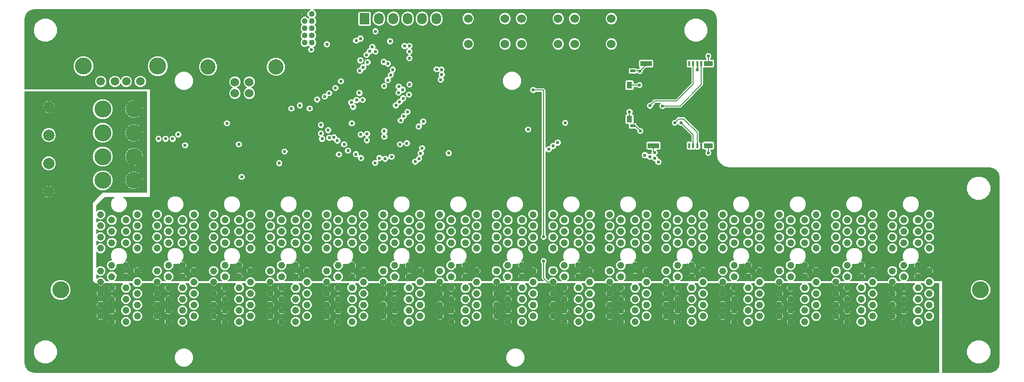
<source format=gbr>
G04 #@! TF.FileFunction,Copper,L4,Bot,Signal*
%FSLAX46Y46*%
G04 Gerber Fmt 4.6, Leading zero omitted, Abs format (unit mm)*
G04 Created by KiCad (PCBNEW 4.0.3+e1-6302~38~ubuntu14.04.1-stable) date Wed Sep 28 21:03:55 2016*
%MOMM*%
%LPD*%
G01*
G04 APERTURE LIST*
%ADD10C,0.100000*%
%ADD11C,1.230000*%
%ADD12C,1.524000*%
%ADD13C,2.700020*%
%ADD14C,3.000000*%
%ADD15C,2.000000*%
%ADD16C,1.501140*%
%ADD17C,2.999740*%
%ADD18R,0.950000X1.200000*%
%ADD19R,0.900000X0.500000*%
%ADD20R,2.000000X0.900000*%
%ADD21R,0.450000X0.900000*%
%ADD22R,1.500000X0.900000*%
%ADD23R,1.727200X2.032000*%
%ADD24O,1.727200X2.032000*%
%ADD25C,1.016000*%
%ADD26C,0.600000*%
%ADD27C,0.150000*%
%ADD28C,0.250000*%
%ADD29C,0.200000*%
G04 APERTURE END LIST*
D10*
D11*
X158750000Y-129650000D03*
X156750000Y-128650000D03*
X158750000Y-127650000D03*
X156750000Y-126650000D03*
X158750000Y-125650000D03*
X156750000Y-124650000D03*
X158750000Y-123650000D03*
X156750000Y-122650000D03*
X158750000Y-121650000D03*
X156750000Y-120650000D03*
X158750000Y-119650000D03*
X156750000Y-116650000D03*
X158750000Y-115650000D03*
X156750000Y-114650000D03*
X158750000Y-113650000D03*
X156750000Y-112650000D03*
X158750000Y-111650000D03*
X156750000Y-110650000D03*
X161250000Y-129650000D03*
X163250000Y-128650000D03*
X161250000Y-127650000D03*
X163250000Y-126650000D03*
X161250000Y-125650000D03*
X163250000Y-124650000D03*
X161250000Y-123650000D03*
X163250000Y-122650000D03*
X161250000Y-121650000D03*
X163250000Y-120650000D03*
X161250000Y-119650000D03*
X163250000Y-116650000D03*
X161250000Y-115650000D03*
X163250000Y-114650000D03*
X161250000Y-113650000D03*
X163250000Y-112650000D03*
X161250000Y-111650000D03*
X163250000Y-110650000D03*
X168750000Y-129650000D03*
X166750000Y-128650000D03*
X168750000Y-127650000D03*
X166750000Y-126650000D03*
X168750000Y-125650000D03*
X166750000Y-124650000D03*
X168750000Y-123650000D03*
X166750000Y-122650000D03*
X168750000Y-121650000D03*
X166750000Y-120650000D03*
X168750000Y-119650000D03*
X166750000Y-116650000D03*
X168750000Y-115650000D03*
X166750000Y-114650000D03*
X168750000Y-113650000D03*
X166750000Y-112650000D03*
X168750000Y-111650000D03*
X166750000Y-110650000D03*
X171250000Y-129650000D03*
X173250000Y-128650000D03*
X171250000Y-127650000D03*
X173250000Y-126650000D03*
X171250000Y-125650000D03*
X173250000Y-124650000D03*
X171250000Y-123650000D03*
X173250000Y-122650000D03*
X171250000Y-121650000D03*
X173250000Y-120650000D03*
X171250000Y-119650000D03*
X173250000Y-116650000D03*
X171250000Y-115650000D03*
X173250000Y-114650000D03*
X171250000Y-113650000D03*
X173250000Y-112650000D03*
X171250000Y-111650000D03*
X173250000Y-110650000D03*
X178750000Y-129650000D03*
X176750000Y-128650000D03*
X178750000Y-127650000D03*
X176750000Y-126650000D03*
X178750000Y-125650000D03*
X176750000Y-124650000D03*
X178750000Y-123650000D03*
X176750000Y-122650000D03*
X178750000Y-121650000D03*
X176750000Y-120650000D03*
X178750000Y-119650000D03*
X176750000Y-116650000D03*
X178750000Y-115650000D03*
X176750000Y-114650000D03*
X178750000Y-113650000D03*
X176750000Y-112650000D03*
X178750000Y-111650000D03*
X176750000Y-110650000D03*
X181250000Y-129650000D03*
X183250000Y-128650000D03*
X181250000Y-127650000D03*
X183250000Y-126650000D03*
X181250000Y-125650000D03*
X183250000Y-124650000D03*
X181250000Y-123650000D03*
X183250000Y-122650000D03*
X181250000Y-121650000D03*
X183250000Y-120650000D03*
X181250000Y-119650000D03*
X183250000Y-116650000D03*
X181250000Y-115650000D03*
X183250000Y-114650000D03*
X181250000Y-113650000D03*
X183250000Y-112650000D03*
X181250000Y-111650000D03*
X183250000Y-110650000D03*
X188750000Y-129650000D03*
X186750000Y-128650000D03*
X188750000Y-127650000D03*
X186750000Y-126650000D03*
X188750000Y-125650000D03*
X186750000Y-124650000D03*
X188750000Y-123650000D03*
X186750000Y-122650000D03*
X188750000Y-121650000D03*
X186750000Y-120650000D03*
X188750000Y-119650000D03*
X186750000Y-116650000D03*
X188750000Y-115650000D03*
X186750000Y-114650000D03*
X188750000Y-113650000D03*
X186750000Y-112650000D03*
X188750000Y-111650000D03*
X186750000Y-110650000D03*
X191250000Y-129650000D03*
X193250000Y-128650000D03*
X191250000Y-127650000D03*
X193250000Y-126650000D03*
X191250000Y-125650000D03*
X193250000Y-124650000D03*
X191250000Y-123650000D03*
X193250000Y-122650000D03*
X191250000Y-121650000D03*
X193250000Y-120650000D03*
X191250000Y-119650000D03*
X193250000Y-116650000D03*
X191250000Y-115650000D03*
X193250000Y-114650000D03*
X191250000Y-113650000D03*
X193250000Y-112650000D03*
X191250000Y-111650000D03*
X193250000Y-110650000D03*
X198750000Y-129650000D03*
X196750000Y-128650000D03*
X198750000Y-127650000D03*
X196750000Y-126650000D03*
X198750000Y-125650000D03*
X196750000Y-124650000D03*
X198750000Y-123650000D03*
X196750000Y-122650000D03*
X198750000Y-121650000D03*
X196750000Y-120650000D03*
X198750000Y-119650000D03*
X196750000Y-116650000D03*
X198750000Y-115650000D03*
X196750000Y-114650000D03*
X198750000Y-113650000D03*
X196750000Y-112650000D03*
X198750000Y-111650000D03*
X196750000Y-110650000D03*
X201250000Y-129650000D03*
X203250000Y-128650000D03*
X201250000Y-127650000D03*
X203250000Y-126650000D03*
X201250000Y-125650000D03*
X203250000Y-124650000D03*
X201250000Y-123650000D03*
X203250000Y-122650000D03*
X201250000Y-121650000D03*
X203250000Y-120650000D03*
X201250000Y-119650000D03*
X203250000Y-116650000D03*
X201250000Y-115650000D03*
X203250000Y-114650000D03*
X201250000Y-113650000D03*
X203250000Y-112650000D03*
X201250000Y-111650000D03*
X203250000Y-110650000D03*
X208750000Y-129650000D03*
X206750000Y-128650000D03*
X208750000Y-127650000D03*
X206750000Y-126650000D03*
X208750000Y-125650000D03*
X206750000Y-124650000D03*
X208750000Y-123650000D03*
X206750000Y-122650000D03*
X208750000Y-121650000D03*
X206750000Y-120650000D03*
X208750000Y-119650000D03*
X206750000Y-116650000D03*
X208750000Y-115650000D03*
X206750000Y-114650000D03*
X208750000Y-113650000D03*
X206750000Y-112650000D03*
X208750000Y-111650000D03*
X206750000Y-110650000D03*
X211250000Y-129650000D03*
X213250000Y-128650000D03*
X211250000Y-127650000D03*
X213250000Y-126650000D03*
X211250000Y-125650000D03*
X213250000Y-124650000D03*
X211250000Y-123650000D03*
X213250000Y-122650000D03*
X211250000Y-121650000D03*
X213250000Y-120650000D03*
X211250000Y-119650000D03*
X213250000Y-116650000D03*
X211250000Y-115650000D03*
X213250000Y-114650000D03*
X211250000Y-113650000D03*
X213250000Y-112650000D03*
X211250000Y-111650000D03*
X213250000Y-110650000D03*
D12*
X93040000Y-89200000D03*
X90500000Y-89200000D03*
X90500000Y-87201020D03*
X93040000Y-87201020D03*
D13*
X97769480Y-84501000D03*
X85770520Y-84501000D03*
D14*
X67150000Y-104600000D03*
X72650000Y-104600000D03*
X67150000Y-100400000D03*
X72650000Y-100400000D03*
X67150000Y-96200000D03*
X72650000Y-96200000D03*
X67150000Y-92000000D03*
X72650000Y-92000000D03*
D15*
X57600000Y-106600000D03*
X57600000Y-101600000D03*
X57600000Y-96600000D03*
X57600000Y-91600000D03*
D16*
X66800000Y-87100000D03*
X69300000Y-87100000D03*
X71300000Y-87100000D03*
X73800000Y-87100000D03*
D17*
X63730000Y-84390000D03*
X76870000Y-84390000D03*
D12*
X141150000Y-75950000D03*
X147650000Y-75950000D03*
X141150000Y-80450000D03*
X147650000Y-80450000D03*
X150550000Y-75950000D03*
X157050000Y-75950000D03*
X150550000Y-80450000D03*
X157050000Y-80450000D03*
X131750000Y-75950000D03*
X138250000Y-75950000D03*
X131750000Y-80450000D03*
X138250000Y-80450000D03*
D11*
X68750000Y-129650000D03*
X66750000Y-128650000D03*
X68750000Y-127650000D03*
X66750000Y-126650000D03*
X68750000Y-125650000D03*
X66750000Y-124650000D03*
X68750000Y-123650000D03*
X66750000Y-122650000D03*
X68750000Y-121650000D03*
X66750000Y-120650000D03*
X68750000Y-119650000D03*
X66750000Y-116650000D03*
X68750000Y-115650000D03*
X66750000Y-114650000D03*
X68750000Y-113650000D03*
X66750000Y-112650000D03*
X68750000Y-111650000D03*
X66750000Y-110650000D03*
X71250000Y-129650000D03*
X73250000Y-128650000D03*
X71250000Y-127650000D03*
X73250000Y-126650000D03*
X71250000Y-125650000D03*
X73250000Y-124650000D03*
X71250000Y-123650000D03*
X73250000Y-122650000D03*
X71250000Y-121650000D03*
X73250000Y-120650000D03*
X71250000Y-119650000D03*
X73250000Y-116650000D03*
X71250000Y-115650000D03*
X73250000Y-114650000D03*
X71250000Y-113650000D03*
X73250000Y-112650000D03*
X71250000Y-111650000D03*
X73250000Y-110650000D03*
X78750000Y-129650000D03*
X76750000Y-128650000D03*
X78750000Y-127650000D03*
X76750000Y-126650000D03*
X78750000Y-125650000D03*
X76750000Y-124650000D03*
X78750000Y-123650000D03*
X76750000Y-122650000D03*
X78750000Y-121650000D03*
X76750000Y-120650000D03*
X78750000Y-119650000D03*
X76750000Y-116650000D03*
X78750000Y-115650000D03*
X76750000Y-114650000D03*
X78750000Y-113650000D03*
X76750000Y-112650000D03*
X78750000Y-111650000D03*
X76750000Y-110650000D03*
X81250000Y-129650000D03*
X83250000Y-128650000D03*
X81250000Y-127650000D03*
X83250000Y-126650000D03*
X81250000Y-125650000D03*
X83250000Y-124650000D03*
X81250000Y-123650000D03*
X83250000Y-122650000D03*
X81250000Y-121650000D03*
X83250000Y-120650000D03*
X81250000Y-119650000D03*
X83250000Y-116650000D03*
X81250000Y-115650000D03*
X83250000Y-114650000D03*
X81250000Y-113650000D03*
X83250000Y-112650000D03*
X81250000Y-111650000D03*
X83250000Y-110650000D03*
X88750000Y-129650000D03*
X86750000Y-128650000D03*
X88750000Y-127650000D03*
X86750000Y-126650000D03*
X88750000Y-125650000D03*
X86750000Y-124650000D03*
X88750000Y-123650000D03*
X86750000Y-122650000D03*
X88750000Y-121650000D03*
X86750000Y-120650000D03*
X88750000Y-119650000D03*
X86750000Y-116650000D03*
X88750000Y-115650000D03*
X86750000Y-114650000D03*
X88750000Y-113650000D03*
X86750000Y-112650000D03*
X88750000Y-111650000D03*
X86750000Y-110650000D03*
X91250000Y-129650000D03*
X93250000Y-128650000D03*
X91250000Y-127650000D03*
X93250000Y-126650000D03*
X91250000Y-125650000D03*
X93250000Y-124650000D03*
X91250000Y-123650000D03*
X93250000Y-122650000D03*
X91250000Y-121650000D03*
X93250000Y-120650000D03*
X91250000Y-119650000D03*
X93250000Y-116650000D03*
X91250000Y-115650000D03*
X93250000Y-114650000D03*
X91250000Y-113650000D03*
X93250000Y-112650000D03*
X91250000Y-111650000D03*
X93250000Y-110650000D03*
X98750000Y-129650000D03*
X96750000Y-128650000D03*
X98750000Y-127650000D03*
X96750000Y-126650000D03*
X98750000Y-125650000D03*
X96750000Y-124650000D03*
X98750000Y-123650000D03*
X96750000Y-122650000D03*
X98750000Y-121650000D03*
X96750000Y-120650000D03*
X98750000Y-119650000D03*
X96750000Y-116650000D03*
X98750000Y-115650000D03*
X96750000Y-114650000D03*
X98750000Y-113650000D03*
X96750000Y-112650000D03*
X98750000Y-111650000D03*
X96750000Y-110650000D03*
X101250000Y-129650000D03*
X103250000Y-128650000D03*
X101250000Y-127650000D03*
X103250000Y-126650000D03*
X101250000Y-125650000D03*
X103250000Y-124650000D03*
X101250000Y-123650000D03*
X103250000Y-122650000D03*
X101250000Y-121650000D03*
X103250000Y-120650000D03*
X101250000Y-119650000D03*
X103250000Y-116650000D03*
X101250000Y-115650000D03*
X103250000Y-114650000D03*
X101250000Y-113650000D03*
X103250000Y-112650000D03*
X101250000Y-111650000D03*
X103250000Y-110650000D03*
X108750000Y-129650000D03*
X106750000Y-128650000D03*
X108750000Y-127650000D03*
X106750000Y-126650000D03*
X108750000Y-125650000D03*
X106750000Y-124650000D03*
X108750000Y-123650000D03*
X106750000Y-122650000D03*
X108750000Y-121650000D03*
X106750000Y-120650000D03*
X108750000Y-119650000D03*
X106750000Y-116650000D03*
X108750000Y-115650000D03*
X106750000Y-114650000D03*
X108750000Y-113650000D03*
X106750000Y-112650000D03*
X108750000Y-111650000D03*
X106750000Y-110650000D03*
X111250000Y-129650000D03*
X113250000Y-128650000D03*
X111250000Y-127650000D03*
X113250000Y-126650000D03*
X111250000Y-125650000D03*
X113250000Y-124650000D03*
X111250000Y-123650000D03*
X113250000Y-122650000D03*
X111250000Y-121650000D03*
X113250000Y-120650000D03*
X111250000Y-119650000D03*
X113250000Y-116650000D03*
X111250000Y-115650000D03*
X113250000Y-114650000D03*
X111250000Y-113650000D03*
X113250000Y-112650000D03*
X111250000Y-111650000D03*
X113250000Y-110650000D03*
X118750000Y-129650000D03*
X116750000Y-128650000D03*
X118750000Y-127650000D03*
X116750000Y-126650000D03*
X118750000Y-125650000D03*
X116750000Y-124650000D03*
X118750000Y-123650000D03*
X116750000Y-122650000D03*
X118750000Y-121650000D03*
X116750000Y-120650000D03*
X118750000Y-119650000D03*
X116750000Y-116650000D03*
X118750000Y-115650000D03*
X116750000Y-114650000D03*
X118750000Y-113650000D03*
X116750000Y-112650000D03*
X118750000Y-111650000D03*
X116750000Y-110650000D03*
X121250000Y-129650000D03*
X123250000Y-128650000D03*
X121250000Y-127650000D03*
X123250000Y-126650000D03*
X121250000Y-125650000D03*
X123250000Y-124650000D03*
X121250000Y-123650000D03*
X123250000Y-122650000D03*
X121250000Y-121650000D03*
X123250000Y-120650000D03*
X121250000Y-119650000D03*
X123250000Y-116650000D03*
X121250000Y-115650000D03*
X123250000Y-114650000D03*
X121250000Y-113650000D03*
X123250000Y-112650000D03*
X121250000Y-111650000D03*
X123250000Y-110650000D03*
X128750000Y-129650000D03*
X126750000Y-128650000D03*
X128750000Y-127650000D03*
X126750000Y-126650000D03*
X128750000Y-125650000D03*
X126750000Y-124650000D03*
X128750000Y-123650000D03*
X126750000Y-122650000D03*
X128750000Y-121650000D03*
X126750000Y-120650000D03*
X128750000Y-119650000D03*
X126750000Y-116650000D03*
X128750000Y-115650000D03*
X126750000Y-114650000D03*
X128750000Y-113650000D03*
X126750000Y-112650000D03*
X128750000Y-111650000D03*
X126750000Y-110650000D03*
X131250000Y-129650000D03*
X133250000Y-128650000D03*
X131250000Y-127650000D03*
X133250000Y-126650000D03*
X131250000Y-125650000D03*
X133250000Y-124650000D03*
X131250000Y-123650000D03*
X133250000Y-122650000D03*
X131250000Y-121650000D03*
X133250000Y-120650000D03*
X131250000Y-119650000D03*
X133250000Y-116650000D03*
X131250000Y-115650000D03*
X133250000Y-114650000D03*
X131250000Y-113650000D03*
X133250000Y-112650000D03*
X131250000Y-111650000D03*
X133250000Y-110650000D03*
X138750000Y-129650000D03*
X136750000Y-128650000D03*
X138750000Y-127650000D03*
X136750000Y-126650000D03*
X138750000Y-125650000D03*
X136750000Y-124650000D03*
X138750000Y-123650000D03*
X136750000Y-122650000D03*
X138750000Y-121650000D03*
X136750000Y-120650000D03*
X138750000Y-119650000D03*
X136750000Y-116650000D03*
X138750000Y-115650000D03*
X136750000Y-114650000D03*
X138750000Y-113650000D03*
X136750000Y-112650000D03*
X138750000Y-111650000D03*
X136750000Y-110650000D03*
X141250000Y-129650000D03*
X143250000Y-128650000D03*
X141250000Y-127650000D03*
X143250000Y-126650000D03*
X141250000Y-125650000D03*
X143250000Y-124650000D03*
X141250000Y-123650000D03*
X143250000Y-122650000D03*
X141250000Y-121650000D03*
X143250000Y-120650000D03*
X141250000Y-119650000D03*
X143250000Y-116650000D03*
X141250000Y-115650000D03*
X143250000Y-114650000D03*
X141250000Y-113650000D03*
X143250000Y-112650000D03*
X141250000Y-111650000D03*
X143250000Y-110650000D03*
X148750000Y-129650000D03*
X146750000Y-128650000D03*
X148750000Y-127650000D03*
X146750000Y-126650000D03*
X148750000Y-125650000D03*
X146750000Y-124650000D03*
X148750000Y-123650000D03*
X146750000Y-122650000D03*
X148750000Y-121650000D03*
X146750000Y-120650000D03*
X148750000Y-119650000D03*
X146750000Y-116650000D03*
X148750000Y-115650000D03*
X146750000Y-114650000D03*
X148750000Y-113650000D03*
X146750000Y-112650000D03*
X148750000Y-111650000D03*
X146750000Y-110650000D03*
X151250000Y-129650000D03*
X153250000Y-128650000D03*
X151250000Y-127650000D03*
X153250000Y-126650000D03*
X151250000Y-125650000D03*
X153250000Y-124650000D03*
X151250000Y-123650000D03*
X153250000Y-122650000D03*
X151250000Y-121650000D03*
X153250000Y-120650000D03*
X151250000Y-119650000D03*
X153250000Y-116650000D03*
X151250000Y-115650000D03*
X153250000Y-114650000D03*
X151250000Y-113650000D03*
X153250000Y-112650000D03*
X151250000Y-111650000D03*
X153250000Y-110650000D03*
D18*
X160275000Y-87775000D03*
X160275000Y-93775000D03*
D19*
X160850000Y-85225000D03*
X160850000Y-94975000D03*
D20*
X163200000Y-83950000D03*
X164500000Y-98450000D03*
D21*
X170835000Y-98450000D03*
X171535000Y-98450000D03*
X172235000Y-98450000D03*
X172935000Y-98450000D03*
X172935000Y-83950000D03*
X172235000Y-83950000D03*
X171535000Y-83950000D03*
X170835000Y-83950000D03*
D22*
X174200000Y-83950000D03*
X174200000Y-98450000D03*
D14*
X59700000Y-124000000D03*
X222300000Y-124000000D03*
D23*
X113450000Y-76000000D03*
D24*
X115990000Y-76000000D03*
X118530000Y-76000000D03*
X121070000Y-76000000D03*
X123610000Y-76000000D03*
X126150000Y-76000000D03*
D25*
X102865000Y-75160000D03*
X104135000Y-75160000D03*
X102865000Y-76430000D03*
X104135000Y-76430000D03*
X102865000Y-77700000D03*
X104135000Y-77700000D03*
X102865000Y-78970000D03*
X104135000Y-78970000D03*
X102865000Y-80240000D03*
X104135000Y-80240000D03*
D26*
X116575000Y-82600000D03*
X107150000Y-83900000D03*
X144100000Y-99275000D03*
X143575000Y-90450000D03*
X143600000Y-84975000D03*
X130075000Y-82700000D03*
X123225000Y-82650000D03*
X110300000Y-78500000D03*
X102375000Y-102300000D03*
X139900000Y-90500000D03*
X138300000Y-90500000D03*
X136800000Y-90500000D03*
X135300000Y-90500000D03*
X166900000Y-95250000D03*
X103800000Y-92800000D03*
X120875000Y-86925000D03*
X122225000Y-91575000D03*
X115800000Y-98125000D03*
X112025000Y-95875000D03*
X162100000Y-85275000D03*
X162025000Y-87750000D03*
X160275000Y-92475000D03*
X162175000Y-95875000D03*
X164700000Y-99700000D03*
X174200000Y-99775000D03*
X172225000Y-85050000D03*
X174200000Y-82600000D03*
X142350000Y-95600000D03*
X91200000Y-98225000D03*
X91700000Y-104000000D03*
X80500000Y-96500000D03*
X79500000Y-97250000D03*
X78250000Y-97250000D03*
X77000000Y-97250000D03*
X145075000Y-114600000D03*
X145075000Y-118925000D03*
X143250000Y-88600000D03*
X106375000Y-89775000D03*
X105050000Y-90300000D03*
X102000000Y-91350000D03*
X103725000Y-91900000D03*
X109250000Y-87075000D03*
X98350000Y-101575000D03*
X119825000Y-94000000D03*
X100500000Y-91900000D03*
X99300000Y-99500000D03*
X115300000Y-101525000D03*
X116050000Y-100650000D03*
X117075000Y-100800000D03*
X118200000Y-100425000D03*
X116925000Y-96875000D03*
X116925000Y-95900000D03*
X119700000Y-98225000D03*
X120900000Y-98050000D03*
X113875000Y-96375000D03*
X113850000Y-97500000D03*
X112800000Y-100675000D03*
X111900000Y-99975000D03*
X111175000Y-94525000D03*
X108625000Y-97575000D03*
X108025000Y-97000000D03*
X107200000Y-97075000D03*
X110500000Y-99350000D03*
X112750000Y-96500000D03*
X109825000Y-98250000D03*
X108900000Y-100025000D03*
X113200000Y-84575000D03*
X112600000Y-85175000D03*
X108275000Y-88250000D03*
X107175000Y-89175000D03*
X112700000Y-83375000D03*
X113950000Y-83700000D03*
X115375000Y-81825000D03*
X117950000Y-79975000D03*
X122375000Y-101300000D03*
X123050000Y-100800000D03*
X123600000Y-98900000D03*
X123350000Y-99825000D03*
X120350000Y-93250000D03*
X123000000Y-95075000D03*
X121025000Y-92500000D03*
X123800000Y-94200000D03*
X162975000Y-100150000D03*
X148900000Y-94425000D03*
X111425000Y-91575000D03*
X147575000Y-97925000D03*
X163850000Y-100425000D03*
X111100000Y-90825000D03*
X164750000Y-100700000D03*
X146750000Y-98525000D03*
X112025000Y-90400000D03*
X165375000Y-101350000D03*
X145975000Y-99100000D03*
X113100000Y-90350000D03*
X107000000Y-95725000D03*
X118975000Y-91325000D03*
X105925000Y-97250000D03*
X119625000Y-90700000D03*
X120250000Y-90075000D03*
X105700000Y-96325000D03*
X105725000Y-94800000D03*
X121300000Y-89425000D03*
X119425000Y-89100000D03*
X120150000Y-88550000D03*
X119475000Y-88000000D03*
X121375000Y-87625000D03*
X128300000Y-99800000D03*
X112525000Y-89125000D03*
X116825000Y-83625000D03*
X117550000Y-83950000D03*
X116900000Y-87900000D03*
X117525000Y-86850000D03*
X118075000Y-85950000D03*
X118425000Y-85000000D03*
X121350000Y-82975000D03*
X121350000Y-81775000D03*
X121375000Y-80800000D03*
X120500000Y-80825000D03*
X81700000Y-98400000D03*
X89100000Y-94500000D03*
X126175000Y-84950000D03*
X169400000Y-94425000D03*
X126900000Y-86775000D03*
X168275000Y-94425000D03*
X127050000Y-85000000D03*
X166100000Y-91425000D03*
X127075000Y-85900000D03*
X163900000Y-91400000D03*
X112700000Y-79500000D03*
X111950000Y-79875000D03*
X114800000Y-81000000D03*
X106775000Y-80525000D03*
X104000000Y-81450000D03*
X115350000Y-78225000D03*
X114325000Y-81750000D03*
X113775000Y-82400000D03*
D27*
X138300000Y-90500000D02*
X139900000Y-90500000D01*
X135300000Y-90500000D02*
X136800000Y-90500000D01*
X163200000Y-83950000D02*
X163200000Y-84175000D01*
X163200000Y-84175000D02*
X162100000Y-85275000D01*
X160850000Y-85225000D02*
X162050000Y-85225000D01*
X162050000Y-85225000D02*
X162100000Y-85275000D01*
X160275000Y-87775000D02*
X162000000Y-87775000D01*
X162000000Y-87775000D02*
X162025000Y-87750000D01*
X160275000Y-93775000D02*
X160275000Y-92475000D01*
X160850000Y-94975000D02*
X161275000Y-94975000D01*
X161275000Y-94975000D02*
X162175000Y-95875000D01*
X164500000Y-98450000D02*
X164500000Y-99500000D01*
X164500000Y-99500000D02*
X164700000Y-99700000D01*
X174200000Y-98450000D02*
X174200000Y-99775000D01*
D28*
X172235000Y-83950000D02*
X172235000Y-85040000D01*
X172235000Y-85040000D02*
X172225000Y-85050000D01*
D27*
X174200000Y-83950000D02*
X174200000Y-82600000D01*
D29*
X206750000Y-122650000D02*
X206750000Y-124650000D01*
X196750000Y-122650000D02*
X196750000Y-124650000D01*
X186750000Y-122650000D02*
X186750000Y-124650000D01*
X176750000Y-122650000D02*
X176750000Y-124650000D01*
X166750000Y-122650000D02*
X166750000Y-124650000D01*
X156750000Y-122650000D02*
X156750000Y-124650000D01*
X146750000Y-122650000D02*
X146750000Y-124650000D01*
X136750000Y-122650000D02*
X136750000Y-124650000D01*
X126750000Y-122650000D02*
X126750000Y-124650000D01*
X116750000Y-122650000D02*
X116750000Y-124650000D01*
X106750000Y-122650000D02*
X106750000Y-124650000D01*
X96750000Y-122650000D02*
X96750000Y-124650000D01*
X86750000Y-122650000D02*
X86750000Y-124650000D01*
X76750000Y-122650000D02*
X76750000Y-124650000D01*
X66750000Y-122650000D02*
X66750000Y-124650000D01*
D27*
X145075000Y-114600000D02*
X145075000Y-88700000D01*
X146750000Y-122650000D02*
X145800000Y-122650000D01*
X145075000Y-121925000D02*
X145075000Y-118925000D01*
X145800000Y-122650000D02*
X145075000Y-121925000D01*
X144975000Y-88600000D02*
X143250000Y-88600000D01*
X145075000Y-88700000D02*
X144975000Y-88600000D01*
X169400000Y-94425000D02*
X171535000Y-96560000D01*
X171535000Y-96560000D02*
X171535000Y-98450000D01*
X168275000Y-94425000D02*
X168975000Y-93725000D01*
X172235000Y-96160000D02*
X172235000Y-98450000D01*
X169800000Y-93725000D02*
X172235000Y-96160000D01*
X168975000Y-93725000D02*
X169800000Y-93725000D01*
X166100000Y-91425000D02*
X169175000Y-91425000D01*
X172935000Y-87665000D02*
X172935000Y-83950000D01*
X169175000Y-91425000D02*
X172935000Y-87665000D01*
X163900000Y-91400000D02*
X164750000Y-90550000D01*
X171535000Y-87590000D02*
X171535000Y-83950000D01*
X168575000Y-90550000D02*
X171535000Y-87590000D01*
X164750000Y-90550000D02*
X168575000Y-90550000D01*
D29*
G36*
X74900000Y-106700000D02*
X67200000Y-106700000D01*
X67161094Y-106707879D01*
X67129289Y-106729289D01*
X65329289Y-108529289D01*
X65307350Y-108562371D01*
X65300000Y-108600000D01*
X65300000Y-122400000D01*
X65307879Y-122438906D01*
X65329289Y-122470711D01*
X65729289Y-122870711D01*
X65762371Y-122892650D01*
X65800000Y-122900000D01*
X66079771Y-122900000D01*
X66141846Y-123051997D01*
X66145873Y-123058023D01*
X66234827Y-123129817D01*
X66464644Y-122900000D01*
X66535355Y-122900000D01*
X66270183Y-123165173D01*
X66341977Y-123254127D01*
X66604226Y-123364284D01*
X66888666Y-123365698D01*
X67151997Y-123258154D01*
X67158023Y-123254127D01*
X67229817Y-123165173D01*
X67199472Y-123134827D01*
X68270183Y-123134827D01*
X68750000Y-123614645D01*
X69229817Y-123134827D01*
X69158023Y-123045873D01*
X68895774Y-122935716D01*
X68611334Y-122934302D01*
X68348003Y-123041846D01*
X68341977Y-123045873D01*
X68270183Y-123134827D01*
X67199472Y-123134827D01*
X66964645Y-122900000D01*
X67035356Y-122900000D01*
X67265173Y-123129817D01*
X67354127Y-123058023D01*
X67420504Y-122900000D01*
X70677865Y-122900000D01*
X70457808Y-123119673D01*
X70315162Y-123463201D01*
X70314838Y-123835167D01*
X70456883Y-124178943D01*
X70719673Y-124442192D01*
X71063201Y-124584838D01*
X71435167Y-124585162D01*
X71778943Y-124443117D01*
X72042192Y-124180327D01*
X72184838Y-123836799D01*
X72185162Y-123464833D01*
X72043117Y-123121057D01*
X71822445Y-122900000D01*
X72341626Y-122900000D01*
X72456883Y-123178943D01*
X72719673Y-123442192D01*
X73063201Y-123584838D01*
X73435167Y-123585162D01*
X73778943Y-123443117D01*
X74042192Y-123180327D01*
X74158595Y-122900000D01*
X76079771Y-122900000D01*
X76141846Y-123051997D01*
X76145873Y-123058023D01*
X76234827Y-123129817D01*
X76464644Y-122900000D01*
X76535355Y-122900000D01*
X76270183Y-123165173D01*
X76341977Y-123254127D01*
X76604226Y-123364284D01*
X76888666Y-123365698D01*
X77151997Y-123258154D01*
X77158023Y-123254127D01*
X77229817Y-123165173D01*
X77199472Y-123134827D01*
X78270183Y-123134827D01*
X78750000Y-123614645D01*
X79229817Y-123134827D01*
X79158023Y-123045873D01*
X78895774Y-122935716D01*
X78611334Y-122934302D01*
X78348003Y-123041846D01*
X78341977Y-123045873D01*
X78270183Y-123134827D01*
X77199472Y-123134827D01*
X76964645Y-122900000D01*
X77035356Y-122900000D01*
X77265173Y-123129817D01*
X77354127Y-123058023D01*
X77420504Y-122900000D01*
X80677865Y-122900000D01*
X80457808Y-123119673D01*
X80315162Y-123463201D01*
X80314838Y-123835167D01*
X80456883Y-124178943D01*
X80719673Y-124442192D01*
X81063201Y-124584838D01*
X81435167Y-124585162D01*
X81778943Y-124443117D01*
X82042192Y-124180327D01*
X82184838Y-123836799D01*
X82185162Y-123464833D01*
X82043117Y-123121057D01*
X81822445Y-122900000D01*
X82341626Y-122900000D01*
X82456883Y-123178943D01*
X82719673Y-123442192D01*
X83063201Y-123584838D01*
X83435167Y-123585162D01*
X83778943Y-123443117D01*
X84042192Y-123180327D01*
X84158595Y-122900000D01*
X86079771Y-122900000D01*
X86141846Y-123051997D01*
X86145873Y-123058023D01*
X86234827Y-123129817D01*
X86464644Y-122900000D01*
X86535355Y-122900000D01*
X86270183Y-123165173D01*
X86341977Y-123254127D01*
X86604226Y-123364284D01*
X86888666Y-123365698D01*
X87151997Y-123258154D01*
X87158023Y-123254127D01*
X87229817Y-123165173D01*
X87199472Y-123134827D01*
X88270183Y-123134827D01*
X88750000Y-123614645D01*
X89229817Y-123134827D01*
X89158023Y-123045873D01*
X88895774Y-122935716D01*
X88611334Y-122934302D01*
X88348003Y-123041846D01*
X88341977Y-123045873D01*
X88270183Y-123134827D01*
X87199472Y-123134827D01*
X86964645Y-122900000D01*
X87035356Y-122900000D01*
X87265173Y-123129817D01*
X87354127Y-123058023D01*
X87420504Y-122900000D01*
X90677865Y-122900000D01*
X90457808Y-123119673D01*
X90315162Y-123463201D01*
X90314838Y-123835167D01*
X90456883Y-124178943D01*
X90719673Y-124442192D01*
X91063201Y-124584838D01*
X91435167Y-124585162D01*
X91778943Y-124443117D01*
X92042192Y-124180327D01*
X92184838Y-123836799D01*
X92185162Y-123464833D01*
X92043117Y-123121057D01*
X91822445Y-122900000D01*
X92341626Y-122900000D01*
X92456883Y-123178943D01*
X92719673Y-123442192D01*
X93063201Y-123584838D01*
X93435167Y-123585162D01*
X93778943Y-123443117D01*
X94042192Y-123180327D01*
X94158595Y-122900000D01*
X96079771Y-122900000D01*
X96141846Y-123051997D01*
X96145873Y-123058023D01*
X96234827Y-123129817D01*
X96464644Y-122900000D01*
X96535355Y-122900000D01*
X96270183Y-123165173D01*
X96341977Y-123254127D01*
X96604226Y-123364284D01*
X96888666Y-123365698D01*
X97151997Y-123258154D01*
X97158023Y-123254127D01*
X97229817Y-123165173D01*
X97199472Y-123134827D01*
X98270183Y-123134827D01*
X98750000Y-123614645D01*
X99229817Y-123134827D01*
X99158023Y-123045873D01*
X98895774Y-122935716D01*
X98611334Y-122934302D01*
X98348003Y-123041846D01*
X98341977Y-123045873D01*
X98270183Y-123134827D01*
X97199472Y-123134827D01*
X96964645Y-122900000D01*
X97035356Y-122900000D01*
X97265173Y-123129817D01*
X97354127Y-123058023D01*
X97420504Y-122900000D01*
X100677865Y-122900000D01*
X100457808Y-123119673D01*
X100315162Y-123463201D01*
X100314838Y-123835167D01*
X100456883Y-124178943D01*
X100719673Y-124442192D01*
X101063201Y-124584838D01*
X101435167Y-124585162D01*
X101778943Y-124443117D01*
X102042192Y-124180327D01*
X102184838Y-123836799D01*
X102185162Y-123464833D01*
X102043117Y-123121057D01*
X101822445Y-122900000D01*
X102341626Y-122900000D01*
X102456883Y-123178943D01*
X102719673Y-123442192D01*
X103063201Y-123584838D01*
X103435167Y-123585162D01*
X103778943Y-123443117D01*
X104042192Y-123180327D01*
X104158595Y-122900000D01*
X106079771Y-122900000D01*
X106141846Y-123051997D01*
X106145873Y-123058023D01*
X106234827Y-123129817D01*
X106464644Y-122900000D01*
X106535355Y-122900000D01*
X106270183Y-123165173D01*
X106341977Y-123254127D01*
X106604226Y-123364284D01*
X106888666Y-123365698D01*
X107151997Y-123258154D01*
X107158023Y-123254127D01*
X107229817Y-123165173D01*
X107199472Y-123134827D01*
X108270183Y-123134827D01*
X108750000Y-123614645D01*
X109229817Y-123134827D01*
X109158023Y-123045873D01*
X108895774Y-122935716D01*
X108611334Y-122934302D01*
X108348003Y-123041846D01*
X108341977Y-123045873D01*
X108270183Y-123134827D01*
X107199472Y-123134827D01*
X106964645Y-122900000D01*
X107035356Y-122900000D01*
X107265173Y-123129817D01*
X107354127Y-123058023D01*
X107420504Y-122900000D01*
X110677865Y-122900000D01*
X110457808Y-123119673D01*
X110315162Y-123463201D01*
X110314838Y-123835167D01*
X110456883Y-124178943D01*
X110719673Y-124442192D01*
X111063201Y-124584838D01*
X111435167Y-124585162D01*
X111778943Y-124443117D01*
X112042192Y-124180327D01*
X112184838Y-123836799D01*
X112185162Y-123464833D01*
X112043117Y-123121057D01*
X111822445Y-122900000D01*
X112341626Y-122900000D01*
X112456883Y-123178943D01*
X112719673Y-123442192D01*
X113063201Y-123584838D01*
X113435167Y-123585162D01*
X113778943Y-123443117D01*
X114042192Y-123180327D01*
X114158595Y-122900000D01*
X116079771Y-122900000D01*
X116141846Y-123051997D01*
X116145873Y-123058023D01*
X116234827Y-123129817D01*
X116464644Y-122900000D01*
X116535355Y-122900000D01*
X116270183Y-123165173D01*
X116341977Y-123254127D01*
X116604226Y-123364284D01*
X116888666Y-123365698D01*
X117151997Y-123258154D01*
X117158023Y-123254127D01*
X117229817Y-123165173D01*
X117199472Y-123134827D01*
X118270183Y-123134827D01*
X118750000Y-123614645D01*
X119229817Y-123134827D01*
X119158023Y-123045873D01*
X118895774Y-122935716D01*
X118611334Y-122934302D01*
X118348003Y-123041846D01*
X118341977Y-123045873D01*
X118270183Y-123134827D01*
X117199472Y-123134827D01*
X116964645Y-122900000D01*
X117035356Y-122900000D01*
X117265173Y-123129817D01*
X117354127Y-123058023D01*
X117420504Y-122900000D01*
X120677865Y-122900000D01*
X120457808Y-123119673D01*
X120315162Y-123463201D01*
X120314838Y-123835167D01*
X120456883Y-124178943D01*
X120719673Y-124442192D01*
X121063201Y-124584838D01*
X121435167Y-124585162D01*
X121778943Y-124443117D01*
X122042192Y-124180327D01*
X122184838Y-123836799D01*
X122185162Y-123464833D01*
X122043117Y-123121057D01*
X121822445Y-122900000D01*
X122341626Y-122900000D01*
X122456883Y-123178943D01*
X122719673Y-123442192D01*
X123063201Y-123584838D01*
X123435167Y-123585162D01*
X123778943Y-123443117D01*
X124042192Y-123180327D01*
X124158595Y-122900000D01*
X126079771Y-122900000D01*
X126141846Y-123051997D01*
X126145873Y-123058023D01*
X126234827Y-123129817D01*
X126464644Y-122900000D01*
X126535355Y-122900000D01*
X126270183Y-123165173D01*
X126341977Y-123254127D01*
X126604226Y-123364284D01*
X126888666Y-123365698D01*
X127151997Y-123258154D01*
X127158023Y-123254127D01*
X127229817Y-123165173D01*
X127199472Y-123134827D01*
X128270183Y-123134827D01*
X128750000Y-123614645D01*
X129229817Y-123134827D01*
X129158023Y-123045873D01*
X128895774Y-122935716D01*
X128611334Y-122934302D01*
X128348003Y-123041846D01*
X128341977Y-123045873D01*
X128270183Y-123134827D01*
X127199472Y-123134827D01*
X126964645Y-122900000D01*
X127035356Y-122900000D01*
X127265173Y-123129817D01*
X127354127Y-123058023D01*
X127420504Y-122900000D01*
X130677865Y-122900000D01*
X130457808Y-123119673D01*
X130315162Y-123463201D01*
X130314838Y-123835167D01*
X130456883Y-124178943D01*
X130719673Y-124442192D01*
X131063201Y-124584838D01*
X131435167Y-124585162D01*
X131778943Y-124443117D01*
X132042192Y-124180327D01*
X132184838Y-123836799D01*
X132185162Y-123464833D01*
X132043117Y-123121057D01*
X131822445Y-122900000D01*
X132341626Y-122900000D01*
X132456883Y-123178943D01*
X132719673Y-123442192D01*
X133063201Y-123584838D01*
X133435167Y-123585162D01*
X133778943Y-123443117D01*
X134042192Y-123180327D01*
X134158595Y-122900000D01*
X136079771Y-122900000D01*
X136141846Y-123051997D01*
X136145873Y-123058023D01*
X136234827Y-123129817D01*
X136464644Y-122900000D01*
X136535355Y-122900000D01*
X136270183Y-123165173D01*
X136341977Y-123254127D01*
X136604226Y-123364284D01*
X136888666Y-123365698D01*
X137151997Y-123258154D01*
X137158023Y-123254127D01*
X137229817Y-123165173D01*
X137199472Y-123134827D01*
X138270183Y-123134827D01*
X138750000Y-123614645D01*
X139229817Y-123134827D01*
X139158023Y-123045873D01*
X138895774Y-122935716D01*
X138611334Y-122934302D01*
X138348003Y-123041846D01*
X138341977Y-123045873D01*
X138270183Y-123134827D01*
X137199472Y-123134827D01*
X136964645Y-122900000D01*
X137035356Y-122900000D01*
X137265173Y-123129817D01*
X137354127Y-123058023D01*
X137420504Y-122900000D01*
X140677865Y-122900000D01*
X140457808Y-123119673D01*
X140315162Y-123463201D01*
X140314838Y-123835167D01*
X140456883Y-124178943D01*
X140719673Y-124442192D01*
X141063201Y-124584838D01*
X141435167Y-124585162D01*
X141778943Y-124443117D01*
X142042192Y-124180327D01*
X142184838Y-123836799D01*
X142185162Y-123464833D01*
X142043117Y-123121057D01*
X141822445Y-122900000D01*
X142341626Y-122900000D01*
X142456883Y-123178943D01*
X142719673Y-123442192D01*
X143063201Y-123584838D01*
X143435167Y-123585162D01*
X143778943Y-123443117D01*
X144042192Y-123180327D01*
X144158595Y-122900000D01*
X146079771Y-122900000D01*
X146141846Y-123051997D01*
X146145873Y-123058023D01*
X146234827Y-123129817D01*
X146464644Y-122900000D01*
X146535355Y-122900000D01*
X146270183Y-123165173D01*
X146341977Y-123254127D01*
X146604226Y-123364284D01*
X146888666Y-123365698D01*
X147151997Y-123258154D01*
X147158023Y-123254127D01*
X147229817Y-123165173D01*
X147199472Y-123134827D01*
X148270183Y-123134827D01*
X148750000Y-123614645D01*
X149229817Y-123134827D01*
X149158023Y-123045873D01*
X148895774Y-122935716D01*
X148611334Y-122934302D01*
X148348003Y-123041846D01*
X148341977Y-123045873D01*
X148270183Y-123134827D01*
X147199472Y-123134827D01*
X146964645Y-122900000D01*
X147035356Y-122900000D01*
X147265173Y-123129817D01*
X147354127Y-123058023D01*
X147420504Y-122900000D01*
X150677865Y-122900000D01*
X150457808Y-123119673D01*
X150315162Y-123463201D01*
X150314838Y-123835167D01*
X150456883Y-124178943D01*
X150719673Y-124442192D01*
X151063201Y-124584838D01*
X151435167Y-124585162D01*
X151778943Y-124443117D01*
X152042192Y-124180327D01*
X152184838Y-123836799D01*
X152185162Y-123464833D01*
X152043117Y-123121057D01*
X151822445Y-122900000D01*
X152341626Y-122900000D01*
X152456883Y-123178943D01*
X152719673Y-123442192D01*
X153063201Y-123584838D01*
X153435167Y-123585162D01*
X153778943Y-123443117D01*
X154042192Y-123180327D01*
X154158595Y-122900000D01*
X156079771Y-122900000D01*
X156141846Y-123051997D01*
X156145873Y-123058023D01*
X156234827Y-123129817D01*
X156464644Y-122900000D01*
X156535355Y-122900000D01*
X156270183Y-123165173D01*
X156341977Y-123254127D01*
X156604226Y-123364284D01*
X156888666Y-123365698D01*
X157151997Y-123258154D01*
X157158023Y-123254127D01*
X157229817Y-123165173D01*
X157199472Y-123134827D01*
X158270183Y-123134827D01*
X158750000Y-123614645D01*
X159229817Y-123134827D01*
X159158023Y-123045873D01*
X158895774Y-122935716D01*
X158611334Y-122934302D01*
X158348003Y-123041846D01*
X158341977Y-123045873D01*
X158270183Y-123134827D01*
X157199472Y-123134827D01*
X156964645Y-122900000D01*
X157035356Y-122900000D01*
X157265173Y-123129817D01*
X157354127Y-123058023D01*
X157420504Y-122900000D01*
X160677865Y-122900000D01*
X160457808Y-123119673D01*
X160315162Y-123463201D01*
X160314838Y-123835167D01*
X160456883Y-124178943D01*
X160719673Y-124442192D01*
X161063201Y-124584838D01*
X161435167Y-124585162D01*
X161778943Y-124443117D01*
X162042192Y-124180327D01*
X162184838Y-123836799D01*
X162185162Y-123464833D01*
X162043117Y-123121057D01*
X161822445Y-122900000D01*
X162341626Y-122900000D01*
X162456883Y-123178943D01*
X162719673Y-123442192D01*
X163063201Y-123584838D01*
X163435167Y-123585162D01*
X163778943Y-123443117D01*
X164042192Y-123180327D01*
X164158595Y-122900000D01*
X166079771Y-122900000D01*
X166141846Y-123051997D01*
X166145873Y-123058023D01*
X166234827Y-123129817D01*
X166464644Y-122900000D01*
X166535355Y-122900000D01*
X166270183Y-123165173D01*
X166341977Y-123254127D01*
X166604226Y-123364284D01*
X166888666Y-123365698D01*
X167151997Y-123258154D01*
X167158023Y-123254127D01*
X167229817Y-123165173D01*
X167199472Y-123134827D01*
X168270183Y-123134827D01*
X168750000Y-123614645D01*
X169229817Y-123134827D01*
X169158023Y-123045873D01*
X168895774Y-122935716D01*
X168611334Y-122934302D01*
X168348003Y-123041846D01*
X168341977Y-123045873D01*
X168270183Y-123134827D01*
X167199472Y-123134827D01*
X166964645Y-122900000D01*
X167035356Y-122900000D01*
X167265173Y-123129817D01*
X167354127Y-123058023D01*
X167420504Y-122900000D01*
X170677865Y-122900000D01*
X170457808Y-123119673D01*
X170315162Y-123463201D01*
X170314838Y-123835167D01*
X170456883Y-124178943D01*
X170719673Y-124442192D01*
X171063201Y-124584838D01*
X171435167Y-124585162D01*
X171778943Y-124443117D01*
X172042192Y-124180327D01*
X172184838Y-123836799D01*
X172185162Y-123464833D01*
X172043117Y-123121057D01*
X171822445Y-122900000D01*
X172341626Y-122900000D01*
X172456883Y-123178943D01*
X172719673Y-123442192D01*
X173063201Y-123584838D01*
X173435167Y-123585162D01*
X173778943Y-123443117D01*
X174042192Y-123180327D01*
X174158595Y-122900000D01*
X176079771Y-122900000D01*
X176141846Y-123051997D01*
X176145873Y-123058023D01*
X176234827Y-123129817D01*
X176464644Y-122900000D01*
X176535355Y-122900000D01*
X176270183Y-123165173D01*
X176341977Y-123254127D01*
X176604226Y-123364284D01*
X176888666Y-123365698D01*
X177151997Y-123258154D01*
X177158023Y-123254127D01*
X177229817Y-123165173D01*
X177199472Y-123134827D01*
X178270183Y-123134827D01*
X178750000Y-123614645D01*
X179229817Y-123134827D01*
X179158023Y-123045873D01*
X178895774Y-122935716D01*
X178611334Y-122934302D01*
X178348003Y-123041846D01*
X178341977Y-123045873D01*
X178270183Y-123134827D01*
X177199472Y-123134827D01*
X176964645Y-122900000D01*
X177035356Y-122900000D01*
X177265173Y-123129817D01*
X177354127Y-123058023D01*
X177420504Y-122900000D01*
X180677865Y-122900000D01*
X180457808Y-123119673D01*
X180315162Y-123463201D01*
X180314838Y-123835167D01*
X180456883Y-124178943D01*
X180719673Y-124442192D01*
X181063201Y-124584838D01*
X181435167Y-124585162D01*
X181778943Y-124443117D01*
X182042192Y-124180327D01*
X182184838Y-123836799D01*
X182185162Y-123464833D01*
X182043117Y-123121057D01*
X181822445Y-122900000D01*
X182341626Y-122900000D01*
X182456883Y-123178943D01*
X182719673Y-123442192D01*
X183063201Y-123584838D01*
X183435167Y-123585162D01*
X183778943Y-123443117D01*
X184042192Y-123180327D01*
X184158595Y-122900000D01*
X186079771Y-122900000D01*
X186141846Y-123051997D01*
X186145873Y-123058023D01*
X186234827Y-123129817D01*
X186464644Y-122900000D01*
X186535355Y-122900000D01*
X186270183Y-123165173D01*
X186341977Y-123254127D01*
X186604226Y-123364284D01*
X186888666Y-123365698D01*
X187151997Y-123258154D01*
X187158023Y-123254127D01*
X187229817Y-123165173D01*
X187199472Y-123134827D01*
X188270183Y-123134827D01*
X188750000Y-123614645D01*
X189229817Y-123134827D01*
X189158023Y-123045873D01*
X188895774Y-122935716D01*
X188611334Y-122934302D01*
X188348003Y-123041846D01*
X188341977Y-123045873D01*
X188270183Y-123134827D01*
X187199472Y-123134827D01*
X186964645Y-122900000D01*
X187035356Y-122900000D01*
X187265173Y-123129817D01*
X187354127Y-123058023D01*
X187420504Y-122900000D01*
X190677865Y-122900000D01*
X190457808Y-123119673D01*
X190315162Y-123463201D01*
X190314838Y-123835167D01*
X190456883Y-124178943D01*
X190719673Y-124442192D01*
X191063201Y-124584838D01*
X191435167Y-124585162D01*
X191778943Y-124443117D01*
X192042192Y-124180327D01*
X192184838Y-123836799D01*
X192185162Y-123464833D01*
X192043117Y-123121057D01*
X191822445Y-122900000D01*
X192341626Y-122900000D01*
X192456883Y-123178943D01*
X192719673Y-123442192D01*
X193063201Y-123584838D01*
X193435167Y-123585162D01*
X193778943Y-123443117D01*
X194042192Y-123180327D01*
X194158595Y-122900000D01*
X196079771Y-122900000D01*
X196141846Y-123051997D01*
X196145873Y-123058023D01*
X196234827Y-123129817D01*
X196464644Y-122900000D01*
X196535355Y-122900000D01*
X196270183Y-123165173D01*
X196341977Y-123254127D01*
X196604226Y-123364284D01*
X196888666Y-123365698D01*
X197151997Y-123258154D01*
X197158023Y-123254127D01*
X197229817Y-123165173D01*
X197199472Y-123134827D01*
X198270183Y-123134827D01*
X198750000Y-123614645D01*
X199229817Y-123134827D01*
X199158023Y-123045873D01*
X198895774Y-122935716D01*
X198611334Y-122934302D01*
X198348003Y-123041846D01*
X198341977Y-123045873D01*
X198270183Y-123134827D01*
X197199472Y-123134827D01*
X196964645Y-122900000D01*
X197035356Y-122900000D01*
X197265173Y-123129817D01*
X197354127Y-123058023D01*
X197420504Y-122900000D01*
X200677865Y-122900000D01*
X200457808Y-123119673D01*
X200315162Y-123463201D01*
X200314838Y-123835167D01*
X200456883Y-124178943D01*
X200719673Y-124442192D01*
X201063201Y-124584838D01*
X201435167Y-124585162D01*
X201778943Y-124443117D01*
X202042192Y-124180327D01*
X202184838Y-123836799D01*
X202185162Y-123464833D01*
X202043117Y-123121057D01*
X201822445Y-122900000D01*
X202341626Y-122900000D01*
X202456883Y-123178943D01*
X202719673Y-123442192D01*
X203063201Y-123584838D01*
X203435167Y-123585162D01*
X203778943Y-123443117D01*
X204042192Y-123180327D01*
X204158595Y-122900000D01*
X206079771Y-122900000D01*
X206141846Y-123051997D01*
X206145873Y-123058023D01*
X206234827Y-123129817D01*
X206464644Y-122900000D01*
X206535355Y-122900000D01*
X206270183Y-123165173D01*
X206341977Y-123254127D01*
X206604226Y-123364284D01*
X206888666Y-123365698D01*
X207151997Y-123258154D01*
X207158023Y-123254127D01*
X207229817Y-123165173D01*
X207199472Y-123134827D01*
X208270183Y-123134827D01*
X208750000Y-123614645D01*
X209229817Y-123134827D01*
X209158023Y-123045873D01*
X208895774Y-122935716D01*
X208611334Y-122934302D01*
X208348003Y-123041846D01*
X208341977Y-123045873D01*
X208270183Y-123134827D01*
X207199472Y-123134827D01*
X206964645Y-122900000D01*
X207035356Y-122900000D01*
X207265173Y-123129817D01*
X207354127Y-123058023D01*
X207420504Y-122900000D01*
X210677865Y-122900000D01*
X210457808Y-123119673D01*
X210315162Y-123463201D01*
X210314838Y-123835167D01*
X210456883Y-124178943D01*
X210719673Y-124442192D01*
X211063201Y-124584838D01*
X211435167Y-124585162D01*
X211778943Y-124443117D01*
X212042192Y-124180327D01*
X212184838Y-123836799D01*
X212185162Y-123464833D01*
X212043117Y-123121057D01*
X211822445Y-122900000D01*
X212341626Y-122900000D01*
X212456883Y-123178943D01*
X212719673Y-123442192D01*
X213063201Y-123584838D01*
X213435167Y-123585162D01*
X213778943Y-123443117D01*
X214042192Y-123180327D01*
X214158595Y-122900000D01*
X214900000Y-122900000D01*
X214900000Y-138605000D01*
X55038903Y-138605000D01*
X54388755Y-138475677D01*
X53870565Y-138129435D01*
X53524323Y-137611245D01*
X53395000Y-136961096D01*
X53395000Y-135419844D01*
X54879633Y-135419844D01*
X55201704Y-136199315D01*
X55797549Y-136796200D01*
X56576456Y-137119631D01*
X57419844Y-137120367D01*
X58199315Y-136798296D01*
X58662741Y-136335677D01*
X79804706Y-136335677D01*
X80062211Y-136958886D01*
X80538606Y-137436113D01*
X81161365Y-137694705D01*
X81835677Y-137695294D01*
X82458886Y-137437789D01*
X82936113Y-136961394D01*
X83194705Y-136338635D01*
X83194707Y-136335677D01*
X138404706Y-136335677D01*
X138662211Y-136958886D01*
X139138606Y-137436113D01*
X139761365Y-137694705D01*
X140435677Y-137695294D01*
X141058886Y-137437789D01*
X141536113Y-136961394D01*
X141794705Y-136338635D01*
X141795294Y-135664323D01*
X141537789Y-135041114D01*
X141061394Y-134563887D01*
X140438635Y-134305295D01*
X139764323Y-134304706D01*
X139141114Y-134562211D01*
X138663887Y-135038606D01*
X138405295Y-135661365D01*
X138404706Y-136335677D01*
X83194707Y-136335677D01*
X83195294Y-135664323D01*
X82937789Y-135041114D01*
X82461394Y-134563887D01*
X81838635Y-134305295D01*
X81164323Y-134304706D01*
X80541114Y-134562211D01*
X80063887Y-135038606D01*
X79805295Y-135661365D01*
X79804706Y-136335677D01*
X58662741Y-136335677D01*
X58796200Y-136202451D01*
X59119631Y-135423544D01*
X59120367Y-134580156D01*
X58798296Y-133800685D01*
X58202451Y-133203800D01*
X57423544Y-132880369D01*
X56580156Y-132879633D01*
X55800685Y-133201704D01*
X55203800Y-133797549D01*
X54880369Y-134576456D01*
X54879633Y-135419844D01*
X53395000Y-135419844D01*
X53395000Y-130165173D01*
X68270183Y-130165173D01*
X68341977Y-130254127D01*
X68604226Y-130364284D01*
X68888666Y-130365698D01*
X69151997Y-130258154D01*
X69158023Y-130254127D01*
X69229817Y-130165173D01*
X68750000Y-129685355D01*
X68270183Y-130165173D01*
X53395000Y-130165173D01*
X53395000Y-129788666D01*
X68034302Y-129788666D01*
X68141846Y-130051997D01*
X68145873Y-130058023D01*
X68234827Y-130129817D01*
X68714645Y-129650000D01*
X68785355Y-129650000D01*
X69265173Y-130129817D01*
X69354127Y-130058023D01*
X69447737Y-129835167D01*
X70314838Y-129835167D01*
X70456883Y-130178943D01*
X70719673Y-130442192D01*
X71063201Y-130584838D01*
X71435167Y-130585162D01*
X71778943Y-130443117D01*
X72042192Y-130180327D01*
X72048484Y-130165173D01*
X78270183Y-130165173D01*
X78341977Y-130254127D01*
X78604226Y-130364284D01*
X78888666Y-130365698D01*
X79151997Y-130258154D01*
X79158023Y-130254127D01*
X79229817Y-130165173D01*
X78750000Y-129685355D01*
X78270183Y-130165173D01*
X72048484Y-130165173D01*
X72184838Y-129836799D01*
X72184879Y-129788666D01*
X78034302Y-129788666D01*
X78141846Y-130051997D01*
X78145873Y-130058023D01*
X78234827Y-130129817D01*
X78714645Y-129650000D01*
X78785355Y-129650000D01*
X79265173Y-130129817D01*
X79354127Y-130058023D01*
X79447737Y-129835167D01*
X80314838Y-129835167D01*
X80456883Y-130178943D01*
X80719673Y-130442192D01*
X81063201Y-130584838D01*
X81435167Y-130585162D01*
X81778943Y-130443117D01*
X82042192Y-130180327D01*
X82048484Y-130165173D01*
X88270183Y-130165173D01*
X88341977Y-130254127D01*
X88604226Y-130364284D01*
X88888666Y-130365698D01*
X89151997Y-130258154D01*
X89158023Y-130254127D01*
X89229817Y-130165173D01*
X88750000Y-129685355D01*
X88270183Y-130165173D01*
X82048484Y-130165173D01*
X82184838Y-129836799D01*
X82184879Y-129788666D01*
X88034302Y-129788666D01*
X88141846Y-130051997D01*
X88145873Y-130058023D01*
X88234827Y-130129817D01*
X88714645Y-129650000D01*
X88785355Y-129650000D01*
X89265173Y-130129817D01*
X89354127Y-130058023D01*
X89447737Y-129835167D01*
X90314838Y-129835167D01*
X90456883Y-130178943D01*
X90719673Y-130442192D01*
X91063201Y-130584838D01*
X91435167Y-130585162D01*
X91778943Y-130443117D01*
X92042192Y-130180327D01*
X92048484Y-130165173D01*
X98270183Y-130165173D01*
X98341977Y-130254127D01*
X98604226Y-130364284D01*
X98888666Y-130365698D01*
X99151997Y-130258154D01*
X99158023Y-130254127D01*
X99229817Y-130165173D01*
X98750000Y-129685355D01*
X98270183Y-130165173D01*
X92048484Y-130165173D01*
X92184838Y-129836799D01*
X92184879Y-129788666D01*
X98034302Y-129788666D01*
X98141846Y-130051997D01*
X98145873Y-130058023D01*
X98234827Y-130129817D01*
X98714645Y-129650000D01*
X98785355Y-129650000D01*
X99265173Y-130129817D01*
X99354127Y-130058023D01*
X99447737Y-129835167D01*
X100314838Y-129835167D01*
X100456883Y-130178943D01*
X100719673Y-130442192D01*
X101063201Y-130584838D01*
X101435167Y-130585162D01*
X101778943Y-130443117D01*
X102042192Y-130180327D01*
X102048484Y-130165173D01*
X108270183Y-130165173D01*
X108341977Y-130254127D01*
X108604226Y-130364284D01*
X108888666Y-130365698D01*
X109151997Y-130258154D01*
X109158023Y-130254127D01*
X109229817Y-130165173D01*
X108750000Y-129685355D01*
X108270183Y-130165173D01*
X102048484Y-130165173D01*
X102184838Y-129836799D01*
X102184879Y-129788666D01*
X108034302Y-129788666D01*
X108141846Y-130051997D01*
X108145873Y-130058023D01*
X108234827Y-130129817D01*
X108714645Y-129650000D01*
X108785355Y-129650000D01*
X109265173Y-130129817D01*
X109354127Y-130058023D01*
X109447737Y-129835167D01*
X110314838Y-129835167D01*
X110456883Y-130178943D01*
X110719673Y-130442192D01*
X111063201Y-130584838D01*
X111435167Y-130585162D01*
X111778943Y-130443117D01*
X112042192Y-130180327D01*
X112048484Y-130165173D01*
X118270183Y-130165173D01*
X118341977Y-130254127D01*
X118604226Y-130364284D01*
X118888666Y-130365698D01*
X119151997Y-130258154D01*
X119158023Y-130254127D01*
X119229817Y-130165173D01*
X118750000Y-129685355D01*
X118270183Y-130165173D01*
X112048484Y-130165173D01*
X112184838Y-129836799D01*
X112184879Y-129788666D01*
X118034302Y-129788666D01*
X118141846Y-130051997D01*
X118145873Y-130058023D01*
X118234827Y-130129817D01*
X118714645Y-129650000D01*
X118785355Y-129650000D01*
X119265173Y-130129817D01*
X119354127Y-130058023D01*
X119447737Y-129835167D01*
X120314838Y-129835167D01*
X120456883Y-130178943D01*
X120719673Y-130442192D01*
X121063201Y-130584838D01*
X121435167Y-130585162D01*
X121778943Y-130443117D01*
X122042192Y-130180327D01*
X122048484Y-130165173D01*
X128270183Y-130165173D01*
X128341977Y-130254127D01*
X128604226Y-130364284D01*
X128888666Y-130365698D01*
X129151997Y-130258154D01*
X129158023Y-130254127D01*
X129229817Y-130165173D01*
X128750000Y-129685355D01*
X128270183Y-130165173D01*
X122048484Y-130165173D01*
X122184838Y-129836799D01*
X122184879Y-129788666D01*
X128034302Y-129788666D01*
X128141846Y-130051997D01*
X128145873Y-130058023D01*
X128234827Y-130129817D01*
X128714645Y-129650000D01*
X128785355Y-129650000D01*
X129265173Y-130129817D01*
X129354127Y-130058023D01*
X129447737Y-129835167D01*
X130314838Y-129835167D01*
X130456883Y-130178943D01*
X130719673Y-130442192D01*
X131063201Y-130584838D01*
X131435167Y-130585162D01*
X131778943Y-130443117D01*
X132042192Y-130180327D01*
X132048484Y-130165173D01*
X138270183Y-130165173D01*
X138341977Y-130254127D01*
X138604226Y-130364284D01*
X138888666Y-130365698D01*
X139151997Y-130258154D01*
X139158023Y-130254127D01*
X139229817Y-130165173D01*
X138750000Y-129685355D01*
X138270183Y-130165173D01*
X132048484Y-130165173D01*
X132184838Y-129836799D01*
X132184879Y-129788666D01*
X138034302Y-129788666D01*
X138141846Y-130051997D01*
X138145873Y-130058023D01*
X138234827Y-130129817D01*
X138714645Y-129650000D01*
X138785355Y-129650000D01*
X139265173Y-130129817D01*
X139354127Y-130058023D01*
X139447737Y-129835167D01*
X140314838Y-129835167D01*
X140456883Y-130178943D01*
X140719673Y-130442192D01*
X141063201Y-130584838D01*
X141435167Y-130585162D01*
X141778943Y-130443117D01*
X142042192Y-130180327D01*
X142048484Y-130165173D01*
X148270183Y-130165173D01*
X148341977Y-130254127D01*
X148604226Y-130364284D01*
X148888666Y-130365698D01*
X149151997Y-130258154D01*
X149158023Y-130254127D01*
X149229817Y-130165173D01*
X148750000Y-129685355D01*
X148270183Y-130165173D01*
X142048484Y-130165173D01*
X142184838Y-129836799D01*
X142184879Y-129788666D01*
X148034302Y-129788666D01*
X148141846Y-130051997D01*
X148145873Y-130058023D01*
X148234827Y-130129817D01*
X148714645Y-129650000D01*
X148785355Y-129650000D01*
X149265173Y-130129817D01*
X149354127Y-130058023D01*
X149447737Y-129835167D01*
X150314838Y-129835167D01*
X150456883Y-130178943D01*
X150719673Y-130442192D01*
X151063201Y-130584838D01*
X151435167Y-130585162D01*
X151778943Y-130443117D01*
X152042192Y-130180327D01*
X152048484Y-130165173D01*
X158270183Y-130165173D01*
X158341977Y-130254127D01*
X158604226Y-130364284D01*
X158888666Y-130365698D01*
X159151997Y-130258154D01*
X159158023Y-130254127D01*
X159229817Y-130165173D01*
X158750000Y-129685355D01*
X158270183Y-130165173D01*
X152048484Y-130165173D01*
X152184838Y-129836799D01*
X152184879Y-129788666D01*
X158034302Y-129788666D01*
X158141846Y-130051997D01*
X158145873Y-130058023D01*
X158234827Y-130129817D01*
X158714645Y-129650000D01*
X158785355Y-129650000D01*
X159265173Y-130129817D01*
X159354127Y-130058023D01*
X159447737Y-129835167D01*
X160314838Y-129835167D01*
X160456883Y-130178943D01*
X160719673Y-130442192D01*
X161063201Y-130584838D01*
X161435167Y-130585162D01*
X161778943Y-130443117D01*
X162042192Y-130180327D01*
X162048484Y-130165173D01*
X168270183Y-130165173D01*
X168341977Y-130254127D01*
X168604226Y-130364284D01*
X168888666Y-130365698D01*
X169151997Y-130258154D01*
X169158023Y-130254127D01*
X169229817Y-130165173D01*
X168750000Y-129685355D01*
X168270183Y-130165173D01*
X162048484Y-130165173D01*
X162184838Y-129836799D01*
X162184879Y-129788666D01*
X168034302Y-129788666D01*
X168141846Y-130051997D01*
X168145873Y-130058023D01*
X168234827Y-130129817D01*
X168714645Y-129650000D01*
X168785355Y-129650000D01*
X169265173Y-130129817D01*
X169354127Y-130058023D01*
X169447737Y-129835167D01*
X170314838Y-129835167D01*
X170456883Y-130178943D01*
X170719673Y-130442192D01*
X171063201Y-130584838D01*
X171435167Y-130585162D01*
X171778943Y-130443117D01*
X172042192Y-130180327D01*
X172048484Y-130165173D01*
X178270183Y-130165173D01*
X178341977Y-130254127D01*
X178604226Y-130364284D01*
X178888666Y-130365698D01*
X179151997Y-130258154D01*
X179158023Y-130254127D01*
X179229817Y-130165173D01*
X178750000Y-129685355D01*
X178270183Y-130165173D01*
X172048484Y-130165173D01*
X172184838Y-129836799D01*
X172184879Y-129788666D01*
X178034302Y-129788666D01*
X178141846Y-130051997D01*
X178145873Y-130058023D01*
X178234827Y-130129817D01*
X178714645Y-129650000D01*
X178785355Y-129650000D01*
X179265173Y-130129817D01*
X179354127Y-130058023D01*
X179447737Y-129835167D01*
X180314838Y-129835167D01*
X180456883Y-130178943D01*
X180719673Y-130442192D01*
X181063201Y-130584838D01*
X181435167Y-130585162D01*
X181778943Y-130443117D01*
X182042192Y-130180327D01*
X182048484Y-130165173D01*
X188270183Y-130165173D01*
X188341977Y-130254127D01*
X188604226Y-130364284D01*
X188888666Y-130365698D01*
X189151997Y-130258154D01*
X189158023Y-130254127D01*
X189229817Y-130165173D01*
X188750000Y-129685355D01*
X188270183Y-130165173D01*
X182048484Y-130165173D01*
X182184838Y-129836799D01*
X182184879Y-129788666D01*
X188034302Y-129788666D01*
X188141846Y-130051997D01*
X188145873Y-130058023D01*
X188234827Y-130129817D01*
X188714645Y-129650000D01*
X188785355Y-129650000D01*
X189265173Y-130129817D01*
X189354127Y-130058023D01*
X189447737Y-129835167D01*
X190314838Y-129835167D01*
X190456883Y-130178943D01*
X190719673Y-130442192D01*
X191063201Y-130584838D01*
X191435167Y-130585162D01*
X191778943Y-130443117D01*
X192042192Y-130180327D01*
X192048484Y-130165173D01*
X198270183Y-130165173D01*
X198341977Y-130254127D01*
X198604226Y-130364284D01*
X198888666Y-130365698D01*
X199151997Y-130258154D01*
X199158023Y-130254127D01*
X199229817Y-130165173D01*
X198750000Y-129685355D01*
X198270183Y-130165173D01*
X192048484Y-130165173D01*
X192184838Y-129836799D01*
X192184879Y-129788666D01*
X198034302Y-129788666D01*
X198141846Y-130051997D01*
X198145873Y-130058023D01*
X198234827Y-130129817D01*
X198714645Y-129650000D01*
X198785355Y-129650000D01*
X199265173Y-130129817D01*
X199354127Y-130058023D01*
X199447737Y-129835167D01*
X200314838Y-129835167D01*
X200456883Y-130178943D01*
X200719673Y-130442192D01*
X201063201Y-130584838D01*
X201435167Y-130585162D01*
X201778943Y-130443117D01*
X202042192Y-130180327D01*
X202048484Y-130165173D01*
X208270183Y-130165173D01*
X208341977Y-130254127D01*
X208604226Y-130364284D01*
X208888666Y-130365698D01*
X209151997Y-130258154D01*
X209158023Y-130254127D01*
X209229817Y-130165173D01*
X208750000Y-129685355D01*
X208270183Y-130165173D01*
X202048484Y-130165173D01*
X202184838Y-129836799D01*
X202184879Y-129788666D01*
X208034302Y-129788666D01*
X208141846Y-130051997D01*
X208145873Y-130058023D01*
X208234827Y-130129817D01*
X208714645Y-129650000D01*
X208785355Y-129650000D01*
X209265173Y-130129817D01*
X209354127Y-130058023D01*
X209447737Y-129835167D01*
X210314838Y-129835167D01*
X210456883Y-130178943D01*
X210719673Y-130442192D01*
X211063201Y-130584838D01*
X211435167Y-130585162D01*
X211778943Y-130443117D01*
X212042192Y-130180327D01*
X212184838Y-129836799D01*
X212185162Y-129464833D01*
X212043117Y-129121057D01*
X211780327Y-128857808D01*
X211725802Y-128835167D01*
X212314838Y-128835167D01*
X212456883Y-129178943D01*
X212719673Y-129442192D01*
X213063201Y-129584838D01*
X213435167Y-129585162D01*
X213778943Y-129443117D01*
X214042192Y-129180327D01*
X214184838Y-128836799D01*
X214185162Y-128464833D01*
X214043117Y-128121057D01*
X213780327Y-127857808D01*
X213436799Y-127715162D01*
X213064833Y-127714838D01*
X212721057Y-127856883D01*
X212457808Y-128119673D01*
X212315162Y-128463201D01*
X212314838Y-128835167D01*
X211725802Y-128835167D01*
X211436799Y-128715162D01*
X211064833Y-128714838D01*
X210721057Y-128856883D01*
X210457808Y-129119673D01*
X210315162Y-129463201D01*
X210314838Y-129835167D01*
X209447737Y-129835167D01*
X209464284Y-129795774D01*
X209465698Y-129511334D01*
X209358154Y-129248003D01*
X209354127Y-129241977D01*
X209265173Y-129170183D01*
X208785355Y-129650000D01*
X208714645Y-129650000D01*
X208234827Y-129170183D01*
X208145873Y-129241977D01*
X208035716Y-129504226D01*
X208034302Y-129788666D01*
X202184879Y-129788666D01*
X202185162Y-129464833D01*
X202043117Y-129121057D01*
X201780327Y-128857808D01*
X201725802Y-128835167D01*
X202314838Y-128835167D01*
X202456883Y-129178943D01*
X202719673Y-129442192D01*
X203063201Y-129584838D01*
X203435167Y-129585162D01*
X203778943Y-129443117D01*
X204042192Y-129180327D01*
X204048484Y-129165173D01*
X206270183Y-129165173D01*
X206341977Y-129254127D01*
X206604226Y-129364284D01*
X206888666Y-129365698D01*
X207151997Y-129258154D01*
X207158023Y-129254127D01*
X207229817Y-129165173D01*
X207199472Y-129134827D01*
X208270183Y-129134827D01*
X208750000Y-129614645D01*
X209229817Y-129134827D01*
X209158023Y-129045873D01*
X208895774Y-128935716D01*
X208611334Y-128934302D01*
X208348003Y-129041846D01*
X208341977Y-129045873D01*
X208270183Y-129134827D01*
X207199472Y-129134827D01*
X206750000Y-128685355D01*
X206270183Y-129165173D01*
X204048484Y-129165173D01*
X204184838Y-128836799D01*
X204184879Y-128788666D01*
X206034302Y-128788666D01*
X206141846Y-129051997D01*
X206145873Y-129058023D01*
X206234827Y-129129817D01*
X206714645Y-128650000D01*
X206785355Y-128650000D01*
X207265173Y-129129817D01*
X207354127Y-129058023D01*
X207464284Y-128795774D01*
X207465698Y-128511334D01*
X207358154Y-128248003D01*
X207354127Y-128241977D01*
X207265173Y-128170183D01*
X206785355Y-128650000D01*
X206714645Y-128650000D01*
X206234827Y-128170183D01*
X206145873Y-128241977D01*
X206035716Y-128504226D01*
X206034302Y-128788666D01*
X204184879Y-128788666D01*
X204185162Y-128464833D01*
X204048807Y-128134827D01*
X206270183Y-128134827D01*
X206750000Y-128614645D01*
X207199471Y-128165173D01*
X208270183Y-128165173D01*
X208341977Y-128254127D01*
X208604226Y-128364284D01*
X208888666Y-128365698D01*
X209151997Y-128258154D01*
X209158023Y-128254127D01*
X209229817Y-128165173D01*
X208750000Y-127685355D01*
X208270183Y-128165173D01*
X207199471Y-128165173D01*
X207229817Y-128134827D01*
X207158023Y-128045873D01*
X206895774Y-127935716D01*
X206611334Y-127934302D01*
X206348003Y-128041846D01*
X206341977Y-128045873D01*
X206270183Y-128134827D01*
X204048807Y-128134827D01*
X204043117Y-128121057D01*
X203780327Y-127857808D01*
X203613816Y-127788666D01*
X208034302Y-127788666D01*
X208141846Y-128051997D01*
X208145873Y-128058023D01*
X208234827Y-128129817D01*
X208714645Y-127650000D01*
X208785355Y-127650000D01*
X209265173Y-128129817D01*
X209354127Y-128058023D01*
X209447737Y-127835167D01*
X210314838Y-127835167D01*
X210456883Y-128178943D01*
X210719673Y-128442192D01*
X211063201Y-128584838D01*
X211435167Y-128585162D01*
X211778943Y-128443117D01*
X212042192Y-128180327D01*
X212184838Y-127836799D01*
X212185162Y-127464833D01*
X212043117Y-127121057D01*
X211780327Y-126857808D01*
X211725802Y-126835167D01*
X212314838Y-126835167D01*
X212456883Y-127178943D01*
X212719673Y-127442192D01*
X213063201Y-127584838D01*
X213435167Y-127585162D01*
X213778943Y-127443117D01*
X214042192Y-127180327D01*
X214184838Y-126836799D01*
X214185162Y-126464833D01*
X214043117Y-126121057D01*
X213780327Y-125857808D01*
X213436799Y-125715162D01*
X213064833Y-125714838D01*
X212721057Y-125856883D01*
X212457808Y-126119673D01*
X212315162Y-126463201D01*
X212314838Y-126835167D01*
X211725802Y-126835167D01*
X211436799Y-126715162D01*
X211064833Y-126714838D01*
X210721057Y-126856883D01*
X210457808Y-127119673D01*
X210315162Y-127463201D01*
X210314838Y-127835167D01*
X209447737Y-127835167D01*
X209464284Y-127795774D01*
X209465698Y-127511334D01*
X209358154Y-127248003D01*
X209354127Y-127241977D01*
X209265173Y-127170183D01*
X208785355Y-127650000D01*
X208714645Y-127650000D01*
X208234827Y-127170183D01*
X208145873Y-127241977D01*
X208035716Y-127504226D01*
X208034302Y-127788666D01*
X203613816Y-127788666D01*
X203436799Y-127715162D01*
X203064833Y-127714838D01*
X202721057Y-127856883D01*
X202457808Y-128119673D01*
X202315162Y-128463201D01*
X202314838Y-128835167D01*
X201725802Y-128835167D01*
X201436799Y-128715162D01*
X201064833Y-128714838D01*
X200721057Y-128856883D01*
X200457808Y-129119673D01*
X200315162Y-129463201D01*
X200314838Y-129835167D01*
X199447737Y-129835167D01*
X199464284Y-129795774D01*
X199465698Y-129511334D01*
X199358154Y-129248003D01*
X199354127Y-129241977D01*
X199265173Y-129170183D01*
X198785355Y-129650000D01*
X198714645Y-129650000D01*
X198234827Y-129170183D01*
X198145873Y-129241977D01*
X198035716Y-129504226D01*
X198034302Y-129788666D01*
X192184879Y-129788666D01*
X192185162Y-129464833D01*
X192043117Y-129121057D01*
X191780327Y-128857808D01*
X191725802Y-128835167D01*
X192314838Y-128835167D01*
X192456883Y-129178943D01*
X192719673Y-129442192D01*
X193063201Y-129584838D01*
X193435167Y-129585162D01*
X193778943Y-129443117D01*
X194042192Y-129180327D01*
X194048484Y-129165173D01*
X196270183Y-129165173D01*
X196341977Y-129254127D01*
X196604226Y-129364284D01*
X196888666Y-129365698D01*
X197151997Y-129258154D01*
X197158023Y-129254127D01*
X197229817Y-129165173D01*
X197199472Y-129134827D01*
X198270183Y-129134827D01*
X198750000Y-129614645D01*
X199229817Y-129134827D01*
X199158023Y-129045873D01*
X198895774Y-128935716D01*
X198611334Y-128934302D01*
X198348003Y-129041846D01*
X198341977Y-129045873D01*
X198270183Y-129134827D01*
X197199472Y-129134827D01*
X196750000Y-128685355D01*
X196270183Y-129165173D01*
X194048484Y-129165173D01*
X194184838Y-128836799D01*
X194184879Y-128788666D01*
X196034302Y-128788666D01*
X196141846Y-129051997D01*
X196145873Y-129058023D01*
X196234827Y-129129817D01*
X196714645Y-128650000D01*
X196785355Y-128650000D01*
X197265173Y-129129817D01*
X197354127Y-129058023D01*
X197464284Y-128795774D01*
X197465698Y-128511334D01*
X197358154Y-128248003D01*
X197354127Y-128241977D01*
X197265173Y-128170183D01*
X196785355Y-128650000D01*
X196714645Y-128650000D01*
X196234827Y-128170183D01*
X196145873Y-128241977D01*
X196035716Y-128504226D01*
X196034302Y-128788666D01*
X194184879Y-128788666D01*
X194185162Y-128464833D01*
X194048807Y-128134827D01*
X196270183Y-128134827D01*
X196750000Y-128614645D01*
X197199471Y-128165173D01*
X198270183Y-128165173D01*
X198341977Y-128254127D01*
X198604226Y-128364284D01*
X198888666Y-128365698D01*
X199151997Y-128258154D01*
X199158023Y-128254127D01*
X199229817Y-128165173D01*
X198750000Y-127685355D01*
X198270183Y-128165173D01*
X197199471Y-128165173D01*
X197229817Y-128134827D01*
X197158023Y-128045873D01*
X196895774Y-127935716D01*
X196611334Y-127934302D01*
X196348003Y-128041846D01*
X196341977Y-128045873D01*
X196270183Y-128134827D01*
X194048807Y-128134827D01*
X194043117Y-128121057D01*
X193780327Y-127857808D01*
X193613816Y-127788666D01*
X198034302Y-127788666D01*
X198141846Y-128051997D01*
X198145873Y-128058023D01*
X198234827Y-128129817D01*
X198714645Y-127650000D01*
X198785355Y-127650000D01*
X199265173Y-128129817D01*
X199354127Y-128058023D01*
X199447737Y-127835167D01*
X200314838Y-127835167D01*
X200456883Y-128178943D01*
X200719673Y-128442192D01*
X201063201Y-128584838D01*
X201435167Y-128585162D01*
X201778943Y-128443117D01*
X202042192Y-128180327D01*
X202184838Y-127836799D01*
X202185162Y-127464833D01*
X202043117Y-127121057D01*
X201780327Y-126857808D01*
X201725802Y-126835167D01*
X202314838Y-126835167D01*
X202456883Y-127178943D01*
X202719673Y-127442192D01*
X203063201Y-127584838D01*
X203435167Y-127585162D01*
X203778943Y-127443117D01*
X204042192Y-127180327D01*
X204048484Y-127165173D01*
X206270183Y-127165173D01*
X206341977Y-127254127D01*
X206604226Y-127364284D01*
X206888666Y-127365698D01*
X207151997Y-127258154D01*
X207158023Y-127254127D01*
X207229817Y-127165173D01*
X207199472Y-127134827D01*
X208270183Y-127134827D01*
X208750000Y-127614645D01*
X209229817Y-127134827D01*
X209158023Y-127045873D01*
X208895774Y-126935716D01*
X208611334Y-126934302D01*
X208348003Y-127041846D01*
X208341977Y-127045873D01*
X208270183Y-127134827D01*
X207199472Y-127134827D01*
X206750000Y-126685355D01*
X206270183Y-127165173D01*
X204048484Y-127165173D01*
X204184838Y-126836799D01*
X204184879Y-126788666D01*
X206034302Y-126788666D01*
X206141846Y-127051997D01*
X206145873Y-127058023D01*
X206234827Y-127129817D01*
X206714645Y-126650000D01*
X206785355Y-126650000D01*
X207265173Y-127129817D01*
X207354127Y-127058023D01*
X207464284Y-126795774D01*
X207465698Y-126511334D01*
X207358154Y-126248003D01*
X207354127Y-126241977D01*
X207265173Y-126170183D01*
X206785355Y-126650000D01*
X206714645Y-126650000D01*
X206234827Y-126170183D01*
X206145873Y-126241977D01*
X206035716Y-126504226D01*
X206034302Y-126788666D01*
X204184879Y-126788666D01*
X204185162Y-126464833D01*
X204048807Y-126134827D01*
X206270183Y-126134827D01*
X206750000Y-126614645D01*
X207199471Y-126165173D01*
X208270183Y-126165173D01*
X208341977Y-126254127D01*
X208604226Y-126364284D01*
X208888666Y-126365698D01*
X209151997Y-126258154D01*
X209158023Y-126254127D01*
X209229817Y-126165173D01*
X208750000Y-125685355D01*
X208270183Y-126165173D01*
X207199471Y-126165173D01*
X207229817Y-126134827D01*
X207158023Y-126045873D01*
X206895774Y-125935716D01*
X206611334Y-125934302D01*
X206348003Y-126041846D01*
X206341977Y-126045873D01*
X206270183Y-126134827D01*
X204048807Y-126134827D01*
X204043117Y-126121057D01*
X203780327Y-125857808D01*
X203613816Y-125788666D01*
X208034302Y-125788666D01*
X208141846Y-126051997D01*
X208145873Y-126058023D01*
X208234827Y-126129817D01*
X208714645Y-125650000D01*
X208785355Y-125650000D01*
X209265173Y-126129817D01*
X209354127Y-126058023D01*
X209447737Y-125835167D01*
X210314838Y-125835167D01*
X210456883Y-126178943D01*
X210719673Y-126442192D01*
X211063201Y-126584838D01*
X211435167Y-126585162D01*
X211778943Y-126443117D01*
X212042192Y-126180327D01*
X212184838Y-125836799D01*
X212185162Y-125464833D01*
X212043117Y-125121057D01*
X211780327Y-124857808D01*
X211725802Y-124835167D01*
X212314838Y-124835167D01*
X212456883Y-125178943D01*
X212719673Y-125442192D01*
X213063201Y-125584838D01*
X213435167Y-125585162D01*
X213778943Y-125443117D01*
X214042192Y-125180327D01*
X214184838Y-124836799D01*
X214185162Y-124464833D01*
X214043117Y-124121057D01*
X213780327Y-123857808D01*
X213436799Y-123715162D01*
X213064833Y-123714838D01*
X212721057Y-123856883D01*
X212457808Y-124119673D01*
X212315162Y-124463201D01*
X212314838Y-124835167D01*
X211725802Y-124835167D01*
X211436799Y-124715162D01*
X211064833Y-124714838D01*
X210721057Y-124856883D01*
X210457808Y-125119673D01*
X210315162Y-125463201D01*
X210314838Y-125835167D01*
X209447737Y-125835167D01*
X209464284Y-125795774D01*
X209465698Y-125511334D01*
X209358154Y-125248003D01*
X209354127Y-125241977D01*
X209265173Y-125170183D01*
X208785355Y-125650000D01*
X208714645Y-125650000D01*
X208234827Y-125170183D01*
X208145873Y-125241977D01*
X208035716Y-125504226D01*
X208034302Y-125788666D01*
X203613816Y-125788666D01*
X203436799Y-125715162D01*
X203064833Y-125714838D01*
X202721057Y-125856883D01*
X202457808Y-126119673D01*
X202315162Y-126463201D01*
X202314838Y-126835167D01*
X201725802Y-126835167D01*
X201436799Y-126715162D01*
X201064833Y-126714838D01*
X200721057Y-126856883D01*
X200457808Y-127119673D01*
X200315162Y-127463201D01*
X200314838Y-127835167D01*
X199447737Y-127835167D01*
X199464284Y-127795774D01*
X199465698Y-127511334D01*
X199358154Y-127248003D01*
X199354127Y-127241977D01*
X199265173Y-127170183D01*
X198785355Y-127650000D01*
X198714645Y-127650000D01*
X198234827Y-127170183D01*
X198145873Y-127241977D01*
X198035716Y-127504226D01*
X198034302Y-127788666D01*
X193613816Y-127788666D01*
X193436799Y-127715162D01*
X193064833Y-127714838D01*
X192721057Y-127856883D01*
X192457808Y-128119673D01*
X192315162Y-128463201D01*
X192314838Y-128835167D01*
X191725802Y-128835167D01*
X191436799Y-128715162D01*
X191064833Y-128714838D01*
X190721057Y-128856883D01*
X190457808Y-129119673D01*
X190315162Y-129463201D01*
X190314838Y-129835167D01*
X189447737Y-129835167D01*
X189464284Y-129795774D01*
X189465698Y-129511334D01*
X189358154Y-129248003D01*
X189354127Y-129241977D01*
X189265173Y-129170183D01*
X188785355Y-129650000D01*
X188714645Y-129650000D01*
X188234827Y-129170183D01*
X188145873Y-129241977D01*
X188035716Y-129504226D01*
X188034302Y-129788666D01*
X182184879Y-129788666D01*
X182185162Y-129464833D01*
X182043117Y-129121057D01*
X181780327Y-128857808D01*
X181725802Y-128835167D01*
X182314838Y-128835167D01*
X182456883Y-129178943D01*
X182719673Y-129442192D01*
X183063201Y-129584838D01*
X183435167Y-129585162D01*
X183778943Y-129443117D01*
X184042192Y-129180327D01*
X184048484Y-129165173D01*
X186270183Y-129165173D01*
X186341977Y-129254127D01*
X186604226Y-129364284D01*
X186888666Y-129365698D01*
X187151997Y-129258154D01*
X187158023Y-129254127D01*
X187229817Y-129165173D01*
X187199472Y-129134827D01*
X188270183Y-129134827D01*
X188750000Y-129614645D01*
X189229817Y-129134827D01*
X189158023Y-129045873D01*
X188895774Y-128935716D01*
X188611334Y-128934302D01*
X188348003Y-129041846D01*
X188341977Y-129045873D01*
X188270183Y-129134827D01*
X187199472Y-129134827D01*
X186750000Y-128685355D01*
X186270183Y-129165173D01*
X184048484Y-129165173D01*
X184184838Y-128836799D01*
X184184879Y-128788666D01*
X186034302Y-128788666D01*
X186141846Y-129051997D01*
X186145873Y-129058023D01*
X186234827Y-129129817D01*
X186714645Y-128650000D01*
X186785355Y-128650000D01*
X187265173Y-129129817D01*
X187354127Y-129058023D01*
X187464284Y-128795774D01*
X187465698Y-128511334D01*
X187358154Y-128248003D01*
X187354127Y-128241977D01*
X187265173Y-128170183D01*
X186785355Y-128650000D01*
X186714645Y-128650000D01*
X186234827Y-128170183D01*
X186145873Y-128241977D01*
X186035716Y-128504226D01*
X186034302Y-128788666D01*
X184184879Y-128788666D01*
X184185162Y-128464833D01*
X184048807Y-128134827D01*
X186270183Y-128134827D01*
X186750000Y-128614645D01*
X187199471Y-128165173D01*
X188270183Y-128165173D01*
X188341977Y-128254127D01*
X188604226Y-128364284D01*
X188888666Y-128365698D01*
X189151997Y-128258154D01*
X189158023Y-128254127D01*
X189229817Y-128165173D01*
X188750000Y-127685355D01*
X188270183Y-128165173D01*
X187199471Y-128165173D01*
X187229817Y-128134827D01*
X187158023Y-128045873D01*
X186895774Y-127935716D01*
X186611334Y-127934302D01*
X186348003Y-128041846D01*
X186341977Y-128045873D01*
X186270183Y-128134827D01*
X184048807Y-128134827D01*
X184043117Y-128121057D01*
X183780327Y-127857808D01*
X183613816Y-127788666D01*
X188034302Y-127788666D01*
X188141846Y-128051997D01*
X188145873Y-128058023D01*
X188234827Y-128129817D01*
X188714645Y-127650000D01*
X188785355Y-127650000D01*
X189265173Y-128129817D01*
X189354127Y-128058023D01*
X189447737Y-127835167D01*
X190314838Y-127835167D01*
X190456883Y-128178943D01*
X190719673Y-128442192D01*
X191063201Y-128584838D01*
X191435167Y-128585162D01*
X191778943Y-128443117D01*
X192042192Y-128180327D01*
X192184838Y-127836799D01*
X192185162Y-127464833D01*
X192043117Y-127121057D01*
X191780327Y-126857808D01*
X191725802Y-126835167D01*
X192314838Y-126835167D01*
X192456883Y-127178943D01*
X192719673Y-127442192D01*
X193063201Y-127584838D01*
X193435167Y-127585162D01*
X193778943Y-127443117D01*
X194042192Y-127180327D01*
X194048484Y-127165173D01*
X196270183Y-127165173D01*
X196341977Y-127254127D01*
X196604226Y-127364284D01*
X196888666Y-127365698D01*
X197151997Y-127258154D01*
X197158023Y-127254127D01*
X197229817Y-127165173D01*
X197199472Y-127134827D01*
X198270183Y-127134827D01*
X198750000Y-127614645D01*
X199229817Y-127134827D01*
X199158023Y-127045873D01*
X198895774Y-126935716D01*
X198611334Y-126934302D01*
X198348003Y-127041846D01*
X198341977Y-127045873D01*
X198270183Y-127134827D01*
X197199472Y-127134827D01*
X196750000Y-126685355D01*
X196270183Y-127165173D01*
X194048484Y-127165173D01*
X194184838Y-126836799D01*
X194184879Y-126788666D01*
X196034302Y-126788666D01*
X196141846Y-127051997D01*
X196145873Y-127058023D01*
X196234827Y-127129817D01*
X196714645Y-126650000D01*
X196785355Y-126650000D01*
X197265173Y-127129817D01*
X197354127Y-127058023D01*
X197464284Y-126795774D01*
X197465698Y-126511334D01*
X197358154Y-126248003D01*
X197354127Y-126241977D01*
X197265173Y-126170183D01*
X196785355Y-126650000D01*
X196714645Y-126650000D01*
X196234827Y-126170183D01*
X196145873Y-126241977D01*
X196035716Y-126504226D01*
X196034302Y-126788666D01*
X194184879Y-126788666D01*
X194185162Y-126464833D01*
X194048807Y-126134827D01*
X196270183Y-126134827D01*
X196750000Y-126614645D01*
X197199471Y-126165173D01*
X198270183Y-126165173D01*
X198341977Y-126254127D01*
X198604226Y-126364284D01*
X198888666Y-126365698D01*
X199151997Y-126258154D01*
X199158023Y-126254127D01*
X199229817Y-126165173D01*
X198750000Y-125685355D01*
X198270183Y-126165173D01*
X197199471Y-126165173D01*
X197229817Y-126134827D01*
X197158023Y-126045873D01*
X196895774Y-125935716D01*
X196611334Y-125934302D01*
X196348003Y-126041846D01*
X196341977Y-126045873D01*
X196270183Y-126134827D01*
X194048807Y-126134827D01*
X194043117Y-126121057D01*
X193780327Y-125857808D01*
X193613816Y-125788666D01*
X198034302Y-125788666D01*
X198141846Y-126051997D01*
X198145873Y-126058023D01*
X198234827Y-126129817D01*
X198714645Y-125650000D01*
X198785355Y-125650000D01*
X199265173Y-126129817D01*
X199354127Y-126058023D01*
X199447737Y-125835167D01*
X200314838Y-125835167D01*
X200456883Y-126178943D01*
X200719673Y-126442192D01*
X201063201Y-126584838D01*
X201435167Y-126585162D01*
X201778943Y-126443117D01*
X202042192Y-126180327D01*
X202184838Y-125836799D01*
X202185162Y-125464833D01*
X202043117Y-125121057D01*
X201780327Y-124857808D01*
X201725802Y-124835167D01*
X202314838Y-124835167D01*
X202456883Y-125178943D01*
X202719673Y-125442192D01*
X203063201Y-125584838D01*
X203435167Y-125585162D01*
X203778943Y-125443117D01*
X204042192Y-125180327D01*
X204048484Y-125165173D01*
X206270183Y-125165173D01*
X206341977Y-125254127D01*
X206604226Y-125364284D01*
X206888666Y-125365698D01*
X207151997Y-125258154D01*
X207158023Y-125254127D01*
X207229817Y-125165173D01*
X207199472Y-125134827D01*
X208270183Y-125134827D01*
X208750000Y-125614645D01*
X209229817Y-125134827D01*
X209158023Y-125045873D01*
X208895774Y-124935716D01*
X208611334Y-124934302D01*
X208348003Y-125041846D01*
X208341977Y-125045873D01*
X208270183Y-125134827D01*
X207199472Y-125134827D01*
X206750000Y-124685355D01*
X206270183Y-125165173D01*
X204048484Y-125165173D01*
X204184838Y-124836799D01*
X204184879Y-124788666D01*
X206034302Y-124788666D01*
X206141846Y-125051997D01*
X206145873Y-125058023D01*
X206234827Y-125129817D01*
X206714645Y-124650000D01*
X206785355Y-124650000D01*
X207265173Y-125129817D01*
X207354127Y-125058023D01*
X207464284Y-124795774D01*
X207465698Y-124511334D01*
X207358154Y-124248003D01*
X207354127Y-124241977D01*
X207265173Y-124170183D01*
X206785355Y-124650000D01*
X206714645Y-124650000D01*
X206234827Y-124170183D01*
X206145873Y-124241977D01*
X206035716Y-124504226D01*
X206034302Y-124788666D01*
X204184879Y-124788666D01*
X204185162Y-124464833D01*
X204048807Y-124134827D01*
X206270183Y-124134827D01*
X206750000Y-124614645D01*
X207199471Y-124165173D01*
X208270183Y-124165173D01*
X208341977Y-124254127D01*
X208604226Y-124364284D01*
X208888666Y-124365698D01*
X209151997Y-124258154D01*
X209158023Y-124254127D01*
X209229817Y-124165173D01*
X208750000Y-123685355D01*
X208270183Y-124165173D01*
X207199471Y-124165173D01*
X207229817Y-124134827D01*
X207158023Y-124045873D01*
X206895774Y-123935716D01*
X206611334Y-123934302D01*
X206348003Y-124041846D01*
X206341977Y-124045873D01*
X206270183Y-124134827D01*
X204048807Y-124134827D01*
X204043117Y-124121057D01*
X203780327Y-123857808D01*
X203613816Y-123788666D01*
X208034302Y-123788666D01*
X208141846Y-124051997D01*
X208145873Y-124058023D01*
X208234827Y-124129817D01*
X208714645Y-123650000D01*
X208785355Y-123650000D01*
X209265173Y-124129817D01*
X209354127Y-124058023D01*
X209464284Y-123795774D01*
X209465698Y-123511334D01*
X209358154Y-123248003D01*
X209354127Y-123241977D01*
X209265173Y-123170183D01*
X208785355Y-123650000D01*
X208714645Y-123650000D01*
X208234827Y-123170183D01*
X208145873Y-123241977D01*
X208035716Y-123504226D01*
X208034302Y-123788666D01*
X203613816Y-123788666D01*
X203436799Y-123715162D01*
X203064833Y-123714838D01*
X202721057Y-123856883D01*
X202457808Y-124119673D01*
X202315162Y-124463201D01*
X202314838Y-124835167D01*
X201725802Y-124835167D01*
X201436799Y-124715162D01*
X201064833Y-124714838D01*
X200721057Y-124856883D01*
X200457808Y-125119673D01*
X200315162Y-125463201D01*
X200314838Y-125835167D01*
X199447737Y-125835167D01*
X199464284Y-125795774D01*
X199465698Y-125511334D01*
X199358154Y-125248003D01*
X199354127Y-125241977D01*
X199265173Y-125170183D01*
X198785355Y-125650000D01*
X198714645Y-125650000D01*
X198234827Y-125170183D01*
X198145873Y-125241977D01*
X198035716Y-125504226D01*
X198034302Y-125788666D01*
X193613816Y-125788666D01*
X193436799Y-125715162D01*
X193064833Y-125714838D01*
X192721057Y-125856883D01*
X192457808Y-126119673D01*
X192315162Y-126463201D01*
X192314838Y-126835167D01*
X191725802Y-126835167D01*
X191436799Y-126715162D01*
X191064833Y-126714838D01*
X190721057Y-126856883D01*
X190457808Y-127119673D01*
X190315162Y-127463201D01*
X190314838Y-127835167D01*
X189447737Y-127835167D01*
X189464284Y-127795774D01*
X189465698Y-127511334D01*
X189358154Y-127248003D01*
X189354127Y-127241977D01*
X189265173Y-127170183D01*
X188785355Y-127650000D01*
X188714645Y-127650000D01*
X188234827Y-127170183D01*
X188145873Y-127241977D01*
X188035716Y-127504226D01*
X188034302Y-127788666D01*
X183613816Y-127788666D01*
X183436799Y-127715162D01*
X183064833Y-127714838D01*
X182721057Y-127856883D01*
X182457808Y-128119673D01*
X182315162Y-128463201D01*
X182314838Y-128835167D01*
X181725802Y-128835167D01*
X181436799Y-128715162D01*
X181064833Y-128714838D01*
X180721057Y-128856883D01*
X180457808Y-129119673D01*
X180315162Y-129463201D01*
X180314838Y-129835167D01*
X179447737Y-129835167D01*
X179464284Y-129795774D01*
X179465698Y-129511334D01*
X179358154Y-129248003D01*
X179354127Y-129241977D01*
X179265173Y-129170183D01*
X178785355Y-129650000D01*
X178714645Y-129650000D01*
X178234827Y-129170183D01*
X178145873Y-129241977D01*
X178035716Y-129504226D01*
X178034302Y-129788666D01*
X172184879Y-129788666D01*
X172185162Y-129464833D01*
X172043117Y-129121057D01*
X171780327Y-128857808D01*
X171725802Y-128835167D01*
X172314838Y-128835167D01*
X172456883Y-129178943D01*
X172719673Y-129442192D01*
X173063201Y-129584838D01*
X173435167Y-129585162D01*
X173778943Y-129443117D01*
X174042192Y-129180327D01*
X174048484Y-129165173D01*
X176270183Y-129165173D01*
X176341977Y-129254127D01*
X176604226Y-129364284D01*
X176888666Y-129365698D01*
X177151997Y-129258154D01*
X177158023Y-129254127D01*
X177229817Y-129165173D01*
X177199472Y-129134827D01*
X178270183Y-129134827D01*
X178750000Y-129614645D01*
X179229817Y-129134827D01*
X179158023Y-129045873D01*
X178895774Y-128935716D01*
X178611334Y-128934302D01*
X178348003Y-129041846D01*
X178341977Y-129045873D01*
X178270183Y-129134827D01*
X177199472Y-129134827D01*
X176750000Y-128685355D01*
X176270183Y-129165173D01*
X174048484Y-129165173D01*
X174184838Y-128836799D01*
X174184879Y-128788666D01*
X176034302Y-128788666D01*
X176141846Y-129051997D01*
X176145873Y-129058023D01*
X176234827Y-129129817D01*
X176714645Y-128650000D01*
X176785355Y-128650000D01*
X177265173Y-129129817D01*
X177354127Y-129058023D01*
X177464284Y-128795774D01*
X177465698Y-128511334D01*
X177358154Y-128248003D01*
X177354127Y-128241977D01*
X177265173Y-128170183D01*
X176785355Y-128650000D01*
X176714645Y-128650000D01*
X176234827Y-128170183D01*
X176145873Y-128241977D01*
X176035716Y-128504226D01*
X176034302Y-128788666D01*
X174184879Y-128788666D01*
X174185162Y-128464833D01*
X174048807Y-128134827D01*
X176270183Y-128134827D01*
X176750000Y-128614645D01*
X177199471Y-128165173D01*
X178270183Y-128165173D01*
X178341977Y-128254127D01*
X178604226Y-128364284D01*
X178888666Y-128365698D01*
X179151997Y-128258154D01*
X179158023Y-128254127D01*
X179229817Y-128165173D01*
X178750000Y-127685355D01*
X178270183Y-128165173D01*
X177199471Y-128165173D01*
X177229817Y-128134827D01*
X177158023Y-128045873D01*
X176895774Y-127935716D01*
X176611334Y-127934302D01*
X176348003Y-128041846D01*
X176341977Y-128045873D01*
X176270183Y-128134827D01*
X174048807Y-128134827D01*
X174043117Y-128121057D01*
X173780327Y-127857808D01*
X173613816Y-127788666D01*
X178034302Y-127788666D01*
X178141846Y-128051997D01*
X178145873Y-128058023D01*
X178234827Y-128129817D01*
X178714645Y-127650000D01*
X178785355Y-127650000D01*
X179265173Y-128129817D01*
X179354127Y-128058023D01*
X179447737Y-127835167D01*
X180314838Y-127835167D01*
X180456883Y-128178943D01*
X180719673Y-128442192D01*
X181063201Y-128584838D01*
X181435167Y-128585162D01*
X181778943Y-128443117D01*
X182042192Y-128180327D01*
X182184838Y-127836799D01*
X182185162Y-127464833D01*
X182043117Y-127121057D01*
X181780327Y-126857808D01*
X181725802Y-126835167D01*
X182314838Y-126835167D01*
X182456883Y-127178943D01*
X182719673Y-127442192D01*
X183063201Y-127584838D01*
X183435167Y-127585162D01*
X183778943Y-127443117D01*
X184042192Y-127180327D01*
X184048484Y-127165173D01*
X186270183Y-127165173D01*
X186341977Y-127254127D01*
X186604226Y-127364284D01*
X186888666Y-127365698D01*
X187151997Y-127258154D01*
X187158023Y-127254127D01*
X187229817Y-127165173D01*
X187199472Y-127134827D01*
X188270183Y-127134827D01*
X188750000Y-127614645D01*
X189229817Y-127134827D01*
X189158023Y-127045873D01*
X188895774Y-126935716D01*
X188611334Y-126934302D01*
X188348003Y-127041846D01*
X188341977Y-127045873D01*
X188270183Y-127134827D01*
X187199472Y-127134827D01*
X186750000Y-126685355D01*
X186270183Y-127165173D01*
X184048484Y-127165173D01*
X184184838Y-126836799D01*
X184184879Y-126788666D01*
X186034302Y-126788666D01*
X186141846Y-127051997D01*
X186145873Y-127058023D01*
X186234827Y-127129817D01*
X186714645Y-126650000D01*
X186785355Y-126650000D01*
X187265173Y-127129817D01*
X187354127Y-127058023D01*
X187464284Y-126795774D01*
X187465698Y-126511334D01*
X187358154Y-126248003D01*
X187354127Y-126241977D01*
X187265173Y-126170183D01*
X186785355Y-126650000D01*
X186714645Y-126650000D01*
X186234827Y-126170183D01*
X186145873Y-126241977D01*
X186035716Y-126504226D01*
X186034302Y-126788666D01*
X184184879Y-126788666D01*
X184185162Y-126464833D01*
X184048807Y-126134827D01*
X186270183Y-126134827D01*
X186750000Y-126614645D01*
X187199471Y-126165173D01*
X188270183Y-126165173D01*
X188341977Y-126254127D01*
X188604226Y-126364284D01*
X188888666Y-126365698D01*
X189151997Y-126258154D01*
X189158023Y-126254127D01*
X189229817Y-126165173D01*
X188750000Y-125685355D01*
X188270183Y-126165173D01*
X187199471Y-126165173D01*
X187229817Y-126134827D01*
X187158023Y-126045873D01*
X186895774Y-125935716D01*
X186611334Y-125934302D01*
X186348003Y-126041846D01*
X186341977Y-126045873D01*
X186270183Y-126134827D01*
X184048807Y-126134827D01*
X184043117Y-126121057D01*
X183780327Y-125857808D01*
X183613816Y-125788666D01*
X188034302Y-125788666D01*
X188141846Y-126051997D01*
X188145873Y-126058023D01*
X188234827Y-126129817D01*
X188714645Y-125650000D01*
X188785355Y-125650000D01*
X189265173Y-126129817D01*
X189354127Y-126058023D01*
X189447737Y-125835167D01*
X190314838Y-125835167D01*
X190456883Y-126178943D01*
X190719673Y-126442192D01*
X191063201Y-126584838D01*
X191435167Y-126585162D01*
X191778943Y-126443117D01*
X192042192Y-126180327D01*
X192184838Y-125836799D01*
X192185162Y-125464833D01*
X192043117Y-125121057D01*
X191780327Y-124857808D01*
X191725802Y-124835167D01*
X192314838Y-124835167D01*
X192456883Y-125178943D01*
X192719673Y-125442192D01*
X193063201Y-125584838D01*
X193435167Y-125585162D01*
X193778943Y-125443117D01*
X194042192Y-125180327D01*
X194048484Y-125165173D01*
X196270183Y-125165173D01*
X196341977Y-125254127D01*
X196604226Y-125364284D01*
X196888666Y-125365698D01*
X197151997Y-125258154D01*
X197158023Y-125254127D01*
X197229817Y-125165173D01*
X197199472Y-125134827D01*
X198270183Y-125134827D01*
X198750000Y-125614645D01*
X199229817Y-125134827D01*
X199158023Y-125045873D01*
X198895774Y-124935716D01*
X198611334Y-124934302D01*
X198348003Y-125041846D01*
X198341977Y-125045873D01*
X198270183Y-125134827D01*
X197199472Y-125134827D01*
X196750000Y-124685355D01*
X196270183Y-125165173D01*
X194048484Y-125165173D01*
X194184838Y-124836799D01*
X194184879Y-124788666D01*
X196034302Y-124788666D01*
X196141846Y-125051997D01*
X196145873Y-125058023D01*
X196234827Y-125129817D01*
X196714645Y-124650000D01*
X196785355Y-124650000D01*
X197265173Y-125129817D01*
X197354127Y-125058023D01*
X197464284Y-124795774D01*
X197465698Y-124511334D01*
X197358154Y-124248003D01*
X197354127Y-124241977D01*
X197265173Y-124170183D01*
X196785355Y-124650000D01*
X196714645Y-124650000D01*
X196234827Y-124170183D01*
X196145873Y-124241977D01*
X196035716Y-124504226D01*
X196034302Y-124788666D01*
X194184879Y-124788666D01*
X194185162Y-124464833D01*
X194048807Y-124134827D01*
X196270183Y-124134827D01*
X196750000Y-124614645D01*
X197199471Y-124165173D01*
X198270183Y-124165173D01*
X198341977Y-124254127D01*
X198604226Y-124364284D01*
X198888666Y-124365698D01*
X199151997Y-124258154D01*
X199158023Y-124254127D01*
X199229817Y-124165173D01*
X198750000Y-123685355D01*
X198270183Y-124165173D01*
X197199471Y-124165173D01*
X197229817Y-124134827D01*
X197158023Y-124045873D01*
X196895774Y-123935716D01*
X196611334Y-123934302D01*
X196348003Y-124041846D01*
X196341977Y-124045873D01*
X196270183Y-124134827D01*
X194048807Y-124134827D01*
X194043117Y-124121057D01*
X193780327Y-123857808D01*
X193613816Y-123788666D01*
X198034302Y-123788666D01*
X198141846Y-124051997D01*
X198145873Y-124058023D01*
X198234827Y-124129817D01*
X198714645Y-123650000D01*
X198785355Y-123650000D01*
X199265173Y-124129817D01*
X199354127Y-124058023D01*
X199464284Y-123795774D01*
X199465698Y-123511334D01*
X199358154Y-123248003D01*
X199354127Y-123241977D01*
X199265173Y-123170183D01*
X198785355Y-123650000D01*
X198714645Y-123650000D01*
X198234827Y-123170183D01*
X198145873Y-123241977D01*
X198035716Y-123504226D01*
X198034302Y-123788666D01*
X193613816Y-123788666D01*
X193436799Y-123715162D01*
X193064833Y-123714838D01*
X192721057Y-123856883D01*
X192457808Y-124119673D01*
X192315162Y-124463201D01*
X192314838Y-124835167D01*
X191725802Y-124835167D01*
X191436799Y-124715162D01*
X191064833Y-124714838D01*
X190721057Y-124856883D01*
X190457808Y-125119673D01*
X190315162Y-125463201D01*
X190314838Y-125835167D01*
X189447737Y-125835167D01*
X189464284Y-125795774D01*
X189465698Y-125511334D01*
X189358154Y-125248003D01*
X189354127Y-125241977D01*
X189265173Y-125170183D01*
X188785355Y-125650000D01*
X188714645Y-125650000D01*
X188234827Y-125170183D01*
X188145873Y-125241977D01*
X188035716Y-125504226D01*
X188034302Y-125788666D01*
X183613816Y-125788666D01*
X183436799Y-125715162D01*
X183064833Y-125714838D01*
X182721057Y-125856883D01*
X182457808Y-126119673D01*
X182315162Y-126463201D01*
X182314838Y-126835167D01*
X181725802Y-126835167D01*
X181436799Y-126715162D01*
X181064833Y-126714838D01*
X180721057Y-126856883D01*
X180457808Y-127119673D01*
X180315162Y-127463201D01*
X180314838Y-127835167D01*
X179447737Y-127835167D01*
X179464284Y-127795774D01*
X179465698Y-127511334D01*
X179358154Y-127248003D01*
X179354127Y-127241977D01*
X179265173Y-127170183D01*
X178785355Y-127650000D01*
X178714645Y-127650000D01*
X178234827Y-127170183D01*
X178145873Y-127241977D01*
X178035716Y-127504226D01*
X178034302Y-127788666D01*
X173613816Y-127788666D01*
X173436799Y-127715162D01*
X173064833Y-127714838D01*
X172721057Y-127856883D01*
X172457808Y-128119673D01*
X172315162Y-128463201D01*
X172314838Y-128835167D01*
X171725802Y-128835167D01*
X171436799Y-128715162D01*
X171064833Y-128714838D01*
X170721057Y-128856883D01*
X170457808Y-129119673D01*
X170315162Y-129463201D01*
X170314838Y-129835167D01*
X169447737Y-129835167D01*
X169464284Y-129795774D01*
X169465698Y-129511334D01*
X169358154Y-129248003D01*
X169354127Y-129241977D01*
X169265173Y-129170183D01*
X168785355Y-129650000D01*
X168714645Y-129650000D01*
X168234827Y-129170183D01*
X168145873Y-129241977D01*
X168035716Y-129504226D01*
X168034302Y-129788666D01*
X162184879Y-129788666D01*
X162185162Y-129464833D01*
X162043117Y-129121057D01*
X161780327Y-128857808D01*
X161725802Y-128835167D01*
X162314838Y-128835167D01*
X162456883Y-129178943D01*
X162719673Y-129442192D01*
X163063201Y-129584838D01*
X163435167Y-129585162D01*
X163778943Y-129443117D01*
X164042192Y-129180327D01*
X164048484Y-129165173D01*
X166270183Y-129165173D01*
X166341977Y-129254127D01*
X166604226Y-129364284D01*
X166888666Y-129365698D01*
X167151997Y-129258154D01*
X167158023Y-129254127D01*
X167229817Y-129165173D01*
X167199472Y-129134827D01*
X168270183Y-129134827D01*
X168750000Y-129614645D01*
X169229817Y-129134827D01*
X169158023Y-129045873D01*
X168895774Y-128935716D01*
X168611334Y-128934302D01*
X168348003Y-129041846D01*
X168341977Y-129045873D01*
X168270183Y-129134827D01*
X167199472Y-129134827D01*
X166750000Y-128685355D01*
X166270183Y-129165173D01*
X164048484Y-129165173D01*
X164184838Y-128836799D01*
X164184879Y-128788666D01*
X166034302Y-128788666D01*
X166141846Y-129051997D01*
X166145873Y-129058023D01*
X166234827Y-129129817D01*
X166714645Y-128650000D01*
X166785355Y-128650000D01*
X167265173Y-129129817D01*
X167354127Y-129058023D01*
X167464284Y-128795774D01*
X167465698Y-128511334D01*
X167358154Y-128248003D01*
X167354127Y-128241977D01*
X167265173Y-128170183D01*
X166785355Y-128650000D01*
X166714645Y-128650000D01*
X166234827Y-128170183D01*
X166145873Y-128241977D01*
X166035716Y-128504226D01*
X166034302Y-128788666D01*
X164184879Y-128788666D01*
X164185162Y-128464833D01*
X164048807Y-128134827D01*
X166270183Y-128134827D01*
X166750000Y-128614645D01*
X167199471Y-128165173D01*
X168270183Y-128165173D01*
X168341977Y-128254127D01*
X168604226Y-128364284D01*
X168888666Y-128365698D01*
X169151997Y-128258154D01*
X169158023Y-128254127D01*
X169229817Y-128165173D01*
X168750000Y-127685355D01*
X168270183Y-128165173D01*
X167199471Y-128165173D01*
X167229817Y-128134827D01*
X167158023Y-128045873D01*
X166895774Y-127935716D01*
X166611334Y-127934302D01*
X166348003Y-128041846D01*
X166341977Y-128045873D01*
X166270183Y-128134827D01*
X164048807Y-128134827D01*
X164043117Y-128121057D01*
X163780327Y-127857808D01*
X163613816Y-127788666D01*
X168034302Y-127788666D01*
X168141846Y-128051997D01*
X168145873Y-128058023D01*
X168234827Y-128129817D01*
X168714645Y-127650000D01*
X168785355Y-127650000D01*
X169265173Y-128129817D01*
X169354127Y-128058023D01*
X169447737Y-127835167D01*
X170314838Y-127835167D01*
X170456883Y-128178943D01*
X170719673Y-128442192D01*
X171063201Y-128584838D01*
X171435167Y-128585162D01*
X171778943Y-128443117D01*
X172042192Y-128180327D01*
X172184838Y-127836799D01*
X172185162Y-127464833D01*
X172043117Y-127121057D01*
X171780327Y-126857808D01*
X171725802Y-126835167D01*
X172314838Y-126835167D01*
X172456883Y-127178943D01*
X172719673Y-127442192D01*
X173063201Y-127584838D01*
X173435167Y-127585162D01*
X173778943Y-127443117D01*
X174042192Y-127180327D01*
X174048484Y-127165173D01*
X176270183Y-127165173D01*
X176341977Y-127254127D01*
X176604226Y-127364284D01*
X176888666Y-127365698D01*
X177151997Y-127258154D01*
X177158023Y-127254127D01*
X177229817Y-127165173D01*
X177199472Y-127134827D01*
X178270183Y-127134827D01*
X178750000Y-127614645D01*
X179229817Y-127134827D01*
X179158023Y-127045873D01*
X178895774Y-126935716D01*
X178611334Y-126934302D01*
X178348003Y-127041846D01*
X178341977Y-127045873D01*
X178270183Y-127134827D01*
X177199472Y-127134827D01*
X176750000Y-126685355D01*
X176270183Y-127165173D01*
X174048484Y-127165173D01*
X174184838Y-126836799D01*
X174184879Y-126788666D01*
X176034302Y-126788666D01*
X176141846Y-127051997D01*
X176145873Y-127058023D01*
X176234827Y-127129817D01*
X176714645Y-126650000D01*
X176785355Y-126650000D01*
X177265173Y-127129817D01*
X177354127Y-127058023D01*
X177464284Y-126795774D01*
X177465698Y-126511334D01*
X177358154Y-126248003D01*
X177354127Y-126241977D01*
X177265173Y-126170183D01*
X176785355Y-126650000D01*
X176714645Y-126650000D01*
X176234827Y-126170183D01*
X176145873Y-126241977D01*
X176035716Y-126504226D01*
X176034302Y-126788666D01*
X174184879Y-126788666D01*
X174185162Y-126464833D01*
X174048807Y-126134827D01*
X176270183Y-126134827D01*
X176750000Y-126614645D01*
X177199471Y-126165173D01*
X178270183Y-126165173D01*
X178341977Y-126254127D01*
X178604226Y-126364284D01*
X178888666Y-126365698D01*
X179151997Y-126258154D01*
X179158023Y-126254127D01*
X179229817Y-126165173D01*
X178750000Y-125685355D01*
X178270183Y-126165173D01*
X177199471Y-126165173D01*
X177229817Y-126134827D01*
X177158023Y-126045873D01*
X176895774Y-125935716D01*
X176611334Y-125934302D01*
X176348003Y-126041846D01*
X176341977Y-126045873D01*
X176270183Y-126134827D01*
X174048807Y-126134827D01*
X174043117Y-126121057D01*
X173780327Y-125857808D01*
X173613816Y-125788666D01*
X178034302Y-125788666D01*
X178141846Y-126051997D01*
X178145873Y-126058023D01*
X178234827Y-126129817D01*
X178714645Y-125650000D01*
X178785355Y-125650000D01*
X179265173Y-126129817D01*
X179354127Y-126058023D01*
X179447737Y-125835167D01*
X180314838Y-125835167D01*
X180456883Y-126178943D01*
X180719673Y-126442192D01*
X181063201Y-126584838D01*
X181435167Y-126585162D01*
X181778943Y-126443117D01*
X182042192Y-126180327D01*
X182184838Y-125836799D01*
X182185162Y-125464833D01*
X182043117Y-125121057D01*
X181780327Y-124857808D01*
X181725802Y-124835167D01*
X182314838Y-124835167D01*
X182456883Y-125178943D01*
X182719673Y-125442192D01*
X183063201Y-125584838D01*
X183435167Y-125585162D01*
X183778943Y-125443117D01*
X184042192Y-125180327D01*
X184048484Y-125165173D01*
X186270183Y-125165173D01*
X186341977Y-125254127D01*
X186604226Y-125364284D01*
X186888666Y-125365698D01*
X187151997Y-125258154D01*
X187158023Y-125254127D01*
X187229817Y-125165173D01*
X187199472Y-125134827D01*
X188270183Y-125134827D01*
X188750000Y-125614645D01*
X189229817Y-125134827D01*
X189158023Y-125045873D01*
X188895774Y-124935716D01*
X188611334Y-124934302D01*
X188348003Y-125041846D01*
X188341977Y-125045873D01*
X188270183Y-125134827D01*
X187199472Y-125134827D01*
X186750000Y-124685355D01*
X186270183Y-125165173D01*
X184048484Y-125165173D01*
X184184838Y-124836799D01*
X184184879Y-124788666D01*
X186034302Y-124788666D01*
X186141846Y-125051997D01*
X186145873Y-125058023D01*
X186234827Y-125129817D01*
X186714645Y-124650000D01*
X186785355Y-124650000D01*
X187265173Y-125129817D01*
X187354127Y-125058023D01*
X187464284Y-124795774D01*
X187465698Y-124511334D01*
X187358154Y-124248003D01*
X187354127Y-124241977D01*
X187265173Y-124170183D01*
X186785355Y-124650000D01*
X186714645Y-124650000D01*
X186234827Y-124170183D01*
X186145873Y-124241977D01*
X186035716Y-124504226D01*
X186034302Y-124788666D01*
X184184879Y-124788666D01*
X184185162Y-124464833D01*
X184048807Y-124134827D01*
X186270183Y-124134827D01*
X186750000Y-124614645D01*
X187199471Y-124165173D01*
X188270183Y-124165173D01*
X188341977Y-124254127D01*
X188604226Y-124364284D01*
X188888666Y-124365698D01*
X189151997Y-124258154D01*
X189158023Y-124254127D01*
X189229817Y-124165173D01*
X188750000Y-123685355D01*
X188270183Y-124165173D01*
X187199471Y-124165173D01*
X187229817Y-124134827D01*
X187158023Y-124045873D01*
X186895774Y-123935716D01*
X186611334Y-123934302D01*
X186348003Y-124041846D01*
X186341977Y-124045873D01*
X186270183Y-124134827D01*
X184048807Y-124134827D01*
X184043117Y-124121057D01*
X183780327Y-123857808D01*
X183613816Y-123788666D01*
X188034302Y-123788666D01*
X188141846Y-124051997D01*
X188145873Y-124058023D01*
X188234827Y-124129817D01*
X188714645Y-123650000D01*
X188785355Y-123650000D01*
X189265173Y-124129817D01*
X189354127Y-124058023D01*
X189464284Y-123795774D01*
X189465698Y-123511334D01*
X189358154Y-123248003D01*
X189354127Y-123241977D01*
X189265173Y-123170183D01*
X188785355Y-123650000D01*
X188714645Y-123650000D01*
X188234827Y-123170183D01*
X188145873Y-123241977D01*
X188035716Y-123504226D01*
X188034302Y-123788666D01*
X183613816Y-123788666D01*
X183436799Y-123715162D01*
X183064833Y-123714838D01*
X182721057Y-123856883D01*
X182457808Y-124119673D01*
X182315162Y-124463201D01*
X182314838Y-124835167D01*
X181725802Y-124835167D01*
X181436799Y-124715162D01*
X181064833Y-124714838D01*
X180721057Y-124856883D01*
X180457808Y-125119673D01*
X180315162Y-125463201D01*
X180314838Y-125835167D01*
X179447737Y-125835167D01*
X179464284Y-125795774D01*
X179465698Y-125511334D01*
X179358154Y-125248003D01*
X179354127Y-125241977D01*
X179265173Y-125170183D01*
X178785355Y-125650000D01*
X178714645Y-125650000D01*
X178234827Y-125170183D01*
X178145873Y-125241977D01*
X178035716Y-125504226D01*
X178034302Y-125788666D01*
X173613816Y-125788666D01*
X173436799Y-125715162D01*
X173064833Y-125714838D01*
X172721057Y-125856883D01*
X172457808Y-126119673D01*
X172315162Y-126463201D01*
X172314838Y-126835167D01*
X171725802Y-126835167D01*
X171436799Y-126715162D01*
X171064833Y-126714838D01*
X170721057Y-126856883D01*
X170457808Y-127119673D01*
X170315162Y-127463201D01*
X170314838Y-127835167D01*
X169447737Y-127835167D01*
X169464284Y-127795774D01*
X169465698Y-127511334D01*
X169358154Y-127248003D01*
X169354127Y-127241977D01*
X169265173Y-127170183D01*
X168785355Y-127650000D01*
X168714645Y-127650000D01*
X168234827Y-127170183D01*
X168145873Y-127241977D01*
X168035716Y-127504226D01*
X168034302Y-127788666D01*
X163613816Y-127788666D01*
X163436799Y-127715162D01*
X163064833Y-127714838D01*
X162721057Y-127856883D01*
X162457808Y-128119673D01*
X162315162Y-128463201D01*
X162314838Y-128835167D01*
X161725802Y-128835167D01*
X161436799Y-128715162D01*
X161064833Y-128714838D01*
X160721057Y-128856883D01*
X160457808Y-129119673D01*
X160315162Y-129463201D01*
X160314838Y-129835167D01*
X159447737Y-129835167D01*
X159464284Y-129795774D01*
X159465698Y-129511334D01*
X159358154Y-129248003D01*
X159354127Y-129241977D01*
X159265173Y-129170183D01*
X158785355Y-129650000D01*
X158714645Y-129650000D01*
X158234827Y-129170183D01*
X158145873Y-129241977D01*
X158035716Y-129504226D01*
X158034302Y-129788666D01*
X152184879Y-129788666D01*
X152185162Y-129464833D01*
X152043117Y-129121057D01*
X151780327Y-128857808D01*
X151725802Y-128835167D01*
X152314838Y-128835167D01*
X152456883Y-129178943D01*
X152719673Y-129442192D01*
X153063201Y-129584838D01*
X153435167Y-129585162D01*
X153778943Y-129443117D01*
X154042192Y-129180327D01*
X154048484Y-129165173D01*
X156270183Y-129165173D01*
X156341977Y-129254127D01*
X156604226Y-129364284D01*
X156888666Y-129365698D01*
X157151997Y-129258154D01*
X157158023Y-129254127D01*
X157229817Y-129165173D01*
X157199472Y-129134827D01*
X158270183Y-129134827D01*
X158750000Y-129614645D01*
X159229817Y-129134827D01*
X159158023Y-129045873D01*
X158895774Y-128935716D01*
X158611334Y-128934302D01*
X158348003Y-129041846D01*
X158341977Y-129045873D01*
X158270183Y-129134827D01*
X157199472Y-129134827D01*
X156750000Y-128685355D01*
X156270183Y-129165173D01*
X154048484Y-129165173D01*
X154184838Y-128836799D01*
X154184879Y-128788666D01*
X156034302Y-128788666D01*
X156141846Y-129051997D01*
X156145873Y-129058023D01*
X156234827Y-129129817D01*
X156714645Y-128650000D01*
X156785355Y-128650000D01*
X157265173Y-129129817D01*
X157354127Y-129058023D01*
X157464284Y-128795774D01*
X157465698Y-128511334D01*
X157358154Y-128248003D01*
X157354127Y-128241977D01*
X157265173Y-128170183D01*
X156785355Y-128650000D01*
X156714645Y-128650000D01*
X156234827Y-128170183D01*
X156145873Y-128241977D01*
X156035716Y-128504226D01*
X156034302Y-128788666D01*
X154184879Y-128788666D01*
X154185162Y-128464833D01*
X154048807Y-128134827D01*
X156270183Y-128134827D01*
X156750000Y-128614645D01*
X157199471Y-128165173D01*
X158270183Y-128165173D01*
X158341977Y-128254127D01*
X158604226Y-128364284D01*
X158888666Y-128365698D01*
X159151997Y-128258154D01*
X159158023Y-128254127D01*
X159229817Y-128165173D01*
X158750000Y-127685355D01*
X158270183Y-128165173D01*
X157199471Y-128165173D01*
X157229817Y-128134827D01*
X157158023Y-128045873D01*
X156895774Y-127935716D01*
X156611334Y-127934302D01*
X156348003Y-128041846D01*
X156341977Y-128045873D01*
X156270183Y-128134827D01*
X154048807Y-128134827D01*
X154043117Y-128121057D01*
X153780327Y-127857808D01*
X153613816Y-127788666D01*
X158034302Y-127788666D01*
X158141846Y-128051997D01*
X158145873Y-128058023D01*
X158234827Y-128129817D01*
X158714645Y-127650000D01*
X158785355Y-127650000D01*
X159265173Y-128129817D01*
X159354127Y-128058023D01*
X159447737Y-127835167D01*
X160314838Y-127835167D01*
X160456883Y-128178943D01*
X160719673Y-128442192D01*
X161063201Y-128584838D01*
X161435167Y-128585162D01*
X161778943Y-128443117D01*
X162042192Y-128180327D01*
X162184838Y-127836799D01*
X162185162Y-127464833D01*
X162043117Y-127121057D01*
X161780327Y-126857808D01*
X161725802Y-126835167D01*
X162314838Y-126835167D01*
X162456883Y-127178943D01*
X162719673Y-127442192D01*
X163063201Y-127584838D01*
X163435167Y-127585162D01*
X163778943Y-127443117D01*
X164042192Y-127180327D01*
X164048484Y-127165173D01*
X166270183Y-127165173D01*
X166341977Y-127254127D01*
X166604226Y-127364284D01*
X166888666Y-127365698D01*
X167151997Y-127258154D01*
X167158023Y-127254127D01*
X167229817Y-127165173D01*
X167199472Y-127134827D01*
X168270183Y-127134827D01*
X168750000Y-127614645D01*
X169229817Y-127134827D01*
X169158023Y-127045873D01*
X168895774Y-126935716D01*
X168611334Y-126934302D01*
X168348003Y-127041846D01*
X168341977Y-127045873D01*
X168270183Y-127134827D01*
X167199472Y-127134827D01*
X166750000Y-126685355D01*
X166270183Y-127165173D01*
X164048484Y-127165173D01*
X164184838Y-126836799D01*
X164184879Y-126788666D01*
X166034302Y-126788666D01*
X166141846Y-127051997D01*
X166145873Y-127058023D01*
X166234827Y-127129817D01*
X166714645Y-126650000D01*
X166785355Y-126650000D01*
X167265173Y-127129817D01*
X167354127Y-127058023D01*
X167464284Y-126795774D01*
X167465698Y-126511334D01*
X167358154Y-126248003D01*
X167354127Y-126241977D01*
X167265173Y-126170183D01*
X166785355Y-126650000D01*
X166714645Y-126650000D01*
X166234827Y-126170183D01*
X166145873Y-126241977D01*
X166035716Y-126504226D01*
X166034302Y-126788666D01*
X164184879Y-126788666D01*
X164185162Y-126464833D01*
X164048807Y-126134827D01*
X166270183Y-126134827D01*
X166750000Y-126614645D01*
X167199471Y-126165173D01*
X168270183Y-126165173D01*
X168341977Y-126254127D01*
X168604226Y-126364284D01*
X168888666Y-126365698D01*
X169151997Y-126258154D01*
X169158023Y-126254127D01*
X169229817Y-126165173D01*
X168750000Y-125685355D01*
X168270183Y-126165173D01*
X167199471Y-126165173D01*
X167229817Y-126134827D01*
X167158023Y-126045873D01*
X166895774Y-125935716D01*
X166611334Y-125934302D01*
X166348003Y-126041846D01*
X166341977Y-126045873D01*
X166270183Y-126134827D01*
X164048807Y-126134827D01*
X164043117Y-126121057D01*
X163780327Y-125857808D01*
X163613816Y-125788666D01*
X168034302Y-125788666D01*
X168141846Y-126051997D01*
X168145873Y-126058023D01*
X168234827Y-126129817D01*
X168714645Y-125650000D01*
X168785355Y-125650000D01*
X169265173Y-126129817D01*
X169354127Y-126058023D01*
X169447737Y-125835167D01*
X170314838Y-125835167D01*
X170456883Y-126178943D01*
X170719673Y-126442192D01*
X171063201Y-126584838D01*
X171435167Y-126585162D01*
X171778943Y-126443117D01*
X172042192Y-126180327D01*
X172184838Y-125836799D01*
X172185162Y-125464833D01*
X172043117Y-125121057D01*
X171780327Y-124857808D01*
X171725802Y-124835167D01*
X172314838Y-124835167D01*
X172456883Y-125178943D01*
X172719673Y-125442192D01*
X173063201Y-125584838D01*
X173435167Y-125585162D01*
X173778943Y-125443117D01*
X174042192Y-125180327D01*
X174048484Y-125165173D01*
X176270183Y-125165173D01*
X176341977Y-125254127D01*
X176604226Y-125364284D01*
X176888666Y-125365698D01*
X177151997Y-125258154D01*
X177158023Y-125254127D01*
X177229817Y-125165173D01*
X177199472Y-125134827D01*
X178270183Y-125134827D01*
X178750000Y-125614645D01*
X179229817Y-125134827D01*
X179158023Y-125045873D01*
X178895774Y-124935716D01*
X178611334Y-124934302D01*
X178348003Y-125041846D01*
X178341977Y-125045873D01*
X178270183Y-125134827D01*
X177199472Y-125134827D01*
X176750000Y-124685355D01*
X176270183Y-125165173D01*
X174048484Y-125165173D01*
X174184838Y-124836799D01*
X174184879Y-124788666D01*
X176034302Y-124788666D01*
X176141846Y-125051997D01*
X176145873Y-125058023D01*
X176234827Y-125129817D01*
X176714645Y-124650000D01*
X176785355Y-124650000D01*
X177265173Y-125129817D01*
X177354127Y-125058023D01*
X177464284Y-124795774D01*
X177465698Y-124511334D01*
X177358154Y-124248003D01*
X177354127Y-124241977D01*
X177265173Y-124170183D01*
X176785355Y-124650000D01*
X176714645Y-124650000D01*
X176234827Y-124170183D01*
X176145873Y-124241977D01*
X176035716Y-124504226D01*
X176034302Y-124788666D01*
X174184879Y-124788666D01*
X174185162Y-124464833D01*
X174048807Y-124134827D01*
X176270183Y-124134827D01*
X176750000Y-124614645D01*
X177199471Y-124165173D01*
X178270183Y-124165173D01*
X178341977Y-124254127D01*
X178604226Y-124364284D01*
X178888666Y-124365698D01*
X179151997Y-124258154D01*
X179158023Y-124254127D01*
X179229817Y-124165173D01*
X178750000Y-123685355D01*
X178270183Y-124165173D01*
X177199471Y-124165173D01*
X177229817Y-124134827D01*
X177158023Y-124045873D01*
X176895774Y-123935716D01*
X176611334Y-123934302D01*
X176348003Y-124041846D01*
X176341977Y-124045873D01*
X176270183Y-124134827D01*
X174048807Y-124134827D01*
X174043117Y-124121057D01*
X173780327Y-123857808D01*
X173613816Y-123788666D01*
X178034302Y-123788666D01*
X178141846Y-124051997D01*
X178145873Y-124058023D01*
X178234827Y-124129817D01*
X178714645Y-123650000D01*
X178785355Y-123650000D01*
X179265173Y-124129817D01*
X179354127Y-124058023D01*
X179464284Y-123795774D01*
X179465698Y-123511334D01*
X179358154Y-123248003D01*
X179354127Y-123241977D01*
X179265173Y-123170183D01*
X178785355Y-123650000D01*
X178714645Y-123650000D01*
X178234827Y-123170183D01*
X178145873Y-123241977D01*
X178035716Y-123504226D01*
X178034302Y-123788666D01*
X173613816Y-123788666D01*
X173436799Y-123715162D01*
X173064833Y-123714838D01*
X172721057Y-123856883D01*
X172457808Y-124119673D01*
X172315162Y-124463201D01*
X172314838Y-124835167D01*
X171725802Y-124835167D01*
X171436799Y-124715162D01*
X171064833Y-124714838D01*
X170721057Y-124856883D01*
X170457808Y-125119673D01*
X170315162Y-125463201D01*
X170314838Y-125835167D01*
X169447737Y-125835167D01*
X169464284Y-125795774D01*
X169465698Y-125511334D01*
X169358154Y-125248003D01*
X169354127Y-125241977D01*
X169265173Y-125170183D01*
X168785355Y-125650000D01*
X168714645Y-125650000D01*
X168234827Y-125170183D01*
X168145873Y-125241977D01*
X168035716Y-125504226D01*
X168034302Y-125788666D01*
X163613816Y-125788666D01*
X163436799Y-125715162D01*
X163064833Y-125714838D01*
X162721057Y-125856883D01*
X162457808Y-126119673D01*
X162315162Y-126463201D01*
X162314838Y-126835167D01*
X161725802Y-126835167D01*
X161436799Y-126715162D01*
X161064833Y-126714838D01*
X160721057Y-126856883D01*
X160457808Y-127119673D01*
X160315162Y-127463201D01*
X160314838Y-127835167D01*
X159447737Y-127835167D01*
X159464284Y-127795774D01*
X159465698Y-127511334D01*
X159358154Y-127248003D01*
X159354127Y-127241977D01*
X159265173Y-127170183D01*
X158785355Y-127650000D01*
X158714645Y-127650000D01*
X158234827Y-127170183D01*
X158145873Y-127241977D01*
X158035716Y-127504226D01*
X158034302Y-127788666D01*
X153613816Y-127788666D01*
X153436799Y-127715162D01*
X153064833Y-127714838D01*
X152721057Y-127856883D01*
X152457808Y-128119673D01*
X152315162Y-128463201D01*
X152314838Y-128835167D01*
X151725802Y-128835167D01*
X151436799Y-128715162D01*
X151064833Y-128714838D01*
X150721057Y-128856883D01*
X150457808Y-129119673D01*
X150315162Y-129463201D01*
X150314838Y-129835167D01*
X149447737Y-129835167D01*
X149464284Y-129795774D01*
X149465698Y-129511334D01*
X149358154Y-129248003D01*
X149354127Y-129241977D01*
X149265173Y-129170183D01*
X148785355Y-129650000D01*
X148714645Y-129650000D01*
X148234827Y-129170183D01*
X148145873Y-129241977D01*
X148035716Y-129504226D01*
X148034302Y-129788666D01*
X142184879Y-129788666D01*
X142185162Y-129464833D01*
X142043117Y-129121057D01*
X141780327Y-128857808D01*
X141725802Y-128835167D01*
X142314838Y-128835167D01*
X142456883Y-129178943D01*
X142719673Y-129442192D01*
X143063201Y-129584838D01*
X143435167Y-129585162D01*
X143778943Y-129443117D01*
X144042192Y-129180327D01*
X144048484Y-129165173D01*
X146270183Y-129165173D01*
X146341977Y-129254127D01*
X146604226Y-129364284D01*
X146888666Y-129365698D01*
X147151997Y-129258154D01*
X147158023Y-129254127D01*
X147229817Y-129165173D01*
X147199472Y-129134827D01*
X148270183Y-129134827D01*
X148750000Y-129614645D01*
X149229817Y-129134827D01*
X149158023Y-129045873D01*
X148895774Y-128935716D01*
X148611334Y-128934302D01*
X148348003Y-129041846D01*
X148341977Y-129045873D01*
X148270183Y-129134827D01*
X147199472Y-129134827D01*
X146750000Y-128685355D01*
X146270183Y-129165173D01*
X144048484Y-129165173D01*
X144184838Y-128836799D01*
X144184879Y-128788666D01*
X146034302Y-128788666D01*
X146141846Y-129051997D01*
X146145873Y-129058023D01*
X146234827Y-129129817D01*
X146714645Y-128650000D01*
X146785355Y-128650000D01*
X147265173Y-129129817D01*
X147354127Y-129058023D01*
X147464284Y-128795774D01*
X147465698Y-128511334D01*
X147358154Y-128248003D01*
X147354127Y-128241977D01*
X147265173Y-128170183D01*
X146785355Y-128650000D01*
X146714645Y-128650000D01*
X146234827Y-128170183D01*
X146145873Y-128241977D01*
X146035716Y-128504226D01*
X146034302Y-128788666D01*
X144184879Y-128788666D01*
X144185162Y-128464833D01*
X144048807Y-128134827D01*
X146270183Y-128134827D01*
X146750000Y-128614645D01*
X147199471Y-128165173D01*
X148270183Y-128165173D01*
X148341977Y-128254127D01*
X148604226Y-128364284D01*
X148888666Y-128365698D01*
X149151997Y-128258154D01*
X149158023Y-128254127D01*
X149229817Y-128165173D01*
X148750000Y-127685355D01*
X148270183Y-128165173D01*
X147199471Y-128165173D01*
X147229817Y-128134827D01*
X147158023Y-128045873D01*
X146895774Y-127935716D01*
X146611334Y-127934302D01*
X146348003Y-128041846D01*
X146341977Y-128045873D01*
X146270183Y-128134827D01*
X144048807Y-128134827D01*
X144043117Y-128121057D01*
X143780327Y-127857808D01*
X143613816Y-127788666D01*
X148034302Y-127788666D01*
X148141846Y-128051997D01*
X148145873Y-128058023D01*
X148234827Y-128129817D01*
X148714645Y-127650000D01*
X148785355Y-127650000D01*
X149265173Y-128129817D01*
X149354127Y-128058023D01*
X149447737Y-127835167D01*
X150314838Y-127835167D01*
X150456883Y-128178943D01*
X150719673Y-128442192D01*
X151063201Y-128584838D01*
X151435167Y-128585162D01*
X151778943Y-128443117D01*
X152042192Y-128180327D01*
X152184838Y-127836799D01*
X152185162Y-127464833D01*
X152043117Y-127121057D01*
X151780327Y-126857808D01*
X151725802Y-126835167D01*
X152314838Y-126835167D01*
X152456883Y-127178943D01*
X152719673Y-127442192D01*
X153063201Y-127584838D01*
X153435167Y-127585162D01*
X153778943Y-127443117D01*
X154042192Y-127180327D01*
X154048484Y-127165173D01*
X156270183Y-127165173D01*
X156341977Y-127254127D01*
X156604226Y-127364284D01*
X156888666Y-127365698D01*
X157151997Y-127258154D01*
X157158023Y-127254127D01*
X157229817Y-127165173D01*
X157199472Y-127134827D01*
X158270183Y-127134827D01*
X158750000Y-127614645D01*
X159229817Y-127134827D01*
X159158023Y-127045873D01*
X158895774Y-126935716D01*
X158611334Y-126934302D01*
X158348003Y-127041846D01*
X158341977Y-127045873D01*
X158270183Y-127134827D01*
X157199472Y-127134827D01*
X156750000Y-126685355D01*
X156270183Y-127165173D01*
X154048484Y-127165173D01*
X154184838Y-126836799D01*
X154184879Y-126788666D01*
X156034302Y-126788666D01*
X156141846Y-127051997D01*
X156145873Y-127058023D01*
X156234827Y-127129817D01*
X156714645Y-126650000D01*
X156785355Y-126650000D01*
X157265173Y-127129817D01*
X157354127Y-127058023D01*
X157464284Y-126795774D01*
X157465698Y-126511334D01*
X157358154Y-126248003D01*
X157354127Y-126241977D01*
X157265173Y-126170183D01*
X156785355Y-126650000D01*
X156714645Y-126650000D01*
X156234827Y-126170183D01*
X156145873Y-126241977D01*
X156035716Y-126504226D01*
X156034302Y-126788666D01*
X154184879Y-126788666D01*
X154185162Y-126464833D01*
X154048807Y-126134827D01*
X156270183Y-126134827D01*
X156750000Y-126614645D01*
X157199471Y-126165173D01*
X158270183Y-126165173D01*
X158341977Y-126254127D01*
X158604226Y-126364284D01*
X158888666Y-126365698D01*
X159151997Y-126258154D01*
X159158023Y-126254127D01*
X159229817Y-126165173D01*
X158750000Y-125685355D01*
X158270183Y-126165173D01*
X157199471Y-126165173D01*
X157229817Y-126134827D01*
X157158023Y-126045873D01*
X156895774Y-125935716D01*
X156611334Y-125934302D01*
X156348003Y-126041846D01*
X156341977Y-126045873D01*
X156270183Y-126134827D01*
X154048807Y-126134827D01*
X154043117Y-126121057D01*
X153780327Y-125857808D01*
X153613816Y-125788666D01*
X158034302Y-125788666D01*
X158141846Y-126051997D01*
X158145873Y-126058023D01*
X158234827Y-126129817D01*
X158714645Y-125650000D01*
X158785355Y-125650000D01*
X159265173Y-126129817D01*
X159354127Y-126058023D01*
X159447737Y-125835167D01*
X160314838Y-125835167D01*
X160456883Y-126178943D01*
X160719673Y-126442192D01*
X161063201Y-126584838D01*
X161435167Y-126585162D01*
X161778943Y-126443117D01*
X162042192Y-126180327D01*
X162184838Y-125836799D01*
X162185162Y-125464833D01*
X162043117Y-125121057D01*
X161780327Y-124857808D01*
X161725802Y-124835167D01*
X162314838Y-124835167D01*
X162456883Y-125178943D01*
X162719673Y-125442192D01*
X163063201Y-125584838D01*
X163435167Y-125585162D01*
X163778943Y-125443117D01*
X164042192Y-125180327D01*
X164048484Y-125165173D01*
X166270183Y-125165173D01*
X166341977Y-125254127D01*
X166604226Y-125364284D01*
X166888666Y-125365698D01*
X167151997Y-125258154D01*
X167158023Y-125254127D01*
X167229817Y-125165173D01*
X167199472Y-125134827D01*
X168270183Y-125134827D01*
X168750000Y-125614645D01*
X169229817Y-125134827D01*
X169158023Y-125045873D01*
X168895774Y-124935716D01*
X168611334Y-124934302D01*
X168348003Y-125041846D01*
X168341977Y-125045873D01*
X168270183Y-125134827D01*
X167199472Y-125134827D01*
X166750000Y-124685355D01*
X166270183Y-125165173D01*
X164048484Y-125165173D01*
X164184838Y-124836799D01*
X164184879Y-124788666D01*
X166034302Y-124788666D01*
X166141846Y-125051997D01*
X166145873Y-125058023D01*
X166234827Y-125129817D01*
X166714645Y-124650000D01*
X166785355Y-124650000D01*
X167265173Y-125129817D01*
X167354127Y-125058023D01*
X167464284Y-124795774D01*
X167465698Y-124511334D01*
X167358154Y-124248003D01*
X167354127Y-124241977D01*
X167265173Y-124170183D01*
X166785355Y-124650000D01*
X166714645Y-124650000D01*
X166234827Y-124170183D01*
X166145873Y-124241977D01*
X166035716Y-124504226D01*
X166034302Y-124788666D01*
X164184879Y-124788666D01*
X164185162Y-124464833D01*
X164048807Y-124134827D01*
X166270183Y-124134827D01*
X166750000Y-124614645D01*
X167199471Y-124165173D01*
X168270183Y-124165173D01*
X168341977Y-124254127D01*
X168604226Y-124364284D01*
X168888666Y-124365698D01*
X169151997Y-124258154D01*
X169158023Y-124254127D01*
X169229817Y-124165173D01*
X168750000Y-123685355D01*
X168270183Y-124165173D01*
X167199471Y-124165173D01*
X167229817Y-124134827D01*
X167158023Y-124045873D01*
X166895774Y-123935716D01*
X166611334Y-123934302D01*
X166348003Y-124041846D01*
X166341977Y-124045873D01*
X166270183Y-124134827D01*
X164048807Y-124134827D01*
X164043117Y-124121057D01*
X163780327Y-123857808D01*
X163613816Y-123788666D01*
X168034302Y-123788666D01*
X168141846Y-124051997D01*
X168145873Y-124058023D01*
X168234827Y-124129817D01*
X168714645Y-123650000D01*
X168785355Y-123650000D01*
X169265173Y-124129817D01*
X169354127Y-124058023D01*
X169464284Y-123795774D01*
X169465698Y-123511334D01*
X169358154Y-123248003D01*
X169354127Y-123241977D01*
X169265173Y-123170183D01*
X168785355Y-123650000D01*
X168714645Y-123650000D01*
X168234827Y-123170183D01*
X168145873Y-123241977D01*
X168035716Y-123504226D01*
X168034302Y-123788666D01*
X163613816Y-123788666D01*
X163436799Y-123715162D01*
X163064833Y-123714838D01*
X162721057Y-123856883D01*
X162457808Y-124119673D01*
X162315162Y-124463201D01*
X162314838Y-124835167D01*
X161725802Y-124835167D01*
X161436799Y-124715162D01*
X161064833Y-124714838D01*
X160721057Y-124856883D01*
X160457808Y-125119673D01*
X160315162Y-125463201D01*
X160314838Y-125835167D01*
X159447737Y-125835167D01*
X159464284Y-125795774D01*
X159465698Y-125511334D01*
X159358154Y-125248003D01*
X159354127Y-125241977D01*
X159265173Y-125170183D01*
X158785355Y-125650000D01*
X158714645Y-125650000D01*
X158234827Y-125170183D01*
X158145873Y-125241977D01*
X158035716Y-125504226D01*
X158034302Y-125788666D01*
X153613816Y-125788666D01*
X153436799Y-125715162D01*
X153064833Y-125714838D01*
X152721057Y-125856883D01*
X152457808Y-126119673D01*
X152315162Y-126463201D01*
X152314838Y-126835167D01*
X151725802Y-126835167D01*
X151436799Y-126715162D01*
X151064833Y-126714838D01*
X150721057Y-126856883D01*
X150457808Y-127119673D01*
X150315162Y-127463201D01*
X150314838Y-127835167D01*
X149447737Y-127835167D01*
X149464284Y-127795774D01*
X149465698Y-127511334D01*
X149358154Y-127248003D01*
X149354127Y-127241977D01*
X149265173Y-127170183D01*
X148785355Y-127650000D01*
X148714645Y-127650000D01*
X148234827Y-127170183D01*
X148145873Y-127241977D01*
X148035716Y-127504226D01*
X148034302Y-127788666D01*
X143613816Y-127788666D01*
X143436799Y-127715162D01*
X143064833Y-127714838D01*
X142721057Y-127856883D01*
X142457808Y-128119673D01*
X142315162Y-128463201D01*
X142314838Y-128835167D01*
X141725802Y-128835167D01*
X141436799Y-128715162D01*
X141064833Y-128714838D01*
X140721057Y-128856883D01*
X140457808Y-129119673D01*
X140315162Y-129463201D01*
X140314838Y-129835167D01*
X139447737Y-129835167D01*
X139464284Y-129795774D01*
X139465698Y-129511334D01*
X139358154Y-129248003D01*
X139354127Y-129241977D01*
X139265173Y-129170183D01*
X138785355Y-129650000D01*
X138714645Y-129650000D01*
X138234827Y-129170183D01*
X138145873Y-129241977D01*
X138035716Y-129504226D01*
X138034302Y-129788666D01*
X132184879Y-129788666D01*
X132185162Y-129464833D01*
X132043117Y-129121057D01*
X131780327Y-128857808D01*
X131725802Y-128835167D01*
X132314838Y-128835167D01*
X132456883Y-129178943D01*
X132719673Y-129442192D01*
X133063201Y-129584838D01*
X133435167Y-129585162D01*
X133778943Y-129443117D01*
X134042192Y-129180327D01*
X134048484Y-129165173D01*
X136270183Y-129165173D01*
X136341977Y-129254127D01*
X136604226Y-129364284D01*
X136888666Y-129365698D01*
X137151997Y-129258154D01*
X137158023Y-129254127D01*
X137229817Y-129165173D01*
X137199472Y-129134827D01*
X138270183Y-129134827D01*
X138750000Y-129614645D01*
X139229817Y-129134827D01*
X139158023Y-129045873D01*
X138895774Y-128935716D01*
X138611334Y-128934302D01*
X138348003Y-129041846D01*
X138341977Y-129045873D01*
X138270183Y-129134827D01*
X137199472Y-129134827D01*
X136750000Y-128685355D01*
X136270183Y-129165173D01*
X134048484Y-129165173D01*
X134184838Y-128836799D01*
X134184879Y-128788666D01*
X136034302Y-128788666D01*
X136141846Y-129051997D01*
X136145873Y-129058023D01*
X136234827Y-129129817D01*
X136714645Y-128650000D01*
X136785355Y-128650000D01*
X137265173Y-129129817D01*
X137354127Y-129058023D01*
X137464284Y-128795774D01*
X137465698Y-128511334D01*
X137358154Y-128248003D01*
X137354127Y-128241977D01*
X137265173Y-128170183D01*
X136785355Y-128650000D01*
X136714645Y-128650000D01*
X136234827Y-128170183D01*
X136145873Y-128241977D01*
X136035716Y-128504226D01*
X136034302Y-128788666D01*
X134184879Y-128788666D01*
X134185162Y-128464833D01*
X134048807Y-128134827D01*
X136270183Y-128134827D01*
X136750000Y-128614645D01*
X137199471Y-128165173D01*
X138270183Y-128165173D01*
X138341977Y-128254127D01*
X138604226Y-128364284D01*
X138888666Y-128365698D01*
X139151997Y-128258154D01*
X139158023Y-128254127D01*
X139229817Y-128165173D01*
X138750000Y-127685355D01*
X138270183Y-128165173D01*
X137199471Y-128165173D01*
X137229817Y-128134827D01*
X137158023Y-128045873D01*
X136895774Y-127935716D01*
X136611334Y-127934302D01*
X136348003Y-128041846D01*
X136341977Y-128045873D01*
X136270183Y-128134827D01*
X134048807Y-128134827D01*
X134043117Y-128121057D01*
X133780327Y-127857808D01*
X133613816Y-127788666D01*
X138034302Y-127788666D01*
X138141846Y-128051997D01*
X138145873Y-128058023D01*
X138234827Y-128129817D01*
X138714645Y-127650000D01*
X138785355Y-127650000D01*
X139265173Y-128129817D01*
X139354127Y-128058023D01*
X139447737Y-127835167D01*
X140314838Y-127835167D01*
X140456883Y-128178943D01*
X140719673Y-128442192D01*
X141063201Y-128584838D01*
X141435167Y-128585162D01*
X141778943Y-128443117D01*
X142042192Y-128180327D01*
X142184838Y-127836799D01*
X142185162Y-127464833D01*
X142043117Y-127121057D01*
X141780327Y-126857808D01*
X141725802Y-126835167D01*
X142314838Y-126835167D01*
X142456883Y-127178943D01*
X142719673Y-127442192D01*
X143063201Y-127584838D01*
X143435167Y-127585162D01*
X143778943Y-127443117D01*
X144042192Y-127180327D01*
X144048484Y-127165173D01*
X146270183Y-127165173D01*
X146341977Y-127254127D01*
X146604226Y-127364284D01*
X146888666Y-127365698D01*
X147151997Y-127258154D01*
X147158023Y-127254127D01*
X147229817Y-127165173D01*
X147199472Y-127134827D01*
X148270183Y-127134827D01*
X148750000Y-127614645D01*
X149229817Y-127134827D01*
X149158023Y-127045873D01*
X148895774Y-126935716D01*
X148611334Y-126934302D01*
X148348003Y-127041846D01*
X148341977Y-127045873D01*
X148270183Y-127134827D01*
X147199472Y-127134827D01*
X146750000Y-126685355D01*
X146270183Y-127165173D01*
X144048484Y-127165173D01*
X144184838Y-126836799D01*
X144184879Y-126788666D01*
X146034302Y-126788666D01*
X146141846Y-127051997D01*
X146145873Y-127058023D01*
X146234827Y-127129817D01*
X146714645Y-126650000D01*
X146785355Y-126650000D01*
X147265173Y-127129817D01*
X147354127Y-127058023D01*
X147464284Y-126795774D01*
X147465698Y-126511334D01*
X147358154Y-126248003D01*
X147354127Y-126241977D01*
X147265173Y-126170183D01*
X146785355Y-126650000D01*
X146714645Y-126650000D01*
X146234827Y-126170183D01*
X146145873Y-126241977D01*
X146035716Y-126504226D01*
X146034302Y-126788666D01*
X144184879Y-126788666D01*
X144185162Y-126464833D01*
X144048807Y-126134827D01*
X146270183Y-126134827D01*
X146750000Y-126614645D01*
X147199471Y-126165173D01*
X148270183Y-126165173D01*
X148341977Y-126254127D01*
X148604226Y-126364284D01*
X148888666Y-126365698D01*
X149151997Y-126258154D01*
X149158023Y-126254127D01*
X149229817Y-126165173D01*
X148750000Y-125685355D01*
X148270183Y-126165173D01*
X147199471Y-126165173D01*
X147229817Y-126134827D01*
X147158023Y-126045873D01*
X146895774Y-125935716D01*
X146611334Y-125934302D01*
X146348003Y-126041846D01*
X146341977Y-126045873D01*
X146270183Y-126134827D01*
X144048807Y-126134827D01*
X144043117Y-126121057D01*
X143780327Y-125857808D01*
X143613816Y-125788666D01*
X148034302Y-125788666D01*
X148141846Y-126051997D01*
X148145873Y-126058023D01*
X148234827Y-126129817D01*
X148714645Y-125650000D01*
X148785355Y-125650000D01*
X149265173Y-126129817D01*
X149354127Y-126058023D01*
X149447737Y-125835167D01*
X150314838Y-125835167D01*
X150456883Y-126178943D01*
X150719673Y-126442192D01*
X151063201Y-126584838D01*
X151435167Y-126585162D01*
X151778943Y-126443117D01*
X152042192Y-126180327D01*
X152184838Y-125836799D01*
X152185162Y-125464833D01*
X152043117Y-125121057D01*
X151780327Y-124857808D01*
X151725802Y-124835167D01*
X152314838Y-124835167D01*
X152456883Y-125178943D01*
X152719673Y-125442192D01*
X153063201Y-125584838D01*
X153435167Y-125585162D01*
X153778943Y-125443117D01*
X154042192Y-125180327D01*
X154048484Y-125165173D01*
X156270183Y-125165173D01*
X156341977Y-125254127D01*
X156604226Y-125364284D01*
X156888666Y-125365698D01*
X157151997Y-125258154D01*
X157158023Y-125254127D01*
X157229817Y-125165173D01*
X157199472Y-125134827D01*
X158270183Y-125134827D01*
X158750000Y-125614645D01*
X159229817Y-125134827D01*
X159158023Y-125045873D01*
X158895774Y-124935716D01*
X158611334Y-124934302D01*
X158348003Y-125041846D01*
X158341977Y-125045873D01*
X158270183Y-125134827D01*
X157199472Y-125134827D01*
X156750000Y-124685355D01*
X156270183Y-125165173D01*
X154048484Y-125165173D01*
X154184838Y-124836799D01*
X154184879Y-124788666D01*
X156034302Y-124788666D01*
X156141846Y-125051997D01*
X156145873Y-125058023D01*
X156234827Y-125129817D01*
X156714645Y-124650000D01*
X156785355Y-124650000D01*
X157265173Y-125129817D01*
X157354127Y-125058023D01*
X157464284Y-124795774D01*
X157465698Y-124511334D01*
X157358154Y-124248003D01*
X157354127Y-124241977D01*
X157265173Y-124170183D01*
X156785355Y-124650000D01*
X156714645Y-124650000D01*
X156234827Y-124170183D01*
X156145873Y-124241977D01*
X156035716Y-124504226D01*
X156034302Y-124788666D01*
X154184879Y-124788666D01*
X154185162Y-124464833D01*
X154048807Y-124134827D01*
X156270183Y-124134827D01*
X156750000Y-124614645D01*
X157199471Y-124165173D01*
X158270183Y-124165173D01*
X158341977Y-124254127D01*
X158604226Y-124364284D01*
X158888666Y-124365698D01*
X159151997Y-124258154D01*
X159158023Y-124254127D01*
X159229817Y-124165173D01*
X158750000Y-123685355D01*
X158270183Y-124165173D01*
X157199471Y-124165173D01*
X157229817Y-124134827D01*
X157158023Y-124045873D01*
X156895774Y-123935716D01*
X156611334Y-123934302D01*
X156348003Y-124041846D01*
X156341977Y-124045873D01*
X156270183Y-124134827D01*
X154048807Y-124134827D01*
X154043117Y-124121057D01*
X153780327Y-123857808D01*
X153613816Y-123788666D01*
X158034302Y-123788666D01*
X158141846Y-124051997D01*
X158145873Y-124058023D01*
X158234827Y-124129817D01*
X158714645Y-123650000D01*
X158785355Y-123650000D01*
X159265173Y-124129817D01*
X159354127Y-124058023D01*
X159464284Y-123795774D01*
X159465698Y-123511334D01*
X159358154Y-123248003D01*
X159354127Y-123241977D01*
X159265173Y-123170183D01*
X158785355Y-123650000D01*
X158714645Y-123650000D01*
X158234827Y-123170183D01*
X158145873Y-123241977D01*
X158035716Y-123504226D01*
X158034302Y-123788666D01*
X153613816Y-123788666D01*
X153436799Y-123715162D01*
X153064833Y-123714838D01*
X152721057Y-123856883D01*
X152457808Y-124119673D01*
X152315162Y-124463201D01*
X152314838Y-124835167D01*
X151725802Y-124835167D01*
X151436799Y-124715162D01*
X151064833Y-124714838D01*
X150721057Y-124856883D01*
X150457808Y-125119673D01*
X150315162Y-125463201D01*
X150314838Y-125835167D01*
X149447737Y-125835167D01*
X149464284Y-125795774D01*
X149465698Y-125511334D01*
X149358154Y-125248003D01*
X149354127Y-125241977D01*
X149265173Y-125170183D01*
X148785355Y-125650000D01*
X148714645Y-125650000D01*
X148234827Y-125170183D01*
X148145873Y-125241977D01*
X148035716Y-125504226D01*
X148034302Y-125788666D01*
X143613816Y-125788666D01*
X143436799Y-125715162D01*
X143064833Y-125714838D01*
X142721057Y-125856883D01*
X142457808Y-126119673D01*
X142315162Y-126463201D01*
X142314838Y-126835167D01*
X141725802Y-126835167D01*
X141436799Y-126715162D01*
X141064833Y-126714838D01*
X140721057Y-126856883D01*
X140457808Y-127119673D01*
X140315162Y-127463201D01*
X140314838Y-127835167D01*
X139447737Y-127835167D01*
X139464284Y-127795774D01*
X139465698Y-127511334D01*
X139358154Y-127248003D01*
X139354127Y-127241977D01*
X139265173Y-127170183D01*
X138785355Y-127650000D01*
X138714645Y-127650000D01*
X138234827Y-127170183D01*
X138145873Y-127241977D01*
X138035716Y-127504226D01*
X138034302Y-127788666D01*
X133613816Y-127788666D01*
X133436799Y-127715162D01*
X133064833Y-127714838D01*
X132721057Y-127856883D01*
X132457808Y-128119673D01*
X132315162Y-128463201D01*
X132314838Y-128835167D01*
X131725802Y-128835167D01*
X131436799Y-128715162D01*
X131064833Y-128714838D01*
X130721057Y-128856883D01*
X130457808Y-129119673D01*
X130315162Y-129463201D01*
X130314838Y-129835167D01*
X129447737Y-129835167D01*
X129464284Y-129795774D01*
X129465698Y-129511334D01*
X129358154Y-129248003D01*
X129354127Y-129241977D01*
X129265173Y-129170183D01*
X128785355Y-129650000D01*
X128714645Y-129650000D01*
X128234827Y-129170183D01*
X128145873Y-129241977D01*
X128035716Y-129504226D01*
X128034302Y-129788666D01*
X122184879Y-129788666D01*
X122185162Y-129464833D01*
X122043117Y-129121057D01*
X121780327Y-128857808D01*
X121725802Y-128835167D01*
X122314838Y-128835167D01*
X122456883Y-129178943D01*
X122719673Y-129442192D01*
X123063201Y-129584838D01*
X123435167Y-129585162D01*
X123778943Y-129443117D01*
X124042192Y-129180327D01*
X124048484Y-129165173D01*
X126270183Y-129165173D01*
X126341977Y-129254127D01*
X126604226Y-129364284D01*
X126888666Y-129365698D01*
X127151997Y-129258154D01*
X127158023Y-129254127D01*
X127229817Y-129165173D01*
X127199472Y-129134827D01*
X128270183Y-129134827D01*
X128750000Y-129614645D01*
X129229817Y-129134827D01*
X129158023Y-129045873D01*
X128895774Y-128935716D01*
X128611334Y-128934302D01*
X128348003Y-129041846D01*
X128341977Y-129045873D01*
X128270183Y-129134827D01*
X127199472Y-129134827D01*
X126750000Y-128685355D01*
X126270183Y-129165173D01*
X124048484Y-129165173D01*
X124184838Y-128836799D01*
X124184879Y-128788666D01*
X126034302Y-128788666D01*
X126141846Y-129051997D01*
X126145873Y-129058023D01*
X126234827Y-129129817D01*
X126714645Y-128650000D01*
X126785355Y-128650000D01*
X127265173Y-129129817D01*
X127354127Y-129058023D01*
X127464284Y-128795774D01*
X127465698Y-128511334D01*
X127358154Y-128248003D01*
X127354127Y-128241977D01*
X127265173Y-128170183D01*
X126785355Y-128650000D01*
X126714645Y-128650000D01*
X126234827Y-128170183D01*
X126145873Y-128241977D01*
X126035716Y-128504226D01*
X126034302Y-128788666D01*
X124184879Y-128788666D01*
X124185162Y-128464833D01*
X124048807Y-128134827D01*
X126270183Y-128134827D01*
X126750000Y-128614645D01*
X127199471Y-128165173D01*
X128270183Y-128165173D01*
X128341977Y-128254127D01*
X128604226Y-128364284D01*
X128888666Y-128365698D01*
X129151997Y-128258154D01*
X129158023Y-128254127D01*
X129229817Y-128165173D01*
X128750000Y-127685355D01*
X128270183Y-128165173D01*
X127199471Y-128165173D01*
X127229817Y-128134827D01*
X127158023Y-128045873D01*
X126895774Y-127935716D01*
X126611334Y-127934302D01*
X126348003Y-128041846D01*
X126341977Y-128045873D01*
X126270183Y-128134827D01*
X124048807Y-128134827D01*
X124043117Y-128121057D01*
X123780327Y-127857808D01*
X123613816Y-127788666D01*
X128034302Y-127788666D01*
X128141846Y-128051997D01*
X128145873Y-128058023D01*
X128234827Y-128129817D01*
X128714645Y-127650000D01*
X128785355Y-127650000D01*
X129265173Y-128129817D01*
X129354127Y-128058023D01*
X129447737Y-127835167D01*
X130314838Y-127835167D01*
X130456883Y-128178943D01*
X130719673Y-128442192D01*
X131063201Y-128584838D01*
X131435167Y-128585162D01*
X131778943Y-128443117D01*
X132042192Y-128180327D01*
X132184838Y-127836799D01*
X132185162Y-127464833D01*
X132043117Y-127121057D01*
X131780327Y-126857808D01*
X131725802Y-126835167D01*
X132314838Y-126835167D01*
X132456883Y-127178943D01*
X132719673Y-127442192D01*
X133063201Y-127584838D01*
X133435167Y-127585162D01*
X133778943Y-127443117D01*
X134042192Y-127180327D01*
X134048484Y-127165173D01*
X136270183Y-127165173D01*
X136341977Y-127254127D01*
X136604226Y-127364284D01*
X136888666Y-127365698D01*
X137151997Y-127258154D01*
X137158023Y-127254127D01*
X137229817Y-127165173D01*
X137199472Y-127134827D01*
X138270183Y-127134827D01*
X138750000Y-127614645D01*
X139229817Y-127134827D01*
X139158023Y-127045873D01*
X138895774Y-126935716D01*
X138611334Y-126934302D01*
X138348003Y-127041846D01*
X138341977Y-127045873D01*
X138270183Y-127134827D01*
X137199472Y-127134827D01*
X136750000Y-126685355D01*
X136270183Y-127165173D01*
X134048484Y-127165173D01*
X134184838Y-126836799D01*
X134184879Y-126788666D01*
X136034302Y-126788666D01*
X136141846Y-127051997D01*
X136145873Y-127058023D01*
X136234827Y-127129817D01*
X136714645Y-126650000D01*
X136785355Y-126650000D01*
X137265173Y-127129817D01*
X137354127Y-127058023D01*
X137464284Y-126795774D01*
X137465698Y-126511334D01*
X137358154Y-126248003D01*
X137354127Y-126241977D01*
X137265173Y-126170183D01*
X136785355Y-126650000D01*
X136714645Y-126650000D01*
X136234827Y-126170183D01*
X136145873Y-126241977D01*
X136035716Y-126504226D01*
X136034302Y-126788666D01*
X134184879Y-126788666D01*
X134185162Y-126464833D01*
X134048807Y-126134827D01*
X136270183Y-126134827D01*
X136750000Y-126614645D01*
X137199471Y-126165173D01*
X138270183Y-126165173D01*
X138341977Y-126254127D01*
X138604226Y-126364284D01*
X138888666Y-126365698D01*
X139151997Y-126258154D01*
X139158023Y-126254127D01*
X139229817Y-126165173D01*
X138750000Y-125685355D01*
X138270183Y-126165173D01*
X137199471Y-126165173D01*
X137229817Y-126134827D01*
X137158023Y-126045873D01*
X136895774Y-125935716D01*
X136611334Y-125934302D01*
X136348003Y-126041846D01*
X136341977Y-126045873D01*
X136270183Y-126134827D01*
X134048807Y-126134827D01*
X134043117Y-126121057D01*
X133780327Y-125857808D01*
X133613816Y-125788666D01*
X138034302Y-125788666D01*
X138141846Y-126051997D01*
X138145873Y-126058023D01*
X138234827Y-126129817D01*
X138714645Y-125650000D01*
X138785355Y-125650000D01*
X139265173Y-126129817D01*
X139354127Y-126058023D01*
X139447737Y-125835167D01*
X140314838Y-125835167D01*
X140456883Y-126178943D01*
X140719673Y-126442192D01*
X141063201Y-126584838D01*
X141435167Y-126585162D01*
X141778943Y-126443117D01*
X142042192Y-126180327D01*
X142184838Y-125836799D01*
X142185162Y-125464833D01*
X142043117Y-125121057D01*
X141780327Y-124857808D01*
X141725802Y-124835167D01*
X142314838Y-124835167D01*
X142456883Y-125178943D01*
X142719673Y-125442192D01*
X143063201Y-125584838D01*
X143435167Y-125585162D01*
X143778943Y-125443117D01*
X144042192Y-125180327D01*
X144048484Y-125165173D01*
X146270183Y-125165173D01*
X146341977Y-125254127D01*
X146604226Y-125364284D01*
X146888666Y-125365698D01*
X147151997Y-125258154D01*
X147158023Y-125254127D01*
X147229817Y-125165173D01*
X147199472Y-125134827D01*
X148270183Y-125134827D01*
X148750000Y-125614645D01*
X149229817Y-125134827D01*
X149158023Y-125045873D01*
X148895774Y-124935716D01*
X148611334Y-124934302D01*
X148348003Y-125041846D01*
X148341977Y-125045873D01*
X148270183Y-125134827D01*
X147199472Y-125134827D01*
X146750000Y-124685355D01*
X146270183Y-125165173D01*
X144048484Y-125165173D01*
X144184838Y-124836799D01*
X144184879Y-124788666D01*
X146034302Y-124788666D01*
X146141846Y-125051997D01*
X146145873Y-125058023D01*
X146234827Y-125129817D01*
X146714645Y-124650000D01*
X146785355Y-124650000D01*
X147265173Y-125129817D01*
X147354127Y-125058023D01*
X147464284Y-124795774D01*
X147465698Y-124511334D01*
X147358154Y-124248003D01*
X147354127Y-124241977D01*
X147265173Y-124170183D01*
X146785355Y-124650000D01*
X146714645Y-124650000D01*
X146234827Y-124170183D01*
X146145873Y-124241977D01*
X146035716Y-124504226D01*
X146034302Y-124788666D01*
X144184879Y-124788666D01*
X144185162Y-124464833D01*
X144048807Y-124134827D01*
X146270183Y-124134827D01*
X146750000Y-124614645D01*
X147199471Y-124165173D01*
X148270183Y-124165173D01*
X148341977Y-124254127D01*
X148604226Y-124364284D01*
X148888666Y-124365698D01*
X149151997Y-124258154D01*
X149158023Y-124254127D01*
X149229817Y-124165173D01*
X148750000Y-123685355D01*
X148270183Y-124165173D01*
X147199471Y-124165173D01*
X147229817Y-124134827D01*
X147158023Y-124045873D01*
X146895774Y-123935716D01*
X146611334Y-123934302D01*
X146348003Y-124041846D01*
X146341977Y-124045873D01*
X146270183Y-124134827D01*
X144048807Y-124134827D01*
X144043117Y-124121057D01*
X143780327Y-123857808D01*
X143613816Y-123788666D01*
X148034302Y-123788666D01*
X148141846Y-124051997D01*
X148145873Y-124058023D01*
X148234827Y-124129817D01*
X148714645Y-123650000D01*
X148785355Y-123650000D01*
X149265173Y-124129817D01*
X149354127Y-124058023D01*
X149464284Y-123795774D01*
X149465698Y-123511334D01*
X149358154Y-123248003D01*
X149354127Y-123241977D01*
X149265173Y-123170183D01*
X148785355Y-123650000D01*
X148714645Y-123650000D01*
X148234827Y-123170183D01*
X148145873Y-123241977D01*
X148035716Y-123504226D01*
X148034302Y-123788666D01*
X143613816Y-123788666D01*
X143436799Y-123715162D01*
X143064833Y-123714838D01*
X142721057Y-123856883D01*
X142457808Y-124119673D01*
X142315162Y-124463201D01*
X142314838Y-124835167D01*
X141725802Y-124835167D01*
X141436799Y-124715162D01*
X141064833Y-124714838D01*
X140721057Y-124856883D01*
X140457808Y-125119673D01*
X140315162Y-125463201D01*
X140314838Y-125835167D01*
X139447737Y-125835167D01*
X139464284Y-125795774D01*
X139465698Y-125511334D01*
X139358154Y-125248003D01*
X139354127Y-125241977D01*
X139265173Y-125170183D01*
X138785355Y-125650000D01*
X138714645Y-125650000D01*
X138234827Y-125170183D01*
X138145873Y-125241977D01*
X138035716Y-125504226D01*
X138034302Y-125788666D01*
X133613816Y-125788666D01*
X133436799Y-125715162D01*
X133064833Y-125714838D01*
X132721057Y-125856883D01*
X132457808Y-126119673D01*
X132315162Y-126463201D01*
X132314838Y-126835167D01*
X131725802Y-126835167D01*
X131436799Y-126715162D01*
X131064833Y-126714838D01*
X130721057Y-126856883D01*
X130457808Y-127119673D01*
X130315162Y-127463201D01*
X130314838Y-127835167D01*
X129447737Y-127835167D01*
X129464284Y-127795774D01*
X129465698Y-127511334D01*
X129358154Y-127248003D01*
X129354127Y-127241977D01*
X129265173Y-127170183D01*
X128785355Y-127650000D01*
X128714645Y-127650000D01*
X128234827Y-127170183D01*
X128145873Y-127241977D01*
X128035716Y-127504226D01*
X128034302Y-127788666D01*
X123613816Y-127788666D01*
X123436799Y-127715162D01*
X123064833Y-127714838D01*
X122721057Y-127856883D01*
X122457808Y-128119673D01*
X122315162Y-128463201D01*
X122314838Y-128835167D01*
X121725802Y-128835167D01*
X121436799Y-128715162D01*
X121064833Y-128714838D01*
X120721057Y-128856883D01*
X120457808Y-129119673D01*
X120315162Y-129463201D01*
X120314838Y-129835167D01*
X119447737Y-129835167D01*
X119464284Y-129795774D01*
X119465698Y-129511334D01*
X119358154Y-129248003D01*
X119354127Y-129241977D01*
X119265173Y-129170183D01*
X118785355Y-129650000D01*
X118714645Y-129650000D01*
X118234827Y-129170183D01*
X118145873Y-129241977D01*
X118035716Y-129504226D01*
X118034302Y-129788666D01*
X112184879Y-129788666D01*
X112185162Y-129464833D01*
X112043117Y-129121057D01*
X111780327Y-128857808D01*
X111725802Y-128835167D01*
X112314838Y-128835167D01*
X112456883Y-129178943D01*
X112719673Y-129442192D01*
X113063201Y-129584838D01*
X113435167Y-129585162D01*
X113778943Y-129443117D01*
X114042192Y-129180327D01*
X114048484Y-129165173D01*
X116270183Y-129165173D01*
X116341977Y-129254127D01*
X116604226Y-129364284D01*
X116888666Y-129365698D01*
X117151997Y-129258154D01*
X117158023Y-129254127D01*
X117229817Y-129165173D01*
X117199472Y-129134827D01*
X118270183Y-129134827D01*
X118750000Y-129614645D01*
X119229817Y-129134827D01*
X119158023Y-129045873D01*
X118895774Y-128935716D01*
X118611334Y-128934302D01*
X118348003Y-129041846D01*
X118341977Y-129045873D01*
X118270183Y-129134827D01*
X117199472Y-129134827D01*
X116750000Y-128685355D01*
X116270183Y-129165173D01*
X114048484Y-129165173D01*
X114184838Y-128836799D01*
X114184879Y-128788666D01*
X116034302Y-128788666D01*
X116141846Y-129051997D01*
X116145873Y-129058023D01*
X116234827Y-129129817D01*
X116714645Y-128650000D01*
X116785355Y-128650000D01*
X117265173Y-129129817D01*
X117354127Y-129058023D01*
X117464284Y-128795774D01*
X117465698Y-128511334D01*
X117358154Y-128248003D01*
X117354127Y-128241977D01*
X117265173Y-128170183D01*
X116785355Y-128650000D01*
X116714645Y-128650000D01*
X116234827Y-128170183D01*
X116145873Y-128241977D01*
X116035716Y-128504226D01*
X116034302Y-128788666D01*
X114184879Y-128788666D01*
X114185162Y-128464833D01*
X114048807Y-128134827D01*
X116270183Y-128134827D01*
X116750000Y-128614645D01*
X117199471Y-128165173D01*
X118270183Y-128165173D01*
X118341977Y-128254127D01*
X118604226Y-128364284D01*
X118888666Y-128365698D01*
X119151997Y-128258154D01*
X119158023Y-128254127D01*
X119229817Y-128165173D01*
X118750000Y-127685355D01*
X118270183Y-128165173D01*
X117199471Y-128165173D01*
X117229817Y-128134827D01*
X117158023Y-128045873D01*
X116895774Y-127935716D01*
X116611334Y-127934302D01*
X116348003Y-128041846D01*
X116341977Y-128045873D01*
X116270183Y-128134827D01*
X114048807Y-128134827D01*
X114043117Y-128121057D01*
X113780327Y-127857808D01*
X113613816Y-127788666D01*
X118034302Y-127788666D01*
X118141846Y-128051997D01*
X118145873Y-128058023D01*
X118234827Y-128129817D01*
X118714645Y-127650000D01*
X118785355Y-127650000D01*
X119265173Y-128129817D01*
X119354127Y-128058023D01*
X119447737Y-127835167D01*
X120314838Y-127835167D01*
X120456883Y-128178943D01*
X120719673Y-128442192D01*
X121063201Y-128584838D01*
X121435167Y-128585162D01*
X121778943Y-128443117D01*
X122042192Y-128180327D01*
X122184838Y-127836799D01*
X122185162Y-127464833D01*
X122043117Y-127121057D01*
X121780327Y-126857808D01*
X121725802Y-126835167D01*
X122314838Y-126835167D01*
X122456883Y-127178943D01*
X122719673Y-127442192D01*
X123063201Y-127584838D01*
X123435167Y-127585162D01*
X123778943Y-127443117D01*
X124042192Y-127180327D01*
X124048484Y-127165173D01*
X126270183Y-127165173D01*
X126341977Y-127254127D01*
X126604226Y-127364284D01*
X126888666Y-127365698D01*
X127151997Y-127258154D01*
X127158023Y-127254127D01*
X127229817Y-127165173D01*
X127199472Y-127134827D01*
X128270183Y-127134827D01*
X128750000Y-127614645D01*
X129229817Y-127134827D01*
X129158023Y-127045873D01*
X128895774Y-126935716D01*
X128611334Y-126934302D01*
X128348003Y-127041846D01*
X128341977Y-127045873D01*
X128270183Y-127134827D01*
X127199472Y-127134827D01*
X126750000Y-126685355D01*
X126270183Y-127165173D01*
X124048484Y-127165173D01*
X124184838Y-126836799D01*
X124184879Y-126788666D01*
X126034302Y-126788666D01*
X126141846Y-127051997D01*
X126145873Y-127058023D01*
X126234827Y-127129817D01*
X126714645Y-126650000D01*
X126785355Y-126650000D01*
X127265173Y-127129817D01*
X127354127Y-127058023D01*
X127464284Y-126795774D01*
X127465698Y-126511334D01*
X127358154Y-126248003D01*
X127354127Y-126241977D01*
X127265173Y-126170183D01*
X126785355Y-126650000D01*
X126714645Y-126650000D01*
X126234827Y-126170183D01*
X126145873Y-126241977D01*
X126035716Y-126504226D01*
X126034302Y-126788666D01*
X124184879Y-126788666D01*
X124185162Y-126464833D01*
X124048807Y-126134827D01*
X126270183Y-126134827D01*
X126750000Y-126614645D01*
X127199471Y-126165173D01*
X128270183Y-126165173D01*
X128341977Y-126254127D01*
X128604226Y-126364284D01*
X128888666Y-126365698D01*
X129151997Y-126258154D01*
X129158023Y-126254127D01*
X129229817Y-126165173D01*
X128750000Y-125685355D01*
X128270183Y-126165173D01*
X127199471Y-126165173D01*
X127229817Y-126134827D01*
X127158023Y-126045873D01*
X126895774Y-125935716D01*
X126611334Y-125934302D01*
X126348003Y-126041846D01*
X126341977Y-126045873D01*
X126270183Y-126134827D01*
X124048807Y-126134827D01*
X124043117Y-126121057D01*
X123780327Y-125857808D01*
X123613816Y-125788666D01*
X128034302Y-125788666D01*
X128141846Y-126051997D01*
X128145873Y-126058023D01*
X128234827Y-126129817D01*
X128714645Y-125650000D01*
X128785355Y-125650000D01*
X129265173Y-126129817D01*
X129354127Y-126058023D01*
X129447737Y-125835167D01*
X130314838Y-125835167D01*
X130456883Y-126178943D01*
X130719673Y-126442192D01*
X131063201Y-126584838D01*
X131435167Y-126585162D01*
X131778943Y-126443117D01*
X132042192Y-126180327D01*
X132184838Y-125836799D01*
X132185162Y-125464833D01*
X132043117Y-125121057D01*
X131780327Y-124857808D01*
X131725802Y-124835167D01*
X132314838Y-124835167D01*
X132456883Y-125178943D01*
X132719673Y-125442192D01*
X133063201Y-125584838D01*
X133435167Y-125585162D01*
X133778943Y-125443117D01*
X134042192Y-125180327D01*
X134048484Y-125165173D01*
X136270183Y-125165173D01*
X136341977Y-125254127D01*
X136604226Y-125364284D01*
X136888666Y-125365698D01*
X137151997Y-125258154D01*
X137158023Y-125254127D01*
X137229817Y-125165173D01*
X137199472Y-125134827D01*
X138270183Y-125134827D01*
X138750000Y-125614645D01*
X139229817Y-125134827D01*
X139158023Y-125045873D01*
X138895774Y-124935716D01*
X138611334Y-124934302D01*
X138348003Y-125041846D01*
X138341977Y-125045873D01*
X138270183Y-125134827D01*
X137199472Y-125134827D01*
X136750000Y-124685355D01*
X136270183Y-125165173D01*
X134048484Y-125165173D01*
X134184838Y-124836799D01*
X134184879Y-124788666D01*
X136034302Y-124788666D01*
X136141846Y-125051997D01*
X136145873Y-125058023D01*
X136234827Y-125129817D01*
X136714645Y-124650000D01*
X136785355Y-124650000D01*
X137265173Y-125129817D01*
X137354127Y-125058023D01*
X137464284Y-124795774D01*
X137465698Y-124511334D01*
X137358154Y-124248003D01*
X137354127Y-124241977D01*
X137265173Y-124170183D01*
X136785355Y-124650000D01*
X136714645Y-124650000D01*
X136234827Y-124170183D01*
X136145873Y-124241977D01*
X136035716Y-124504226D01*
X136034302Y-124788666D01*
X134184879Y-124788666D01*
X134185162Y-124464833D01*
X134048807Y-124134827D01*
X136270183Y-124134827D01*
X136750000Y-124614645D01*
X137199471Y-124165173D01*
X138270183Y-124165173D01*
X138341977Y-124254127D01*
X138604226Y-124364284D01*
X138888666Y-124365698D01*
X139151997Y-124258154D01*
X139158023Y-124254127D01*
X139229817Y-124165173D01*
X138750000Y-123685355D01*
X138270183Y-124165173D01*
X137199471Y-124165173D01*
X137229817Y-124134827D01*
X137158023Y-124045873D01*
X136895774Y-123935716D01*
X136611334Y-123934302D01*
X136348003Y-124041846D01*
X136341977Y-124045873D01*
X136270183Y-124134827D01*
X134048807Y-124134827D01*
X134043117Y-124121057D01*
X133780327Y-123857808D01*
X133613816Y-123788666D01*
X138034302Y-123788666D01*
X138141846Y-124051997D01*
X138145873Y-124058023D01*
X138234827Y-124129817D01*
X138714645Y-123650000D01*
X138785355Y-123650000D01*
X139265173Y-124129817D01*
X139354127Y-124058023D01*
X139464284Y-123795774D01*
X139465698Y-123511334D01*
X139358154Y-123248003D01*
X139354127Y-123241977D01*
X139265173Y-123170183D01*
X138785355Y-123650000D01*
X138714645Y-123650000D01*
X138234827Y-123170183D01*
X138145873Y-123241977D01*
X138035716Y-123504226D01*
X138034302Y-123788666D01*
X133613816Y-123788666D01*
X133436799Y-123715162D01*
X133064833Y-123714838D01*
X132721057Y-123856883D01*
X132457808Y-124119673D01*
X132315162Y-124463201D01*
X132314838Y-124835167D01*
X131725802Y-124835167D01*
X131436799Y-124715162D01*
X131064833Y-124714838D01*
X130721057Y-124856883D01*
X130457808Y-125119673D01*
X130315162Y-125463201D01*
X130314838Y-125835167D01*
X129447737Y-125835167D01*
X129464284Y-125795774D01*
X129465698Y-125511334D01*
X129358154Y-125248003D01*
X129354127Y-125241977D01*
X129265173Y-125170183D01*
X128785355Y-125650000D01*
X128714645Y-125650000D01*
X128234827Y-125170183D01*
X128145873Y-125241977D01*
X128035716Y-125504226D01*
X128034302Y-125788666D01*
X123613816Y-125788666D01*
X123436799Y-125715162D01*
X123064833Y-125714838D01*
X122721057Y-125856883D01*
X122457808Y-126119673D01*
X122315162Y-126463201D01*
X122314838Y-126835167D01*
X121725802Y-126835167D01*
X121436799Y-126715162D01*
X121064833Y-126714838D01*
X120721057Y-126856883D01*
X120457808Y-127119673D01*
X120315162Y-127463201D01*
X120314838Y-127835167D01*
X119447737Y-127835167D01*
X119464284Y-127795774D01*
X119465698Y-127511334D01*
X119358154Y-127248003D01*
X119354127Y-127241977D01*
X119265173Y-127170183D01*
X118785355Y-127650000D01*
X118714645Y-127650000D01*
X118234827Y-127170183D01*
X118145873Y-127241977D01*
X118035716Y-127504226D01*
X118034302Y-127788666D01*
X113613816Y-127788666D01*
X113436799Y-127715162D01*
X113064833Y-127714838D01*
X112721057Y-127856883D01*
X112457808Y-128119673D01*
X112315162Y-128463201D01*
X112314838Y-128835167D01*
X111725802Y-128835167D01*
X111436799Y-128715162D01*
X111064833Y-128714838D01*
X110721057Y-128856883D01*
X110457808Y-129119673D01*
X110315162Y-129463201D01*
X110314838Y-129835167D01*
X109447737Y-129835167D01*
X109464284Y-129795774D01*
X109465698Y-129511334D01*
X109358154Y-129248003D01*
X109354127Y-129241977D01*
X109265173Y-129170183D01*
X108785355Y-129650000D01*
X108714645Y-129650000D01*
X108234827Y-129170183D01*
X108145873Y-129241977D01*
X108035716Y-129504226D01*
X108034302Y-129788666D01*
X102184879Y-129788666D01*
X102185162Y-129464833D01*
X102043117Y-129121057D01*
X101780327Y-128857808D01*
X101725802Y-128835167D01*
X102314838Y-128835167D01*
X102456883Y-129178943D01*
X102719673Y-129442192D01*
X103063201Y-129584838D01*
X103435167Y-129585162D01*
X103778943Y-129443117D01*
X104042192Y-129180327D01*
X104048484Y-129165173D01*
X106270183Y-129165173D01*
X106341977Y-129254127D01*
X106604226Y-129364284D01*
X106888666Y-129365698D01*
X107151997Y-129258154D01*
X107158023Y-129254127D01*
X107229817Y-129165173D01*
X107199472Y-129134827D01*
X108270183Y-129134827D01*
X108750000Y-129614645D01*
X109229817Y-129134827D01*
X109158023Y-129045873D01*
X108895774Y-128935716D01*
X108611334Y-128934302D01*
X108348003Y-129041846D01*
X108341977Y-129045873D01*
X108270183Y-129134827D01*
X107199472Y-129134827D01*
X106750000Y-128685355D01*
X106270183Y-129165173D01*
X104048484Y-129165173D01*
X104184838Y-128836799D01*
X104184879Y-128788666D01*
X106034302Y-128788666D01*
X106141846Y-129051997D01*
X106145873Y-129058023D01*
X106234827Y-129129817D01*
X106714645Y-128650000D01*
X106785355Y-128650000D01*
X107265173Y-129129817D01*
X107354127Y-129058023D01*
X107464284Y-128795774D01*
X107465698Y-128511334D01*
X107358154Y-128248003D01*
X107354127Y-128241977D01*
X107265173Y-128170183D01*
X106785355Y-128650000D01*
X106714645Y-128650000D01*
X106234827Y-128170183D01*
X106145873Y-128241977D01*
X106035716Y-128504226D01*
X106034302Y-128788666D01*
X104184879Y-128788666D01*
X104185162Y-128464833D01*
X104048807Y-128134827D01*
X106270183Y-128134827D01*
X106750000Y-128614645D01*
X107199471Y-128165173D01*
X108270183Y-128165173D01*
X108341977Y-128254127D01*
X108604226Y-128364284D01*
X108888666Y-128365698D01*
X109151997Y-128258154D01*
X109158023Y-128254127D01*
X109229817Y-128165173D01*
X108750000Y-127685355D01*
X108270183Y-128165173D01*
X107199471Y-128165173D01*
X107229817Y-128134827D01*
X107158023Y-128045873D01*
X106895774Y-127935716D01*
X106611334Y-127934302D01*
X106348003Y-128041846D01*
X106341977Y-128045873D01*
X106270183Y-128134827D01*
X104048807Y-128134827D01*
X104043117Y-128121057D01*
X103780327Y-127857808D01*
X103613816Y-127788666D01*
X108034302Y-127788666D01*
X108141846Y-128051997D01*
X108145873Y-128058023D01*
X108234827Y-128129817D01*
X108714645Y-127650000D01*
X108785355Y-127650000D01*
X109265173Y-128129817D01*
X109354127Y-128058023D01*
X109447737Y-127835167D01*
X110314838Y-127835167D01*
X110456883Y-128178943D01*
X110719673Y-128442192D01*
X111063201Y-128584838D01*
X111435167Y-128585162D01*
X111778943Y-128443117D01*
X112042192Y-128180327D01*
X112184838Y-127836799D01*
X112185162Y-127464833D01*
X112043117Y-127121057D01*
X111780327Y-126857808D01*
X111725802Y-126835167D01*
X112314838Y-126835167D01*
X112456883Y-127178943D01*
X112719673Y-127442192D01*
X113063201Y-127584838D01*
X113435167Y-127585162D01*
X113778943Y-127443117D01*
X114042192Y-127180327D01*
X114048484Y-127165173D01*
X116270183Y-127165173D01*
X116341977Y-127254127D01*
X116604226Y-127364284D01*
X116888666Y-127365698D01*
X117151997Y-127258154D01*
X117158023Y-127254127D01*
X117229817Y-127165173D01*
X117199472Y-127134827D01*
X118270183Y-127134827D01*
X118750000Y-127614645D01*
X119229817Y-127134827D01*
X119158023Y-127045873D01*
X118895774Y-126935716D01*
X118611334Y-126934302D01*
X118348003Y-127041846D01*
X118341977Y-127045873D01*
X118270183Y-127134827D01*
X117199472Y-127134827D01*
X116750000Y-126685355D01*
X116270183Y-127165173D01*
X114048484Y-127165173D01*
X114184838Y-126836799D01*
X114184879Y-126788666D01*
X116034302Y-126788666D01*
X116141846Y-127051997D01*
X116145873Y-127058023D01*
X116234827Y-127129817D01*
X116714645Y-126650000D01*
X116785355Y-126650000D01*
X117265173Y-127129817D01*
X117354127Y-127058023D01*
X117464284Y-126795774D01*
X117465698Y-126511334D01*
X117358154Y-126248003D01*
X117354127Y-126241977D01*
X117265173Y-126170183D01*
X116785355Y-126650000D01*
X116714645Y-126650000D01*
X116234827Y-126170183D01*
X116145873Y-126241977D01*
X116035716Y-126504226D01*
X116034302Y-126788666D01*
X114184879Y-126788666D01*
X114185162Y-126464833D01*
X114048807Y-126134827D01*
X116270183Y-126134827D01*
X116750000Y-126614645D01*
X117199471Y-126165173D01*
X118270183Y-126165173D01*
X118341977Y-126254127D01*
X118604226Y-126364284D01*
X118888666Y-126365698D01*
X119151997Y-126258154D01*
X119158023Y-126254127D01*
X119229817Y-126165173D01*
X118750000Y-125685355D01*
X118270183Y-126165173D01*
X117199471Y-126165173D01*
X117229817Y-126134827D01*
X117158023Y-126045873D01*
X116895774Y-125935716D01*
X116611334Y-125934302D01*
X116348003Y-126041846D01*
X116341977Y-126045873D01*
X116270183Y-126134827D01*
X114048807Y-126134827D01*
X114043117Y-126121057D01*
X113780327Y-125857808D01*
X113613816Y-125788666D01*
X118034302Y-125788666D01*
X118141846Y-126051997D01*
X118145873Y-126058023D01*
X118234827Y-126129817D01*
X118714645Y-125650000D01*
X118785355Y-125650000D01*
X119265173Y-126129817D01*
X119354127Y-126058023D01*
X119447737Y-125835167D01*
X120314838Y-125835167D01*
X120456883Y-126178943D01*
X120719673Y-126442192D01*
X121063201Y-126584838D01*
X121435167Y-126585162D01*
X121778943Y-126443117D01*
X122042192Y-126180327D01*
X122184838Y-125836799D01*
X122185162Y-125464833D01*
X122043117Y-125121057D01*
X121780327Y-124857808D01*
X121725802Y-124835167D01*
X122314838Y-124835167D01*
X122456883Y-125178943D01*
X122719673Y-125442192D01*
X123063201Y-125584838D01*
X123435167Y-125585162D01*
X123778943Y-125443117D01*
X124042192Y-125180327D01*
X124048484Y-125165173D01*
X126270183Y-125165173D01*
X126341977Y-125254127D01*
X126604226Y-125364284D01*
X126888666Y-125365698D01*
X127151997Y-125258154D01*
X127158023Y-125254127D01*
X127229817Y-125165173D01*
X127199472Y-125134827D01*
X128270183Y-125134827D01*
X128750000Y-125614645D01*
X129229817Y-125134827D01*
X129158023Y-125045873D01*
X128895774Y-124935716D01*
X128611334Y-124934302D01*
X128348003Y-125041846D01*
X128341977Y-125045873D01*
X128270183Y-125134827D01*
X127199472Y-125134827D01*
X126750000Y-124685355D01*
X126270183Y-125165173D01*
X124048484Y-125165173D01*
X124184838Y-124836799D01*
X124184879Y-124788666D01*
X126034302Y-124788666D01*
X126141846Y-125051997D01*
X126145873Y-125058023D01*
X126234827Y-125129817D01*
X126714645Y-124650000D01*
X126785355Y-124650000D01*
X127265173Y-125129817D01*
X127354127Y-125058023D01*
X127464284Y-124795774D01*
X127465698Y-124511334D01*
X127358154Y-124248003D01*
X127354127Y-124241977D01*
X127265173Y-124170183D01*
X126785355Y-124650000D01*
X126714645Y-124650000D01*
X126234827Y-124170183D01*
X126145873Y-124241977D01*
X126035716Y-124504226D01*
X126034302Y-124788666D01*
X124184879Y-124788666D01*
X124185162Y-124464833D01*
X124048807Y-124134827D01*
X126270183Y-124134827D01*
X126750000Y-124614645D01*
X127199471Y-124165173D01*
X128270183Y-124165173D01*
X128341977Y-124254127D01*
X128604226Y-124364284D01*
X128888666Y-124365698D01*
X129151997Y-124258154D01*
X129158023Y-124254127D01*
X129229817Y-124165173D01*
X128750000Y-123685355D01*
X128270183Y-124165173D01*
X127199471Y-124165173D01*
X127229817Y-124134827D01*
X127158023Y-124045873D01*
X126895774Y-123935716D01*
X126611334Y-123934302D01*
X126348003Y-124041846D01*
X126341977Y-124045873D01*
X126270183Y-124134827D01*
X124048807Y-124134827D01*
X124043117Y-124121057D01*
X123780327Y-123857808D01*
X123613816Y-123788666D01*
X128034302Y-123788666D01*
X128141846Y-124051997D01*
X128145873Y-124058023D01*
X128234827Y-124129817D01*
X128714645Y-123650000D01*
X128785355Y-123650000D01*
X129265173Y-124129817D01*
X129354127Y-124058023D01*
X129464284Y-123795774D01*
X129465698Y-123511334D01*
X129358154Y-123248003D01*
X129354127Y-123241977D01*
X129265173Y-123170183D01*
X128785355Y-123650000D01*
X128714645Y-123650000D01*
X128234827Y-123170183D01*
X128145873Y-123241977D01*
X128035716Y-123504226D01*
X128034302Y-123788666D01*
X123613816Y-123788666D01*
X123436799Y-123715162D01*
X123064833Y-123714838D01*
X122721057Y-123856883D01*
X122457808Y-124119673D01*
X122315162Y-124463201D01*
X122314838Y-124835167D01*
X121725802Y-124835167D01*
X121436799Y-124715162D01*
X121064833Y-124714838D01*
X120721057Y-124856883D01*
X120457808Y-125119673D01*
X120315162Y-125463201D01*
X120314838Y-125835167D01*
X119447737Y-125835167D01*
X119464284Y-125795774D01*
X119465698Y-125511334D01*
X119358154Y-125248003D01*
X119354127Y-125241977D01*
X119265173Y-125170183D01*
X118785355Y-125650000D01*
X118714645Y-125650000D01*
X118234827Y-125170183D01*
X118145873Y-125241977D01*
X118035716Y-125504226D01*
X118034302Y-125788666D01*
X113613816Y-125788666D01*
X113436799Y-125715162D01*
X113064833Y-125714838D01*
X112721057Y-125856883D01*
X112457808Y-126119673D01*
X112315162Y-126463201D01*
X112314838Y-126835167D01*
X111725802Y-126835167D01*
X111436799Y-126715162D01*
X111064833Y-126714838D01*
X110721057Y-126856883D01*
X110457808Y-127119673D01*
X110315162Y-127463201D01*
X110314838Y-127835167D01*
X109447737Y-127835167D01*
X109464284Y-127795774D01*
X109465698Y-127511334D01*
X109358154Y-127248003D01*
X109354127Y-127241977D01*
X109265173Y-127170183D01*
X108785355Y-127650000D01*
X108714645Y-127650000D01*
X108234827Y-127170183D01*
X108145873Y-127241977D01*
X108035716Y-127504226D01*
X108034302Y-127788666D01*
X103613816Y-127788666D01*
X103436799Y-127715162D01*
X103064833Y-127714838D01*
X102721057Y-127856883D01*
X102457808Y-128119673D01*
X102315162Y-128463201D01*
X102314838Y-128835167D01*
X101725802Y-128835167D01*
X101436799Y-128715162D01*
X101064833Y-128714838D01*
X100721057Y-128856883D01*
X100457808Y-129119673D01*
X100315162Y-129463201D01*
X100314838Y-129835167D01*
X99447737Y-129835167D01*
X99464284Y-129795774D01*
X99465698Y-129511334D01*
X99358154Y-129248003D01*
X99354127Y-129241977D01*
X99265173Y-129170183D01*
X98785355Y-129650000D01*
X98714645Y-129650000D01*
X98234827Y-129170183D01*
X98145873Y-129241977D01*
X98035716Y-129504226D01*
X98034302Y-129788666D01*
X92184879Y-129788666D01*
X92185162Y-129464833D01*
X92043117Y-129121057D01*
X91780327Y-128857808D01*
X91725802Y-128835167D01*
X92314838Y-128835167D01*
X92456883Y-129178943D01*
X92719673Y-129442192D01*
X93063201Y-129584838D01*
X93435167Y-129585162D01*
X93778943Y-129443117D01*
X94042192Y-129180327D01*
X94048484Y-129165173D01*
X96270183Y-129165173D01*
X96341977Y-129254127D01*
X96604226Y-129364284D01*
X96888666Y-129365698D01*
X97151997Y-129258154D01*
X97158023Y-129254127D01*
X97229817Y-129165173D01*
X97199472Y-129134827D01*
X98270183Y-129134827D01*
X98750000Y-129614645D01*
X99229817Y-129134827D01*
X99158023Y-129045873D01*
X98895774Y-128935716D01*
X98611334Y-128934302D01*
X98348003Y-129041846D01*
X98341977Y-129045873D01*
X98270183Y-129134827D01*
X97199472Y-129134827D01*
X96750000Y-128685355D01*
X96270183Y-129165173D01*
X94048484Y-129165173D01*
X94184838Y-128836799D01*
X94184879Y-128788666D01*
X96034302Y-128788666D01*
X96141846Y-129051997D01*
X96145873Y-129058023D01*
X96234827Y-129129817D01*
X96714645Y-128650000D01*
X96785355Y-128650000D01*
X97265173Y-129129817D01*
X97354127Y-129058023D01*
X97464284Y-128795774D01*
X97465698Y-128511334D01*
X97358154Y-128248003D01*
X97354127Y-128241977D01*
X97265173Y-128170183D01*
X96785355Y-128650000D01*
X96714645Y-128650000D01*
X96234827Y-128170183D01*
X96145873Y-128241977D01*
X96035716Y-128504226D01*
X96034302Y-128788666D01*
X94184879Y-128788666D01*
X94185162Y-128464833D01*
X94048807Y-128134827D01*
X96270183Y-128134827D01*
X96750000Y-128614645D01*
X97199471Y-128165173D01*
X98270183Y-128165173D01*
X98341977Y-128254127D01*
X98604226Y-128364284D01*
X98888666Y-128365698D01*
X99151997Y-128258154D01*
X99158023Y-128254127D01*
X99229817Y-128165173D01*
X98750000Y-127685355D01*
X98270183Y-128165173D01*
X97199471Y-128165173D01*
X97229817Y-128134827D01*
X97158023Y-128045873D01*
X96895774Y-127935716D01*
X96611334Y-127934302D01*
X96348003Y-128041846D01*
X96341977Y-128045873D01*
X96270183Y-128134827D01*
X94048807Y-128134827D01*
X94043117Y-128121057D01*
X93780327Y-127857808D01*
X93613816Y-127788666D01*
X98034302Y-127788666D01*
X98141846Y-128051997D01*
X98145873Y-128058023D01*
X98234827Y-128129817D01*
X98714645Y-127650000D01*
X98785355Y-127650000D01*
X99265173Y-128129817D01*
X99354127Y-128058023D01*
X99447737Y-127835167D01*
X100314838Y-127835167D01*
X100456883Y-128178943D01*
X100719673Y-128442192D01*
X101063201Y-128584838D01*
X101435167Y-128585162D01*
X101778943Y-128443117D01*
X102042192Y-128180327D01*
X102184838Y-127836799D01*
X102185162Y-127464833D01*
X102043117Y-127121057D01*
X101780327Y-126857808D01*
X101725802Y-126835167D01*
X102314838Y-126835167D01*
X102456883Y-127178943D01*
X102719673Y-127442192D01*
X103063201Y-127584838D01*
X103435167Y-127585162D01*
X103778943Y-127443117D01*
X104042192Y-127180327D01*
X104048484Y-127165173D01*
X106270183Y-127165173D01*
X106341977Y-127254127D01*
X106604226Y-127364284D01*
X106888666Y-127365698D01*
X107151997Y-127258154D01*
X107158023Y-127254127D01*
X107229817Y-127165173D01*
X107199472Y-127134827D01*
X108270183Y-127134827D01*
X108750000Y-127614645D01*
X109229817Y-127134827D01*
X109158023Y-127045873D01*
X108895774Y-126935716D01*
X108611334Y-126934302D01*
X108348003Y-127041846D01*
X108341977Y-127045873D01*
X108270183Y-127134827D01*
X107199472Y-127134827D01*
X106750000Y-126685355D01*
X106270183Y-127165173D01*
X104048484Y-127165173D01*
X104184838Y-126836799D01*
X104184879Y-126788666D01*
X106034302Y-126788666D01*
X106141846Y-127051997D01*
X106145873Y-127058023D01*
X106234827Y-127129817D01*
X106714645Y-126650000D01*
X106785355Y-126650000D01*
X107265173Y-127129817D01*
X107354127Y-127058023D01*
X107464284Y-126795774D01*
X107465698Y-126511334D01*
X107358154Y-126248003D01*
X107354127Y-126241977D01*
X107265173Y-126170183D01*
X106785355Y-126650000D01*
X106714645Y-126650000D01*
X106234827Y-126170183D01*
X106145873Y-126241977D01*
X106035716Y-126504226D01*
X106034302Y-126788666D01*
X104184879Y-126788666D01*
X104185162Y-126464833D01*
X104048807Y-126134827D01*
X106270183Y-126134827D01*
X106750000Y-126614645D01*
X107199471Y-126165173D01*
X108270183Y-126165173D01*
X108341977Y-126254127D01*
X108604226Y-126364284D01*
X108888666Y-126365698D01*
X109151997Y-126258154D01*
X109158023Y-126254127D01*
X109229817Y-126165173D01*
X108750000Y-125685355D01*
X108270183Y-126165173D01*
X107199471Y-126165173D01*
X107229817Y-126134827D01*
X107158023Y-126045873D01*
X106895774Y-125935716D01*
X106611334Y-125934302D01*
X106348003Y-126041846D01*
X106341977Y-126045873D01*
X106270183Y-126134827D01*
X104048807Y-126134827D01*
X104043117Y-126121057D01*
X103780327Y-125857808D01*
X103613816Y-125788666D01*
X108034302Y-125788666D01*
X108141846Y-126051997D01*
X108145873Y-126058023D01*
X108234827Y-126129817D01*
X108714645Y-125650000D01*
X108785355Y-125650000D01*
X109265173Y-126129817D01*
X109354127Y-126058023D01*
X109447737Y-125835167D01*
X110314838Y-125835167D01*
X110456883Y-126178943D01*
X110719673Y-126442192D01*
X111063201Y-126584838D01*
X111435167Y-126585162D01*
X111778943Y-126443117D01*
X112042192Y-126180327D01*
X112184838Y-125836799D01*
X112185162Y-125464833D01*
X112043117Y-125121057D01*
X111780327Y-124857808D01*
X111725802Y-124835167D01*
X112314838Y-124835167D01*
X112456883Y-125178943D01*
X112719673Y-125442192D01*
X113063201Y-125584838D01*
X113435167Y-125585162D01*
X113778943Y-125443117D01*
X114042192Y-125180327D01*
X114048484Y-125165173D01*
X116270183Y-125165173D01*
X116341977Y-125254127D01*
X116604226Y-125364284D01*
X116888666Y-125365698D01*
X117151997Y-125258154D01*
X117158023Y-125254127D01*
X117229817Y-125165173D01*
X117199472Y-125134827D01*
X118270183Y-125134827D01*
X118750000Y-125614645D01*
X119229817Y-125134827D01*
X119158023Y-125045873D01*
X118895774Y-124935716D01*
X118611334Y-124934302D01*
X118348003Y-125041846D01*
X118341977Y-125045873D01*
X118270183Y-125134827D01*
X117199472Y-125134827D01*
X116750000Y-124685355D01*
X116270183Y-125165173D01*
X114048484Y-125165173D01*
X114184838Y-124836799D01*
X114184879Y-124788666D01*
X116034302Y-124788666D01*
X116141846Y-125051997D01*
X116145873Y-125058023D01*
X116234827Y-125129817D01*
X116714645Y-124650000D01*
X116785355Y-124650000D01*
X117265173Y-125129817D01*
X117354127Y-125058023D01*
X117464284Y-124795774D01*
X117465698Y-124511334D01*
X117358154Y-124248003D01*
X117354127Y-124241977D01*
X117265173Y-124170183D01*
X116785355Y-124650000D01*
X116714645Y-124650000D01*
X116234827Y-124170183D01*
X116145873Y-124241977D01*
X116035716Y-124504226D01*
X116034302Y-124788666D01*
X114184879Y-124788666D01*
X114185162Y-124464833D01*
X114048807Y-124134827D01*
X116270183Y-124134827D01*
X116750000Y-124614645D01*
X117199471Y-124165173D01*
X118270183Y-124165173D01*
X118341977Y-124254127D01*
X118604226Y-124364284D01*
X118888666Y-124365698D01*
X119151997Y-124258154D01*
X119158023Y-124254127D01*
X119229817Y-124165173D01*
X118750000Y-123685355D01*
X118270183Y-124165173D01*
X117199471Y-124165173D01*
X117229817Y-124134827D01*
X117158023Y-124045873D01*
X116895774Y-123935716D01*
X116611334Y-123934302D01*
X116348003Y-124041846D01*
X116341977Y-124045873D01*
X116270183Y-124134827D01*
X114048807Y-124134827D01*
X114043117Y-124121057D01*
X113780327Y-123857808D01*
X113613816Y-123788666D01*
X118034302Y-123788666D01*
X118141846Y-124051997D01*
X118145873Y-124058023D01*
X118234827Y-124129817D01*
X118714645Y-123650000D01*
X118785355Y-123650000D01*
X119265173Y-124129817D01*
X119354127Y-124058023D01*
X119464284Y-123795774D01*
X119465698Y-123511334D01*
X119358154Y-123248003D01*
X119354127Y-123241977D01*
X119265173Y-123170183D01*
X118785355Y-123650000D01*
X118714645Y-123650000D01*
X118234827Y-123170183D01*
X118145873Y-123241977D01*
X118035716Y-123504226D01*
X118034302Y-123788666D01*
X113613816Y-123788666D01*
X113436799Y-123715162D01*
X113064833Y-123714838D01*
X112721057Y-123856883D01*
X112457808Y-124119673D01*
X112315162Y-124463201D01*
X112314838Y-124835167D01*
X111725802Y-124835167D01*
X111436799Y-124715162D01*
X111064833Y-124714838D01*
X110721057Y-124856883D01*
X110457808Y-125119673D01*
X110315162Y-125463201D01*
X110314838Y-125835167D01*
X109447737Y-125835167D01*
X109464284Y-125795774D01*
X109465698Y-125511334D01*
X109358154Y-125248003D01*
X109354127Y-125241977D01*
X109265173Y-125170183D01*
X108785355Y-125650000D01*
X108714645Y-125650000D01*
X108234827Y-125170183D01*
X108145873Y-125241977D01*
X108035716Y-125504226D01*
X108034302Y-125788666D01*
X103613816Y-125788666D01*
X103436799Y-125715162D01*
X103064833Y-125714838D01*
X102721057Y-125856883D01*
X102457808Y-126119673D01*
X102315162Y-126463201D01*
X102314838Y-126835167D01*
X101725802Y-126835167D01*
X101436799Y-126715162D01*
X101064833Y-126714838D01*
X100721057Y-126856883D01*
X100457808Y-127119673D01*
X100315162Y-127463201D01*
X100314838Y-127835167D01*
X99447737Y-127835167D01*
X99464284Y-127795774D01*
X99465698Y-127511334D01*
X99358154Y-127248003D01*
X99354127Y-127241977D01*
X99265173Y-127170183D01*
X98785355Y-127650000D01*
X98714645Y-127650000D01*
X98234827Y-127170183D01*
X98145873Y-127241977D01*
X98035716Y-127504226D01*
X98034302Y-127788666D01*
X93613816Y-127788666D01*
X93436799Y-127715162D01*
X93064833Y-127714838D01*
X92721057Y-127856883D01*
X92457808Y-128119673D01*
X92315162Y-128463201D01*
X92314838Y-128835167D01*
X91725802Y-128835167D01*
X91436799Y-128715162D01*
X91064833Y-128714838D01*
X90721057Y-128856883D01*
X90457808Y-129119673D01*
X90315162Y-129463201D01*
X90314838Y-129835167D01*
X89447737Y-129835167D01*
X89464284Y-129795774D01*
X89465698Y-129511334D01*
X89358154Y-129248003D01*
X89354127Y-129241977D01*
X89265173Y-129170183D01*
X88785355Y-129650000D01*
X88714645Y-129650000D01*
X88234827Y-129170183D01*
X88145873Y-129241977D01*
X88035716Y-129504226D01*
X88034302Y-129788666D01*
X82184879Y-129788666D01*
X82185162Y-129464833D01*
X82043117Y-129121057D01*
X81780327Y-128857808D01*
X81725802Y-128835167D01*
X82314838Y-128835167D01*
X82456883Y-129178943D01*
X82719673Y-129442192D01*
X83063201Y-129584838D01*
X83435167Y-129585162D01*
X83778943Y-129443117D01*
X84042192Y-129180327D01*
X84048484Y-129165173D01*
X86270183Y-129165173D01*
X86341977Y-129254127D01*
X86604226Y-129364284D01*
X86888666Y-129365698D01*
X87151997Y-129258154D01*
X87158023Y-129254127D01*
X87229817Y-129165173D01*
X87199472Y-129134827D01*
X88270183Y-129134827D01*
X88750000Y-129614645D01*
X89229817Y-129134827D01*
X89158023Y-129045873D01*
X88895774Y-128935716D01*
X88611334Y-128934302D01*
X88348003Y-129041846D01*
X88341977Y-129045873D01*
X88270183Y-129134827D01*
X87199472Y-129134827D01*
X86750000Y-128685355D01*
X86270183Y-129165173D01*
X84048484Y-129165173D01*
X84184838Y-128836799D01*
X84184879Y-128788666D01*
X86034302Y-128788666D01*
X86141846Y-129051997D01*
X86145873Y-129058023D01*
X86234827Y-129129817D01*
X86714645Y-128650000D01*
X86785355Y-128650000D01*
X87265173Y-129129817D01*
X87354127Y-129058023D01*
X87464284Y-128795774D01*
X87465698Y-128511334D01*
X87358154Y-128248003D01*
X87354127Y-128241977D01*
X87265173Y-128170183D01*
X86785355Y-128650000D01*
X86714645Y-128650000D01*
X86234827Y-128170183D01*
X86145873Y-128241977D01*
X86035716Y-128504226D01*
X86034302Y-128788666D01*
X84184879Y-128788666D01*
X84185162Y-128464833D01*
X84048807Y-128134827D01*
X86270183Y-128134827D01*
X86750000Y-128614645D01*
X87199471Y-128165173D01*
X88270183Y-128165173D01*
X88341977Y-128254127D01*
X88604226Y-128364284D01*
X88888666Y-128365698D01*
X89151997Y-128258154D01*
X89158023Y-128254127D01*
X89229817Y-128165173D01*
X88750000Y-127685355D01*
X88270183Y-128165173D01*
X87199471Y-128165173D01*
X87229817Y-128134827D01*
X87158023Y-128045873D01*
X86895774Y-127935716D01*
X86611334Y-127934302D01*
X86348003Y-128041846D01*
X86341977Y-128045873D01*
X86270183Y-128134827D01*
X84048807Y-128134827D01*
X84043117Y-128121057D01*
X83780327Y-127857808D01*
X83613816Y-127788666D01*
X88034302Y-127788666D01*
X88141846Y-128051997D01*
X88145873Y-128058023D01*
X88234827Y-128129817D01*
X88714645Y-127650000D01*
X88785355Y-127650000D01*
X89265173Y-128129817D01*
X89354127Y-128058023D01*
X89447737Y-127835167D01*
X90314838Y-127835167D01*
X90456883Y-128178943D01*
X90719673Y-128442192D01*
X91063201Y-128584838D01*
X91435167Y-128585162D01*
X91778943Y-128443117D01*
X92042192Y-128180327D01*
X92184838Y-127836799D01*
X92185162Y-127464833D01*
X92043117Y-127121057D01*
X91780327Y-126857808D01*
X91725802Y-126835167D01*
X92314838Y-126835167D01*
X92456883Y-127178943D01*
X92719673Y-127442192D01*
X93063201Y-127584838D01*
X93435167Y-127585162D01*
X93778943Y-127443117D01*
X94042192Y-127180327D01*
X94048484Y-127165173D01*
X96270183Y-127165173D01*
X96341977Y-127254127D01*
X96604226Y-127364284D01*
X96888666Y-127365698D01*
X97151997Y-127258154D01*
X97158023Y-127254127D01*
X97229817Y-127165173D01*
X97199472Y-127134827D01*
X98270183Y-127134827D01*
X98750000Y-127614645D01*
X99229817Y-127134827D01*
X99158023Y-127045873D01*
X98895774Y-126935716D01*
X98611334Y-126934302D01*
X98348003Y-127041846D01*
X98341977Y-127045873D01*
X98270183Y-127134827D01*
X97199472Y-127134827D01*
X96750000Y-126685355D01*
X96270183Y-127165173D01*
X94048484Y-127165173D01*
X94184838Y-126836799D01*
X94184879Y-126788666D01*
X96034302Y-126788666D01*
X96141846Y-127051997D01*
X96145873Y-127058023D01*
X96234827Y-127129817D01*
X96714645Y-126650000D01*
X96785355Y-126650000D01*
X97265173Y-127129817D01*
X97354127Y-127058023D01*
X97464284Y-126795774D01*
X97465698Y-126511334D01*
X97358154Y-126248003D01*
X97354127Y-126241977D01*
X97265173Y-126170183D01*
X96785355Y-126650000D01*
X96714645Y-126650000D01*
X96234827Y-126170183D01*
X96145873Y-126241977D01*
X96035716Y-126504226D01*
X96034302Y-126788666D01*
X94184879Y-126788666D01*
X94185162Y-126464833D01*
X94048807Y-126134827D01*
X96270183Y-126134827D01*
X96750000Y-126614645D01*
X97199471Y-126165173D01*
X98270183Y-126165173D01*
X98341977Y-126254127D01*
X98604226Y-126364284D01*
X98888666Y-126365698D01*
X99151997Y-126258154D01*
X99158023Y-126254127D01*
X99229817Y-126165173D01*
X98750000Y-125685355D01*
X98270183Y-126165173D01*
X97199471Y-126165173D01*
X97229817Y-126134827D01*
X97158023Y-126045873D01*
X96895774Y-125935716D01*
X96611334Y-125934302D01*
X96348003Y-126041846D01*
X96341977Y-126045873D01*
X96270183Y-126134827D01*
X94048807Y-126134827D01*
X94043117Y-126121057D01*
X93780327Y-125857808D01*
X93613816Y-125788666D01*
X98034302Y-125788666D01*
X98141846Y-126051997D01*
X98145873Y-126058023D01*
X98234827Y-126129817D01*
X98714645Y-125650000D01*
X98785355Y-125650000D01*
X99265173Y-126129817D01*
X99354127Y-126058023D01*
X99447737Y-125835167D01*
X100314838Y-125835167D01*
X100456883Y-126178943D01*
X100719673Y-126442192D01*
X101063201Y-126584838D01*
X101435167Y-126585162D01*
X101778943Y-126443117D01*
X102042192Y-126180327D01*
X102184838Y-125836799D01*
X102185162Y-125464833D01*
X102043117Y-125121057D01*
X101780327Y-124857808D01*
X101725802Y-124835167D01*
X102314838Y-124835167D01*
X102456883Y-125178943D01*
X102719673Y-125442192D01*
X103063201Y-125584838D01*
X103435167Y-125585162D01*
X103778943Y-125443117D01*
X104042192Y-125180327D01*
X104048484Y-125165173D01*
X106270183Y-125165173D01*
X106341977Y-125254127D01*
X106604226Y-125364284D01*
X106888666Y-125365698D01*
X107151997Y-125258154D01*
X107158023Y-125254127D01*
X107229817Y-125165173D01*
X107199472Y-125134827D01*
X108270183Y-125134827D01*
X108750000Y-125614645D01*
X109229817Y-125134827D01*
X109158023Y-125045873D01*
X108895774Y-124935716D01*
X108611334Y-124934302D01*
X108348003Y-125041846D01*
X108341977Y-125045873D01*
X108270183Y-125134827D01*
X107199472Y-125134827D01*
X106750000Y-124685355D01*
X106270183Y-125165173D01*
X104048484Y-125165173D01*
X104184838Y-124836799D01*
X104184879Y-124788666D01*
X106034302Y-124788666D01*
X106141846Y-125051997D01*
X106145873Y-125058023D01*
X106234827Y-125129817D01*
X106714645Y-124650000D01*
X106785355Y-124650000D01*
X107265173Y-125129817D01*
X107354127Y-125058023D01*
X107464284Y-124795774D01*
X107465698Y-124511334D01*
X107358154Y-124248003D01*
X107354127Y-124241977D01*
X107265173Y-124170183D01*
X106785355Y-124650000D01*
X106714645Y-124650000D01*
X106234827Y-124170183D01*
X106145873Y-124241977D01*
X106035716Y-124504226D01*
X106034302Y-124788666D01*
X104184879Y-124788666D01*
X104185162Y-124464833D01*
X104048807Y-124134827D01*
X106270183Y-124134827D01*
X106750000Y-124614645D01*
X107199471Y-124165173D01*
X108270183Y-124165173D01*
X108341977Y-124254127D01*
X108604226Y-124364284D01*
X108888666Y-124365698D01*
X109151997Y-124258154D01*
X109158023Y-124254127D01*
X109229817Y-124165173D01*
X108750000Y-123685355D01*
X108270183Y-124165173D01*
X107199471Y-124165173D01*
X107229817Y-124134827D01*
X107158023Y-124045873D01*
X106895774Y-123935716D01*
X106611334Y-123934302D01*
X106348003Y-124041846D01*
X106341977Y-124045873D01*
X106270183Y-124134827D01*
X104048807Y-124134827D01*
X104043117Y-124121057D01*
X103780327Y-123857808D01*
X103613816Y-123788666D01*
X108034302Y-123788666D01*
X108141846Y-124051997D01*
X108145873Y-124058023D01*
X108234827Y-124129817D01*
X108714645Y-123650000D01*
X108785355Y-123650000D01*
X109265173Y-124129817D01*
X109354127Y-124058023D01*
X109464284Y-123795774D01*
X109465698Y-123511334D01*
X109358154Y-123248003D01*
X109354127Y-123241977D01*
X109265173Y-123170183D01*
X108785355Y-123650000D01*
X108714645Y-123650000D01*
X108234827Y-123170183D01*
X108145873Y-123241977D01*
X108035716Y-123504226D01*
X108034302Y-123788666D01*
X103613816Y-123788666D01*
X103436799Y-123715162D01*
X103064833Y-123714838D01*
X102721057Y-123856883D01*
X102457808Y-124119673D01*
X102315162Y-124463201D01*
X102314838Y-124835167D01*
X101725802Y-124835167D01*
X101436799Y-124715162D01*
X101064833Y-124714838D01*
X100721057Y-124856883D01*
X100457808Y-125119673D01*
X100315162Y-125463201D01*
X100314838Y-125835167D01*
X99447737Y-125835167D01*
X99464284Y-125795774D01*
X99465698Y-125511334D01*
X99358154Y-125248003D01*
X99354127Y-125241977D01*
X99265173Y-125170183D01*
X98785355Y-125650000D01*
X98714645Y-125650000D01*
X98234827Y-125170183D01*
X98145873Y-125241977D01*
X98035716Y-125504226D01*
X98034302Y-125788666D01*
X93613816Y-125788666D01*
X93436799Y-125715162D01*
X93064833Y-125714838D01*
X92721057Y-125856883D01*
X92457808Y-126119673D01*
X92315162Y-126463201D01*
X92314838Y-126835167D01*
X91725802Y-126835167D01*
X91436799Y-126715162D01*
X91064833Y-126714838D01*
X90721057Y-126856883D01*
X90457808Y-127119673D01*
X90315162Y-127463201D01*
X90314838Y-127835167D01*
X89447737Y-127835167D01*
X89464284Y-127795774D01*
X89465698Y-127511334D01*
X89358154Y-127248003D01*
X89354127Y-127241977D01*
X89265173Y-127170183D01*
X88785355Y-127650000D01*
X88714645Y-127650000D01*
X88234827Y-127170183D01*
X88145873Y-127241977D01*
X88035716Y-127504226D01*
X88034302Y-127788666D01*
X83613816Y-127788666D01*
X83436799Y-127715162D01*
X83064833Y-127714838D01*
X82721057Y-127856883D01*
X82457808Y-128119673D01*
X82315162Y-128463201D01*
X82314838Y-128835167D01*
X81725802Y-128835167D01*
X81436799Y-128715162D01*
X81064833Y-128714838D01*
X80721057Y-128856883D01*
X80457808Y-129119673D01*
X80315162Y-129463201D01*
X80314838Y-129835167D01*
X79447737Y-129835167D01*
X79464284Y-129795774D01*
X79465698Y-129511334D01*
X79358154Y-129248003D01*
X79354127Y-129241977D01*
X79265173Y-129170183D01*
X78785355Y-129650000D01*
X78714645Y-129650000D01*
X78234827Y-129170183D01*
X78145873Y-129241977D01*
X78035716Y-129504226D01*
X78034302Y-129788666D01*
X72184879Y-129788666D01*
X72185162Y-129464833D01*
X72043117Y-129121057D01*
X71780327Y-128857808D01*
X71725802Y-128835167D01*
X72314838Y-128835167D01*
X72456883Y-129178943D01*
X72719673Y-129442192D01*
X73063201Y-129584838D01*
X73435167Y-129585162D01*
X73778943Y-129443117D01*
X74042192Y-129180327D01*
X74048484Y-129165173D01*
X76270183Y-129165173D01*
X76341977Y-129254127D01*
X76604226Y-129364284D01*
X76888666Y-129365698D01*
X77151997Y-129258154D01*
X77158023Y-129254127D01*
X77229817Y-129165173D01*
X77199472Y-129134827D01*
X78270183Y-129134827D01*
X78750000Y-129614645D01*
X79229817Y-129134827D01*
X79158023Y-129045873D01*
X78895774Y-128935716D01*
X78611334Y-128934302D01*
X78348003Y-129041846D01*
X78341977Y-129045873D01*
X78270183Y-129134827D01*
X77199472Y-129134827D01*
X76750000Y-128685355D01*
X76270183Y-129165173D01*
X74048484Y-129165173D01*
X74184838Y-128836799D01*
X74184879Y-128788666D01*
X76034302Y-128788666D01*
X76141846Y-129051997D01*
X76145873Y-129058023D01*
X76234827Y-129129817D01*
X76714645Y-128650000D01*
X76785355Y-128650000D01*
X77265173Y-129129817D01*
X77354127Y-129058023D01*
X77464284Y-128795774D01*
X77465698Y-128511334D01*
X77358154Y-128248003D01*
X77354127Y-128241977D01*
X77265173Y-128170183D01*
X76785355Y-128650000D01*
X76714645Y-128650000D01*
X76234827Y-128170183D01*
X76145873Y-128241977D01*
X76035716Y-128504226D01*
X76034302Y-128788666D01*
X74184879Y-128788666D01*
X74185162Y-128464833D01*
X74048807Y-128134827D01*
X76270183Y-128134827D01*
X76750000Y-128614645D01*
X77199471Y-128165173D01*
X78270183Y-128165173D01*
X78341977Y-128254127D01*
X78604226Y-128364284D01*
X78888666Y-128365698D01*
X79151997Y-128258154D01*
X79158023Y-128254127D01*
X79229817Y-128165173D01*
X78750000Y-127685355D01*
X78270183Y-128165173D01*
X77199471Y-128165173D01*
X77229817Y-128134827D01*
X77158023Y-128045873D01*
X76895774Y-127935716D01*
X76611334Y-127934302D01*
X76348003Y-128041846D01*
X76341977Y-128045873D01*
X76270183Y-128134827D01*
X74048807Y-128134827D01*
X74043117Y-128121057D01*
X73780327Y-127857808D01*
X73613816Y-127788666D01*
X78034302Y-127788666D01*
X78141846Y-128051997D01*
X78145873Y-128058023D01*
X78234827Y-128129817D01*
X78714645Y-127650000D01*
X78785355Y-127650000D01*
X79265173Y-128129817D01*
X79354127Y-128058023D01*
X79447737Y-127835167D01*
X80314838Y-127835167D01*
X80456883Y-128178943D01*
X80719673Y-128442192D01*
X81063201Y-128584838D01*
X81435167Y-128585162D01*
X81778943Y-128443117D01*
X82042192Y-128180327D01*
X82184838Y-127836799D01*
X82185162Y-127464833D01*
X82043117Y-127121057D01*
X81780327Y-126857808D01*
X81725802Y-126835167D01*
X82314838Y-126835167D01*
X82456883Y-127178943D01*
X82719673Y-127442192D01*
X83063201Y-127584838D01*
X83435167Y-127585162D01*
X83778943Y-127443117D01*
X84042192Y-127180327D01*
X84048484Y-127165173D01*
X86270183Y-127165173D01*
X86341977Y-127254127D01*
X86604226Y-127364284D01*
X86888666Y-127365698D01*
X87151997Y-127258154D01*
X87158023Y-127254127D01*
X87229817Y-127165173D01*
X87199472Y-127134827D01*
X88270183Y-127134827D01*
X88750000Y-127614645D01*
X89229817Y-127134827D01*
X89158023Y-127045873D01*
X88895774Y-126935716D01*
X88611334Y-126934302D01*
X88348003Y-127041846D01*
X88341977Y-127045873D01*
X88270183Y-127134827D01*
X87199472Y-127134827D01*
X86750000Y-126685355D01*
X86270183Y-127165173D01*
X84048484Y-127165173D01*
X84184838Y-126836799D01*
X84184879Y-126788666D01*
X86034302Y-126788666D01*
X86141846Y-127051997D01*
X86145873Y-127058023D01*
X86234827Y-127129817D01*
X86714645Y-126650000D01*
X86785355Y-126650000D01*
X87265173Y-127129817D01*
X87354127Y-127058023D01*
X87464284Y-126795774D01*
X87465698Y-126511334D01*
X87358154Y-126248003D01*
X87354127Y-126241977D01*
X87265173Y-126170183D01*
X86785355Y-126650000D01*
X86714645Y-126650000D01*
X86234827Y-126170183D01*
X86145873Y-126241977D01*
X86035716Y-126504226D01*
X86034302Y-126788666D01*
X84184879Y-126788666D01*
X84185162Y-126464833D01*
X84048807Y-126134827D01*
X86270183Y-126134827D01*
X86750000Y-126614645D01*
X87199471Y-126165173D01*
X88270183Y-126165173D01*
X88341977Y-126254127D01*
X88604226Y-126364284D01*
X88888666Y-126365698D01*
X89151997Y-126258154D01*
X89158023Y-126254127D01*
X89229817Y-126165173D01*
X88750000Y-125685355D01*
X88270183Y-126165173D01*
X87199471Y-126165173D01*
X87229817Y-126134827D01*
X87158023Y-126045873D01*
X86895774Y-125935716D01*
X86611334Y-125934302D01*
X86348003Y-126041846D01*
X86341977Y-126045873D01*
X86270183Y-126134827D01*
X84048807Y-126134827D01*
X84043117Y-126121057D01*
X83780327Y-125857808D01*
X83613816Y-125788666D01*
X88034302Y-125788666D01*
X88141846Y-126051997D01*
X88145873Y-126058023D01*
X88234827Y-126129817D01*
X88714645Y-125650000D01*
X88785355Y-125650000D01*
X89265173Y-126129817D01*
X89354127Y-126058023D01*
X89447737Y-125835167D01*
X90314838Y-125835167D01*
X90456883Y-126178943D01*
X90719673Y-126442192D01*
X91063201Y-126584838D01*
X91435167Y-126585162D01*
X91778943Y-126443117D01*
X92042192Y-126180327D01*
X92184838Y-125836799D01*
X92185162Y-125464833D01*
X92043117Y-125121057D01*
X91780327Y-124857808D01*
X91725802Y-124835167D01*
X92314838Y-124835167D01*
X92456883Y-125178943D01*
X92719673Y-125442192D01*
X93063201Y-125584838D01*
X93435167Y-125585162D01*
X93778943Y-125443117D01*
X94042192Y-125180327D01*
X94048484Y-125165173D01*
X96270183Y-125165173D01*
X96341977Y-125254127D01*
X96604226Y-125364284D01*
X96888666Y-125365698D01*
X97151997Y-125258154D01*
X97158023Y-125254127D01*
X97229817Y-125165173D01*
X97199472Y-125134827D01*
X98270183Y-125134827D01*
X98750000Y-125614645D01*
X99229817Y-125134827D01*
X99158023Y-125045873D01*
X98895774Y-124935716D01*
X98611334Y-124934302D01*
X98348003Y-125041846D01*
X98341977Y-125045873D01*
X98270183Y-125134827D01*
X97199472Y-125134827D01*
X96750000Y-124685355D01*
X96270183Y-125165173D01*
X94048484Y-125165173D01*
X94184838Y-124836799D01*
X94184879Y-124788666D01*
X96034302Y-124788666D01*
X96141846Y-125051997D01*
X96145873Y-125058023D01*
X96234827Y-125129817D01*
X96714645Y-124650000D01*
X96785355Y-124650000D01*
X97265173Y-125129817D01*
X97354127Y-125058023D01*
X97464284Y-124795774D01*
X97465698Y-124511334D01*
X97358154Y-124248003D01*
X97354127Y-124241977D01*
X97265173Y-124170183D01*
X96785355Y-124650000D01*
X96714645Y-124650000D01*
X96234827Y-124170183D01*
X96145873Y-124241977D01*
X96035716Y-124504226D01*
X96034302Y-124788666D01*
X94184879Y-124788666D01*
X94185162Y-124464833D01*
X94048807Y-124134827D01*
X96270183Y-124134827D01*
X96750000Y-124614645D01*
X97199471Y-124165173D01*
X98270183Y-124165173D01*
X98341977Y-124254127D01*
X98604226Y-124364284D01*
X98888666Y-124365698D01*
X99151997Y-124258154D01*
X99158023Y-124254127D01*
X99229817Y-124165173D01*
X98750000Y-123685355D01*
X98270183Y-124165173D01*
X97199471Y-124165173D01*
X97229817Y-124134827D01*
X97158023Y-124045873D01*
X96895774Y-123935716D01*
X96611334Y-123934302D01*
X96348003Y-124041846D01*
X96341977Y-124045873D01*
X96270183Y-124134827D01*
X94048807Y-124134827D01*
X94043117Y-124121057D01*
X93780327Y-123857808D01*
X93613816Y-123788666D01*
X98034302Y-123788666D01*
X98141846Y-124051997D01*
X98145873Y-124058023D01*
X98234827Y-124129817D01*
X98714645Y-123650000D01*
X98785355Y-123650000D01*
X99265173Y-124129817D01*
X99354127Y-124058023D01*
X99464284Y-123795774D01*
X99465698Y-123511334D01*
X99358154Y-123248003D01*
X99354127Y-123241977D01*
X99265173Y-123170183D01*
X98785355Y-123650000D01*
X98714645Y-123650000D01*
X98234827Y-123170183D01*
X98145873Y-123241977D01*
X98035716Y-123504226D01*
X98034302Y-123788666D01*
X93613816Y-123788666D01*
X93436799Y-123715162D01*
X93064833Y-123714838D01*
X92721057Y-123856883D01*
X92457808Y-124119673D01*
X92315162Y-124463201D01*
X92314838Y-124835167D01*
X91725802Y-124835167D01*
X91436799Y-124715162D01*
X91064833Y-124714838D01*
X90721057Y-124856883D01*
X90457808Y-125119673D01*
X90315162Y-125463201D01*
X90314838Y-125835167D01*
X89447737Y-125835167D01*
X89464284Y-125795774D01*
X89465698Y-125511334D01*
X89358154Y-125248003D01*
X89354127Y-125241977D01*
X89265173Y-125170183D01*
X88785355Y-125650000D01*
X88714645Y-125650000D01*
X88234827Y-125170183D01*
X88145873Y-125241977D01*
X88035716Y-125504226D01*
X88034302Y-125788666D01*
X83613816Y-125788666D01*
X83436799Y-125715162D01*
X83064833Y-125714838D01*
X82721057Y-125856883D01*
X82457808Y-126119673D01*
X82315162Y-126463201D01*
X82314838Y-126835167D01*
X81725802Y-126835167D01*
X81436799Y-126715162D01*
X81064833Y-126714838D01*
X80721057Y-126856883D01*
X80457808Y-127119673D01*
X80315162Y-127463201D01*
X80314838Y-127835167D01*
X79447737Y-127835167D01*
X79464284Y-127795774D01*
X79465698Y-127511334D01*
X79358154Y-127248003D01*
X79354127Y-127241977D01*
X79265173Y-127170183D01*
X78785355Y-127650000D01*
X78714645Y-127650000D01*
X78234827Y-127170183D01*
X78145873Y-127241977D01*
X78035716Y-127504226D01*
X78034302Y-127788666D01*
X73613816Y-127788666D01*
X73436799Y-127715162D01*
X73064833Y-127714838D01*
X72721057Y-127856883D01*
X72457808Y-128119673D01*
X72315162Y-128463201D01*
X72314838Y-128835167D01*
X71725802Y-128835167D01*
X71436799Y-128715162D01*
X71064833Y-128714838D01*
X70721057Y-128856883D01*
X70457808Y-129119673D01*
X70315162Y-129463201D01*
X70314838Y-129835167D01*
X69447737Y-129835167D01*
X69464284Y-129795774D01*
X69465698Y-129511334D01*
X69358154Y-129248003D01*
X69354127Y-129241977D01*
X69265173Y-129170183D01*
X68785355Y-129650000D01*
X68714645Y-129650000D01*
X68234827Y-129170183D01*
X68145873Y-129241977D01*
X68035716Y-129504226D01*
X68034302Y-129788666D01*
X53395000Y-129788666D01*
X53395000Y-129165173D01*
X66270183Y-129165173D01*
X66341977Y-129254127D01*
X66604226Y-129364284D01*
X66888666Y-129365698D01*
X67151997Y-129258154D01*
X67158023Y-129254127D01*
X67229817Y-129165173D01*
X67199472Y-129134827D01*
X68270183Y-129134827D01*
X68750000Y-129614645D01*
X69229817Y-129134827D01*
X69158023Y-129045873D01*
X68895774Y-128935716D01*
X68611334Y-128934302D01*
X68348003Y-129041846D01*
X68341977Y-129045873D01*
X68270183Y-129134827D01*
X67199472Y-129134827D01*
X66750000Y-128685355D01*
X66270183Y-129165173D01*
X53395000Y-129165173D01*
X53395000Y-128788666D01*
X66034302Y-128788666D01*
X66141846Y-129051997D01*
X66145873Y-129058023D01*
X66234827Y-129129817D01*
X66714645Y-128650000D01*
X66785355Y-128650000D01*
X67265173Y-129129817D01*
X67354127Y-129058023D01*
X67464284Y-128795774D01*
X67465698Y-128511334D01*
X67358154Y-128248003D01*
X67354127Y-128241977D01*
X67265173Y-128170183D01*
X66785355Y-128650000D01*
X66714645Y-128650000D01*
X66234827Y-128170183D01*
X66145873Y-128241977D01*
X66035716Y-128504226D01*
X66034302Y-128788666D01*
X53395000Y-128788666D01*
X53395000Y-128134827D01*
X66270183Y-128134827D01*
X66750000Y-128614645D01*
X67199471Y-128165173D01*
X68270183Y-128165173D01*
X68341977Y-128254127D01*
X68604226Y-128364284D01*
X68888666Y-128365698D01*
X69151997Y-128258154D01*
X69158023Y-128254127D01*
X69229817Y-128165173D01*
X68750000Y-127685355D01*
X68270183Y-128165173D01*
X67199471Y-128165173D01*
X67229817Y-128134827D01*
X67158023Y-128045873D01*
X66895774Y-127935716D01*
X66611334Y-127934302D01*
X66348003Y-128041846D01*
X66341977Y-128045873D01*
X66270183Y-128134827D01*
X53395000Y-128134827D01*
X53395000Y-127788666D01*
X68034302Y-127788666D01*
X68141846Y-128051997D01*
X68145873Y-128058023D01*
X68234827Y-128129817D01*
X68714645Y-127650000D01*
X68785355Y-127650000D01*
X69265173Y-128129817D01*
X69354127Y-128058023D01*
X69447737Y-127835167D01*
X70314838Y-127835167D01*
X70456883Y-128178943D01*
X70719673Y-128442192D01*
X71063201Y-128584838D01*
X71435167Y-128585162D01*
X71778943Y-128443117D01*
X72042192Y-128180327D01*
X72184838Y-127836799D01*
X72185162Y-127464833D01*
X72043117Y-127121057D01*
X71780327Y-126857808D01*
X71725802Y-126835167D01*
X72314838Y-126835167D01*
X72456883Y-127178943D01*
X72719673Y-127442192D01*
X73063201Y-127584838D01*
X73435167Y-127585162D01*
X73778943Y-127443117D01*
X74042192Y-127180327D01*
X74048484Y-127165173D01*
X76270183Y-127165173D01*
X76341977Y-127254127D01*
X76604226Y-127364284D01*
X76888666Y-127365698D01*
X77151997Y-127258154D01*
X77158023Y-127254127D01*
X77229817Y-127165173D01*
X77199472Y-127134827D01*
X78270183Y-127134827D01*
X78750000Y-127614645D01*
X79229817Y-127134827D01*
X79158023Y-127045873D01*
X78895774Y-126935716D01*
X78611334Y-126934302D01*
X78348003Y-127041846D01*
X78341977Y-127045873D01*
X78270183Y-127134827D01*
X77199472Y-127134827D01*
X76750000Y-126685355D01*
X76270183Y-127165173D01*
X74048484Y-127165173D01*
X74184838Y-126836799D01*
X74184879Y-126788666D01*
X76034302Y-126788666D01*
X76141846Y-127051997D01*
X76145873Y-127058023D01*
X76234827Y-127129817D01*
X76714645Y-126650000D01*
X76785355Y-126650000D01*
X77265173Y-127129817D01*
X77354127Y-127058023D01*
X77464284Y-126795774D01*
X77465698Y-126511334D01*
X77358154Y-126248003D01*
X77354127Y-126241977D01*
X77265173Y-126170183D01*
X76785355Y-126650000D01*
X76714645Y-126650000D01*
X76234827Y-126170183D01*
X76145873Y-126241977D01*
X76035716Y-126504226D01*
X76034302Y-126788666D01*
X74184879Y-126788666D01*
X74185162Y-126464833D01*
X74048807Y-126134827D01*
X76270183Y-126134827D01*
X76750000Y-126614645D01*
X77199471Y-126165173D01*
X78270183Y-126165173D01*
X78341977Y-126254127D01*
X78604226Y-126364284D01*
X78888666Y-126365698D01*
X79151997Y-126258154D01*
X79158023Y-126254127D01*
X79229817Y-126165173D01*
X78750000Y-125685355D01*
X78270183Y-126165173D01*
X77199471Y-126165173D01*
X77229817Y-126134827D01*
X77158023Y-126045873D01*
X76895774Y-125935716D01*
X76611334Y-125934302D01*
X76348003Y-126041846D01*
X76341977Y-126045873D01*
X76270183Y-126134827D01*
X74048807Y-126134827D01*
X74043117Y-126121057D01*
X73780327Y-125857808D01*
X73613816Y-125788666D01*
X78034302Y-125788666D01*
X78141846Y-126051997D01*
X78145873Y-126058023D01*
X78234827Y-126129817D01*
X78714645Y-125650000D01*
X78785355Y-125650000D01*
X79265173Y-126129817D01*
X79354127Y-126058023D01*
X79447737Y-125835167D01*
X80314838Y-125835167D01*
X80456883Y-126178943D01*
X80719673Y-126442192D01*
X81063201Y-126584838D01*
X81435167Y-126585162D01*
X81778943Y-126443117D01*
X82042192Y-126180327D01*
X82184838Y-125836799D01*
X82185162Y-125464833D01*
X82043117Y-125121057D01*
X81780327Y-124857808D01*
X81725802Y-124835167D01*
X82314838Y-124835167D01*
X82456883Y-125178943D01*
X82719673Y-125442192D01*
X83063201Y-125584838D01*
X83435167Y-125585162D01*
X83778943Y-125443117D01*
X84042192Y-125180327D01*
X84048484Y-125165173D01*
X86270183Y-125165173D01*
X86341977Y-125254127D01*
X86604226Y-125364284D01*
X86888666Y-125365698D01*
X87151997Y-125258154D01*
X87158023Y-125254127D01*
X87229817Y-125165173D01*
X87199472Y-125134827D01*
X88270183Y-125134827D01*
X88750000Y-125614645D01*
X89229817Y-125134827D01*
X89158023Y-125045873D01*
X88895774Y-124935716D01*
X88611334Y-124934302D01*
X88348003Y-125041846D01*
X88341977Y-125045873D01*
X88270183Y-125134827D01*
X87199472Y-125134827D01*
X86750000Y-124685355D01*
X86270183Y-125165173D01*
X84048484Y-125165173D01*
X84184838Y-124836799D01*
X84184879Y-124788666D01*
X86034302Y-124788666D01*
X86141846Y-125051997D01*
X86145873Y-125058023D01*
X86234827Y-125129817D01*
X86714645Y-124650000D01*
X86785355Y-124650000D01*
X87265173Y-125129817D01*
X87354127Y-125058023D01*
X87464284Y-124795774D01*
X87465698Y-124511334D01*
X87358154Y-124248003D01*
X87354127Y-124241977D01*
X87265173Y-124170183D01*
X86785355Y-124650000D01*
X86714645Y-124650000D01*
X86234827Y-124170183D01*
X86145873Y-124241977D01*
X86035716Y-124504226D01*
X86034302Y-124788666D01*
X84184879Y-124788666D01*
X84185162Y-124464833D01*
X84048807Y-124134827D01*
X86270183Y-124134827D01*
X86750000Y-124614645D01*
X87199471Y-124165173D01*
X88270183Y-124165173D01*
X88341977Y-124254127D01*
X88604226Y-124364284D01*
X88888666Y-124365698D01*
X89151997Y-124258154D01*
X89158023Y-124254127D01*
X89229817Y-124165173D01*
X88750000Y-123685355D01*
X88270183Y-124165173D01*
X87199471Y-124165173D01*
X87229817Y-124134827D01*
X87158023Y-124045873D01*
X86895774Y-123935716D01*
X86611334Y-123934302D01*
X86348003Y-124041846D01*
X86341977Y-124045873D01*
X86270183Y-124134827D01*
X84048807Y-124134827D01*
X84043117Y-124121057D01*
X83780327Y-123857808D01*
X83613816Y-123788666D01*
X88034302Y-123788666D01*
X88141846Y-124051997D01*
X88145873Y-124058023D01*
X88234827Y-124129817D01*
X88714645Y-123650000D01*
X88785355Y-123650000D01*
X89265173Y-124129817D01*
X89354127Y-124058023D01*
X89464284Y-123795774D01*
X89465698Y-123511334D01*
X89358154Y-123248003D01*
X89354127Y-123241977D01*
X89265173Y-123170183D01*
X88785355Y-123650000D01*
X88714645Y-123650000D01*
X88234827Y-123170183D01*
X88145873Y-123241977D01*
X88035716Y-123504226D01*
X88034302Y-123788666D01*
X83613816Y-123788666D01*
X83436799Y-123715162D01*
X83064833Y-123714838D01*
X82721057Y-123856883D01*
X82457808Y-124119673D01*
X82315162Y-124463201D01*
X82314838Y-124835167D01*
X81725802Y-124835167D01*
X81436799Y-124715162D01*
X81064833Y-124714838D01*
X80721057Y-124856883D01*
X80457808Y-125119673D01*
X80315162Y-125463201D01*
X80314838Y-125835167D01*
X79447737Y-125835167D01*
X79464284Y-125795774D01*
X79465698Y-125511334D01*
X79358154Y-125248003D01*
X79354127Y-125241977D01*
X79265173Y-125170183D01*
X78785355Y-125650000D01*
X78714645Y-125650000D01*
X78234827Y-125170183D01*
X78145873Y-125241977D01*
X78035716Y-125504226D01*
X78034302Y-125788666D01*
X73613816Y-125788666D01*
X73436799Y-125715162D01*
X73064833Y-125714838D01*
X72721057Y-125856883D01*
X72457808Y-126119673D01*
X72315162Y-126463201D01*
X72314838Y-126835167D01*
X71725802Y-126835167D01*
X71436799Y-126715162D01*
X71064833Y-126714838D01*
X70721057Y-126856883D01*
X70457808Y-127119673D01*
X70315162Y-127463201D01*
X70314838Y-127835167D01*
X69447737Y-127835167D01*
X69464284Y-127795774D01*
X69465698Y-127511334D01*
X69358154Y-127248003D01*
X69354127Y-127241977D01*
X69265173Y-127170183D01*
X68785355Y-127650000D01*
X68714645Y-127650000D01*
X68234827Y-127170183D01*
X68145873Y-127241977D01*
X68035716Y-127504226D01*
X68034302Y-127788666D01*
X53395000Y-127788666D01*
X53395000Y-127165173D01*
X66270183Y-127165173D01*
X66341977Y-127254127D01*
X66604226Y-127364284D01*
X66888666Y-127365698D01*
X67151997Y-127258154D01*
X67158023Y-127254127D01*
X67229817Y-127165173D01*
X67199472Y-127134827D01*
X68270183Y-127134827D01*
X68750000Y-127614645D01*
X69229817Y-127134827D01*
X69158023Y-127045873D01*
X68895774Y-126935716D01*
X68611334Y-126934302D01*
X68348003Y-127041846D01*
X68341977Y-127045873D01*
X68270183Y-127134827D01*
X67199472Y-127134827D01*
X66750000Y-126685355D01*
X66270183Y-127165173D01*
X53395000Y-127165173D01*
X53395000Y-126788666D01*
X66034302Y-126788666D01*
X66141846Y-127051997D01*
X66145873Y-127058023D01*
X66234827Y-127129817D01*
X66714645Y-126650000D01*
X66785355Y-126650000D01*
X67265173Y-127129817D01*
X67354127Y-127058023D01*
X67464284Y-126795774D01*
X67465698Y-126511334D01*
X67358154Y-126248003D01*
X67354127Y-126241977D01*
X67265173Y-126170183D01*
X66785355Y-126650000D01*
X66714645Y-126650000D01*
X66234827Y-126170183D01*
X66145873Y-126241977D01*
X66035716Y-126504226D01*
X66034302Y-126788666D01*
X53395000Y-126788666D01*
X53395000Y-126134827D01*
X66270183Y-126134827D01*
X66750000Y-126614645D01*
X67199471Y-126165173D01*
X68270183Y-126165173D01*
X68341977Y-126254127D01*
X68604226Y-126364284D01*
X68888666Y-126365698D01*
X69151997Y-126258154D01*
X69158023Y-126254127D01*
X69229817Y-126165173D01*
X68750000Y-125685355D01*
X68270183Y-126165173D01*
X67199471Y-126165173D01*
X67229817Y-126134827D01*
X67158023Y-126045873D01*
X66895774Y-125935716D01*
X66611334Y-125934302D01*
X66348003Y-126041846D01*
X66341977Y-126045873D01*
X66270183Y-126134827D01*
X53395000Y-126134827D01*
X53395000Y-124360432D01*
X57879685Y-124360432D01*
X58156179Y-125029600D01*
X58667707Y-125542021D01*
X59336391Y-125819683D01*
X60060432Y-125820315D01*
X60137028Y-125788666D01*
X68034302Y-125788666D01*
X68141846Y-126051997D01*
X68145873Y-126058023D01*
X68234827Y-126129817D01*
X68714645Y-125650000D01*
X68785355Y-125650000D01*
X69265173Y-126129817D01*
X69354127Y-126058023D01*
X69447737Y-125835167D01*
X70314838Y-125835167D01*
X70456883Y-126178943D01*
X70719673Y-126442192D01*
X71063201Y-126584838D01*
X71435167Y-126585162D01*
X71778943Y-126443117D01*
X72042192Y-126180327D01*
X72184838Y-125836799D01*
X72185162Y-125464833D01*
X72043117Y-125121057D01*
X71780327Y-124857808D01*
X71725802Y-124835167D01*
X72314838Y-124835167D01*
X72456883Y-125178943D01*
X72719673Y-125442192D01*
X73063201Y-125584838D01*
X73435167Y-125585162D01*
X73778943Y-125443117D01*
X74042192Y-125180327D01*
X74048484Y-125165173D01*
X76270183Y-125165173D01*
X76341977Y-125254127D01*
X76604226Y-125364284D01*
X76888666Y-125365698D01*
X77151997Y-125258154D01*
X77158023Y-125254127D01*
X77229817Y-125165173D01*
X77199472Y-125134827D01*
X78270183Y-125134827D01*
X78750000Y-125614645D01*
X79229817Y-125134827D01*
X79158023Y-125045873D01*
X78895774Y-124935716D01*
X78611334Y-124934302D01*
X78348003Y-125041846D01*
X78341977Y-125045873D01*
X78270183Y-125134827D01*
X77199472Y-125134827D01*
X76750000Y-124685355D01*
X76270183Y-125165173D01*
X74048484Y-125165173D01*
X74184838Y-124836799D01*
X74184879Y-124788666D01*
X76034302Y-124788666D01*
X76141846Y-125051997D01*
X76145873Y-125058023D01*
X76234827Y-125129817D01*
X76714645Y-124650000D01*
X76785355Y-124650000D01*
X77265173Y-125129817D01*
X77354127Y-125058023D01*
X77464284Y-124795774D01*
X77465698Y-124511334D01*
X77358154Y-124248003D01*
X77354127Y-124241977D01*
X77265173Y-124170183D01*
X76785355Y-124650000D01*
X76714645Y-124650000D01*
X76234827Y-124170183D01*
X76145873Y-124241977D01*
X76035716Y-124504226D01*
X76034302Y-124788666D01*
X74184879Y-124788666D01*
X74185162Y-124464833D01*
X74048807Y-124134827D01*
X76270183Y-124134827D01*
X76750000Y-124614645D01*
X77199471Y-124165173D01*
X78270183Y-124165173D01*
X78341977Y-124254127D01*
X78604226Y-124364284D01*
X78888666Y-124365698D01*
X79151997Y-124258154D01*
X79158023Y-124254127D01*
X79229817Y-124165173D01*
X78750000Y-123685355D01*
X78270183Y-124165173D01*
X77199471Y-124165173D01*
X77229817Y-124134827D01*
X77158023Y-124045873D01*
X76895774Y-123935716D01*
X76611334Y-123934302D01*
X76348003Y-124041846D01*
X76341977Y-124045873D01*
X76270183Y-124134827D01*
X74048807Y-124134827D01*
X74043117Y-124121057D01*
X73780327Y-123857808D01*
X73613816Y-123788666D01*
X78034302Y-123788666D01*
X78141846Y-124051997D01*
X78145873Y-124058023D01*
X78234827Y-124129817D01*
X78714645Y-123650000D01*
X78785355Y-123650000D01*
X79265173Y-124129817D01*
X79354127Y-124058023D01*
X79464284Y-123795774D01*
X79465698Y-123511334D01*
X79358154Y-123248003D01*
X79354127Y-123241977D01*
X79265173Y-123170183D01*
X78785355Y-123650000D01*
X78714645Y-123650000D01*
X78234827Y-123170183D01*
X78145873Y-123241977D01*
X78035716Y-123504226D01*
X78034302Y-123788666D01*
X73613816Y-123788666D01*
X73436799Y-123715162D01*
X73064833Y-123714838D01*
X72721057Y-123856883D01*
X72457808Y-124119673D01*
X72315162Y-124463201D01*
X72314838Y-124835167D01*
X71725802Y-124835167D01*
X71436799Y-124715162D01*
X71064833Y-124714838D01*
X70721057Y-124856883D01*
X70457808Y-125119673D01*
X70315162Y-125463201D01*
X70314838Y-125835167D01*
X69447737Y-125835167D01*
X69464284Y-125795774D01*
X69465698Y-125511334D01*
X69358154Y-125248003D01*
X69354127Y-125241977D01*
X69265173Y-125170183D01*
X68785355Y-125650000D01*
X68714645Y-125650000D01*
X68234827Y-125170183D01*
X68145873Y-125241977D01*
X68035716Y-125504226D01*
X68034302Y-125788666D01*
X60137028Y-125788666D01*
X60729600Y-125543821D01*
X61108909Y-125165173D01*
X66270183Y-125165173D01*
X66341977Y-125254127D01*
X66604226Y-125364284D01*
X66888666Y-125365698D01*
X67151997Y-125258154D01*
X67158023Y-125254127D01*
X67229817Y-125165173D01*
X67199472Y-125134827D01*
X68270183Y-125134827D01*
X68750000Y-125614645D01*
X69229817Y-125134827D01*
X69158023Y-125045873D01*
X68895774Y-124935716D01*
X68611334Y-124934302D01*
X68348003Y-125041846D01*
X68341977Y-125045873D01*
X68270183Y-125134827D01*
X67199472Y-125134827D01*
X66750000Y-124685355D01*
X66270183Y-125165173D01*
X61108909Y-125165173D01*
X61242021Y-125032293D01*
X61343183Y-124788666D01*
X66034302Y-124788666D01*
X66141846Y-125051997D01*
X66145873Y-125058023D01*
X66234827Y-125129817D01*
X66714645Y-124650000D01*
X66785355Y-124650000D01*
X67265173Y-125129817D01*
X67354127Y-125058023D01*
X67464284Y-124795774D01*
X67465698Y-124511334D01*
X67358154Y-124248003D01*
X67354127Y-124241977D01*
X67265173Y-124170183D01*
X66785355Y-124650000D01*
X66714645Y-124650000D01*
X66234827Y-124170183D01*
X66145873Y-124241977D01*
X66035716Y-124504226D01*
X66034302Y-124788666D01*
X61343183Y-124788666D01*
X61519683Y-124363609D01*
X61519882Y-124134827D01*
X66270183Y-124134827D01*
X66750000Y-124614645D01*
X67199471Y-124165173D01*
X68270183Y-124165173D01*
X68341977Y-124254127D01*
X68604226Y-124364284D01*
X68888666Y-124365698D01*
X69151997Y-124258154D01*
X69158023Y-124254127D01*
X69229817Y-124165173D01*
X68750000Y-123685355D01*
X68270183Y-124165173D01*
X67199471Y-124165173D01*
X67229817Y-124134827D01*
X67158023Y-124045873D01*
X66895774Y-123935716D01*
X66611334Y-123934302D01*
X66348003Y-124041846D01*
X66341977Y-124045873D01*
X66270183Y-124134827D01*
X61519882Y-124134827D01*
X61520184Y-123788666D01*
X68034302Y-123788666D01*
X68141846Y-124051997D01*
X68145873Y-124058023D01*

... [713398 chars truncated]
</source>
